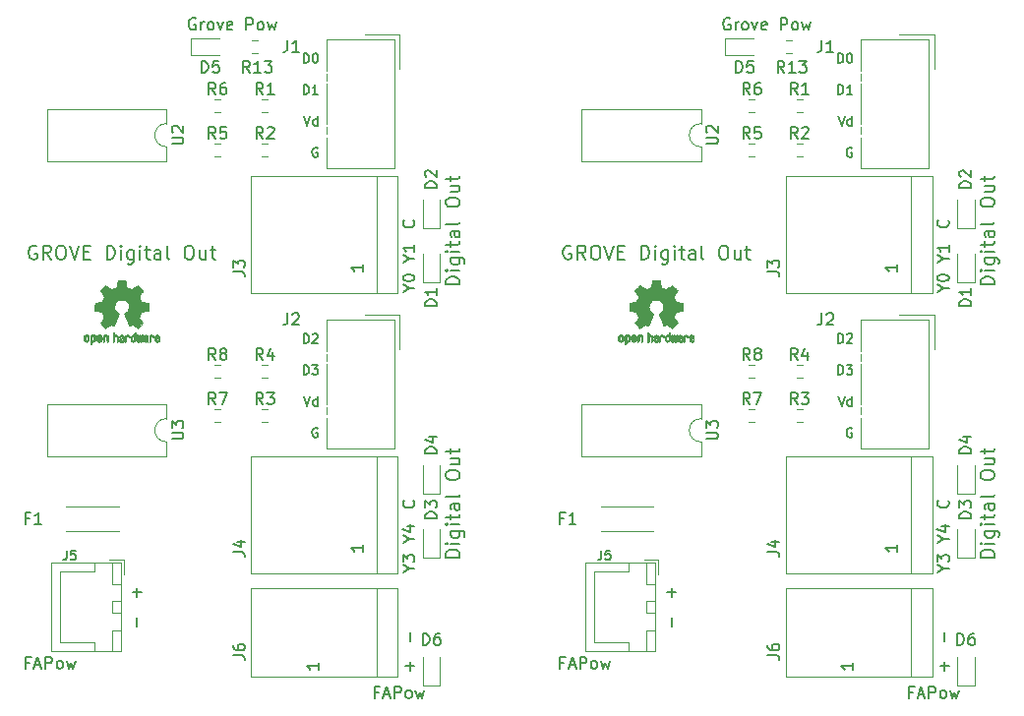
<source format=gto>
G04 #@! TF.GenerationSoftware,KiCad,Pcbnew,(5.1.8)-1*
G04 #@! TF.CreationDate,2020-11-28T16:02:54+09:00*
G04 #@! TF.ProjectId,DigitalOutput4chS,44696769-7461-46c4-9f75-747075743463,2*
G04 #@! TF.SameCoordinates,Original*
G04 #@! TF.FileFunction,Legend,Top*
G04 #@! TF.FilePolarity,Positive*
%FSLAX46Y46*%
G04 Gerber Fmt 4.6, Leading zero omitted, Abs format (unit mm)*
G04 Created by KiCad (PCBNEW (5.1.8)-1) date 2020-11-28 16:02:54*
%MOMM*%
%LPD*%
G01*
G04 APERTURE LIST*
%ADD10C,0.150000*%
%ADD11C,0.200000*%
%ADD12C,0.120000*%
%ADD13C,0.010000*%
G04 APERTURE END LIST*
D10*
X145822142Y-139910476D02*
X145869761Y-139958095D01*
X145917380Y-140100952D01*
X145917380Y-140196190D01*
X145869761Y-140339047D01*
X145774523Y-140434285D01*
X145679285Y-140481904D01*
X145488809Y-140529523D01*
X145345952Y-140529523D01*
X145155476Y-140481904D01*
X145060238Y-140434285D01*
X144965000Y-140339047D01*
X144917380Y-140196190D01*
X144917380Y-140100952D01*
X144965000Y-139958095D01*
X145012619Y-139910476D01*
X145441190Y-143236190D02*
X145917380Y-143236190D01*
X144917380Y-143569523D02*
X145441190Y-143236190D01*
X144917380Y-142902857D01*
X145250714Y-142140952D02*
X145917380Y-142140952D01*
X144869761Y-142379047D02*
X145584047Y-142617142D01*
X145584047Y-141998095D01*
D11*
X149817857Y-144820000D02*
X148617857Y-144820000D01*
X148617857Y-144534285D01*
X148675000Y-144362857D01*
X148789285Y-144248571D01*
X148903571Y-144191428D01*
X149132142Y-144134285D01*
X149303571Y-144134285D01*
X149532142Y-144191428D01*
X149646428Y-144248571D01*
X149760714Y-144362857D01*
X149817857Y-144534285D01*
X149817857Y-144820000D01*
X149817857Y-143620000D02*
X149017857Y-143620000D01*
X148617857Y-143620000D02*
X148675000Y-143677142D01*
X148732142Y-143620000D01*
X148675000Y-143562857D01*
X148617857Y-143620000D01*
X148732142Y-143620000D01*
X149017857Y-142534285D02*
X149989285Y-142534285D01*
X150103571Y-142591428D01*
X150160714Y-142648571D01*
X150217857Y-142762857D01*
X150217857Y-142934285D01*
X150160714Y-143048571D01*
X149760714Y-142534285D02*
X149817857Y-142648571D01*
X149817857Y-142877142D01*
X149760714Y-142991428D01*
X149703571Y-143048571D01*
X149589285Y-143105714D01*
X149246428Y-143105714D01*
X149132142Y-143048571D01*
X149075000Y-142991428D01*
X149017857Y-142877142D01*
X149017857Y-142648571D01*
X149075000Y-142534285D01*
X149817857Y-141962857D02*
X149017857Y-141962857D01*
X148617857Y-141962857D02*
X148675000Y-142020000D01*
X148732142Y-141962857D01*
X148675000Y-141905714D01*
X148617857Y-141962857D01*
X148732142Y-141962857D01*
X149017857Y-141562857D02*
X149017857Y-141105714D01*
X148617857Y-141391428D02*
X149646428Y-141391428D01*
X149760714Y-141334285D01*
X149817857Y-141220000D01*
X149817857Y-141105714D01*
X149817857Y-140191428D02*
X149189285Y-140191428D01*
X149075000Y-140248571D01*
X149017857Y-140362857D01*
X149017857Y-140591428D01*
X149075000Y-140705714D01*
X149760714Y-140191428D02*
X149817857Y-140305714D01*
X149817857Y-140591428D01*
X149760714Y-140705714D01*
X149646428Y-140762857D01*
X149532142Y-140762857D01*
X149417857Y-140705714D01*
X149360714Y-140591428D01*
X149360714Y-140305714D01*
X149303571Y-140191428D01*
X149817857Y-139448571D02*
X149760714Y-139562857D01*
X149646428Y-139620000D01*
X148617857Y-139620000D01*
X148617857Y-137848571D02*
X148617857Y-137620000D01*
X148675000Y-137505714D01*
X148789285Y-137391428D01*
X149017857Y-137334285D01*
X149417857Y-137334285D01*
X149646428Y-137391428D01*
X149760714Y-137505714D01*
X149817857Y-137620000D01*
X149817857Y-137848571D01*
X149760714Y-137962857D01*
X149646428Y-138077142D01*
X149417857Y-138134285D01*
X149017857Y-138134285D01*
X148789285Y-138077142D01*
X148675000Y-137962857D01*
X148617857Y-137848571D01*
X149017857Y-136305714D02*
X149817857Y-136305714D01*
X149017857Y-136820000D02*
X149646428Y-136820000D01*
X149760714Y-136762857D01*
X149817857Y-136648571D01*
X149817857Y-136477142D01*
X149760714Y-136362857D01*
X149703571Y-136305714D01*
X149017857Y-135905714D02*
X149017857Y-135448571D01*
X148617857Y-135734285D02*
X149646428Y-135734285D01*
X149760714Y-135677142D01*
X149817857Y-135562857D01*
X149817857Y-135448571D01*
D10*
X145536428Y-154570952D02*
X145536428Y-153809047D01*
X145917380Y-154190000D02*
X145155476Y-154190000D01*
D11*
X149817857Y-121325000D02*
X148617857Y-121325000D01*
X148617857Y-121039285D01*
X148675000Y-120867857D01*
X148789285Y-120753571D01*
X148903571Y-120696428D01*
X149132142Y-120639285D01*
X149303571Y-120639285D01*
X149532142Y-120696428D01*
X149646428Y-120753571D01*
X149760714Y-120867857D01*
X149817857Y-121039285D01*
X149817857Y-121325000D01*
X149817857Y-120125000D02*
X149017857Y-120125000D01*
X148617857Y-120125000D02*
X148675000Y-120182142D01*
X148732142Y-120125000D01*
X148675000Y-120067857D01*
X148617857Y-120125000D01*
X148732142Y-120125000D01*
X149017857Y-119039285D02*
X149989285Y-119039285D01*
X150103571Y-119096428D01*
X150160714Y-119153571D01*
X150217857Y-119267857D01*
X150217857Y-119439285D01*
X150160714Y-119553571D01*
X149760714Y-119039285D02*
X149817857Y-119153571D01*
X149817857Y-119382142D01*
X149760714Y-119496428D01*
X149703571Y-119553571D01*
X149589285Y-119610714D01*
X149246428Y-119610714D01*
X149132142Y-119553571D01*
X149075000Y-119496428D01*
X149017857Y-119382142D01*
X149017857Y-119153571D01*
X149075000Y-119039285D01*
X149817857Y-118467857D02*
X149017857Y-118467857D01*
X148617857Y-118467857D02*
X148675000Y-118525000D01*
X148732142Y-118467857D01*
X148675000Y-118410714D01*
X148617857Y-118467857D01*
X148732142Y-118467857D01*
X149017857Y-118067857D02*
X149017857Y-117610714D01*
X148617857Y-117896428D02*
X149646428Y-117896428D01*
X149760714Y-117839285D01*
X149817857Y-117725000D01*
X149817857Y-117610714D01*
X149817857Y-116696428D02*
X149189285Y-116696428D01*
X149075000Y-116753571D01*
X149017857Y-116867857D01*
X149017857Y-117096428D01*
X149075000Y-117210714D01*
X149760714Y-116696428D02*
X149817857Y-116810714D01*
X149817857Y-117096428D01*
X149760714Y-117210714D01*
X149646428Y-117267857D01*
X149532142Y-117267857D01*
X149417857Y-117210714D01*
X149360714Y-117096428D01*
X149360714Y-116810714D01*
X149303571Y-116696428D01*
X149817857Y-115953571D02*
X149760714Y-116067857D01*
X149646428Y-116125000D01*
X148617857Y-116125000D01*
X148617857Y-114353571D02*
X148617857Y-114125000D01*
X148675000Y-114010714D01*
X148789285Y-113896428D01*
X149017857Y-113839285D01*
X149417857Y-113839285D01*
X149646428Y-113896428D01*
X149760714Y-114010714D01*
X149817857Y-114125000D01*
X149817857Y-114353571D01*
X149760714Y-114467857D01*
X149646428Y-114582142D01*
X149417857Y-114639285D01*
X149017857Y-114639285D01*
X148789285Y-114582142D01*
X148675000Y-114467857D01*
X148617857Y-114353571D01*
X149017857Y-112810714D02*
X149817857Y-112810714D01*
X149017857Y-113325000D02*
X149646428Y-113325000D01*
X149760714Y-113267857D01*
X149817857Y-113153571D01*
X149817857Y-112982142D01*
X149760714Y-112867857D01*
X149703571Y-112810714D01*
X149017857Y-112410714D02*
X149017857Y-111953571D01*
X148617857Y-112239285D02*
X149646428Y-112239285D01*
X149760714Y-112182142D01*
X149817857Y-112067857D01*
X149817857Y-111953571D01*
D10*
X145441190Y-119106190D02*
X145917380Y-119106190D01*
X144917380Y-119439523D02*
X145441190Y-119106190D01*
X144917380Y-118772857D01*
X145917380Y-117915714D02*
X145917380Y-118487142D01*
X145917380Y-118201428D02*
X144917380Y-118201428D01*
X145060238Y-118296666D01*
X145155476Y-118391904D01*
X145203095Y-118487142D01*
D11*
X113385714Y-118030000D02*
X113271428Y-117972857D01*
X113100000Y-117972857D01*
X112928571Y-118030000D01*
X112814285Y-118144285D01*
X112757142Y-118258571D01*
X112700000Y-118487142D01*
X112700000Y-118658571D01*
X112757142Y-118887142D01*
X112814285Y-119001428D01*
X112928571Y-119115714D01*
X113100000Y-119172857D01*
X113214285Y-119172857D01*
X113385714Y-119115714D01*
X113442857Y-119058571D01*
X113442857Y-118658571D01*
X113214285Y-118658571D01*
X114642857Y-119172857D02*
X114242857Y-118601428D01*
X113957142Y-119172857D02*
X113957142Y-117972857D01*
X114414285Y-117972857D01*
X114528571Y-118030000D01*
X114585714Y-118087142D01*
X114642857Y-118201428D01*
X114642857Y-118372857D01*
X114585714Y-118487142D01*
X114528571Y-118544285D01*
X114414285Y-118601428D01*
X113957142Y-118601428D01*
X115385714Y-117972857D02*
X115614285Y-117972857D01*
X115728571Y-118030000D01*
X115842857Y-118144285D01*
X115900000Y-118372857D01*
X115900000Y-118772857D01*
X115842857Y-119001428D01*
X115728571Y-119115714D01*
X115614285Y-119172857D01*
X115385714Y-119172857D01*
X115271428Y-119115714D01*
X115157142Y-119001428D01*
X115100000Y-118772857D01*
X115100000Y-118372857D01*
X115157142Y-118144285D01*
X115271428Y-118030000D01*
X115385714Y-117972857D01*
X116242857Y-117972857D02*
X116642857Y-119172857D01*
X117042857Y-117972857D01*
X117442857Y-118544285D02*
X117842857Y-118544285D01*
X118014285Y-119172857D02*
X117442857Y-119172857D01*
X117442857Y-117972857D01*
X118014285Y-117972857D01*
X119442857Y-119172857D02*
X119442857Y-117972857D01*
X119728571Y-117972857D01*
X119900000Y-118030000D01*
X120014285Y-118144285D01*
X120071428Y-118258571D01*
X120128571Y-118487142D01*
X120128571Y-118658571D01*
X120071428Y-118887142D01*
X120014285Y-119001428D01*
X119900000Y-119115714D01*
X119728571Y-119172857D01*
X119442857Y-119172857D01*
X120642857Y-119172857D02*
X120642857Y-118372857D01*
X120642857Y-117972857D02*
X120585714Y-118030000D01*
X120642857Y-118087142D01*
X120700000Y-118030000D01*
X120642857Y-117972857D01*
X120642857Y-118087142D01*
X121728571Y-118372857D02*
X121728571Y-119344285D01*
X121671428Y-119458571D01*
X121614285Y-119515714D01*
X121500000Y-119572857D01*
X121328571Y-119572857D01*
X121214285Y-119515714D01*
X121728571Y-119115714D02*
X121614285Y-119172857D01*
X121385714Y-119172857D01*
X121271428Y-119115714D01*
X121214285Y-119058571D01*
X121157142Y-118944285D01*
X121157142Y-118601428D01*
X121214285Y-118487142D01*
X121271428Y-118430000D01*
X121385714Y-118372857D01*
X121614285Y-118372857D01*
X121728571Y-118430000D01*
X122300000Y-119172857D02*
X122300000Y-118372857D01*
X122300000Y-117972857D02*
X122242857Y-118030000D01*
X122300000Y-118087142D01*
X122357142Y-118030000D01*
X122300000Y-117972857D01*
X122300000Y-118087142D01*
X122700000Y-118372857D02*
X123157142Y-118372857D01*
X122871428Y-117972857D02*
X122871428Y-119001428D01*
X122928571Y-119115714D01*
X123042857Y-119172857D01*
X123157142Y-119172857D01*
X124071428Y-119172857D02*
X124071428Y-118544285D01*
X124014285Y-118430000D01*
X123900000Y-118372857D01*
X123671428Y-118372857D01*
X123557142Y-118430000D01*
X124071428Y-119115714D02*
X123957142Y-119172857D01*
X123671428Y-119172857D01*
X123557142Y-119115714D01*
X123500000Y-119001428D01*
X123500000Y-118887142D01*
X123557142Y-118772857D01*
X123671428Y-118715714D01*
X123957142Y-118715714D01*
X124071428Y-118658571D01*
X124814285Y-119172857D02*
X124700000Y-119115714D01*
X124642857Y-119001428D01*
X124642857Y-117972857D01*
X126414285Y-117972857D02*
X126642857Y-117972857D01*
X126757142Y-118030000D01*
X126871428Y-118144285D01*
X126928571Y-118372857D01*
X126928571Y-118772857D01*
X126871428Y-119001428D01*
X126757142Y-119115714D01*
X126642857Y-119172857D01*
X126414285Y-119172857D01*
X126300000Y-119115714D01*
X126185714Y-119001428D01*
X126128571Y-118772857D01*
X126128571Y-118372857D01*
X126185714Y-118144285D01*
X126300000Y-118030000D01*
X126414285Y-117972857D01*
X127957142Y-118372857D02*
X127957142Y-119172857D01*
X127442857Y-118372857D02*
X127442857Y-119001428D01*
X127500000Y-119115714D01*
X127614285Y-119172857D01*
X127785714Y-119172857D01*
X127900000Y-119115714D01*
X127957142Y-119058571D01*
X128357142Y-118372857D02*
X128814285Y-118372857D01*
X128528571Y-117972857D02*
X128528571Y-119001428D01*
X128585714Y-119115714D01*
X128700000Y-119172857D01*
X128814285Y-119172857D01*
D10*
X136376071Y-102241904D02*
X136376071Y-101441904D01*
X136566547Y-101441904D01*
X136680833Y-101480000D01*
X136757023Y-101556190D01*
X136795119Y-101632380D01*
X136833214Y-101784761D01*
X136833214Y-101899047D01*
X136795119Y-102051428D01*
X136757023Y-102127619D01*
X136680833Y-102203809D01*
X136566547Y-102241904D01*
X136376071Y-102241904D01*
X137328452Y-101441904D02*
X137404642Y-101441904D01*
X137480833Y-101480000D01*
X137518928Y-101518095D01*
X137557023Y-101594285D01*
X137595119Y-101746666D01*
X137595119Y-101937142D01*
X137557023Y-102089523D01*
X137518928Y-102165714D01*
X137480833Y-102203809D01*
X137404642Y-102241904D01*
X137328452Y-102241904D01*
X137252261Y-102203809D01*
X137214166Y-102165714D01*
X137176071Y-102089523D01*
X137137976Y-101937142D01*
X137137976Y-101746666D01*
X137176071Y-101594285D01*
X137214166Y-101518095D01*
X137252261Y-101480000D01*
X137328452Y-101441904D01*
X136376071Y-104941904D02*
X136376071Y-104141904D01*
X136566547Y-104141904D01*
X136680833Y-104180000D01*
X136757023Y-104256190D01*
X136795119Y-104332380D01*
X136833214Y-104484761D01*
X136833214Y-104599047D01*
X136795119Y-104751428D01*
X136757023Y-104827619D01*
X136680833Y-104903809D01*
X136566547Y-104941904D01*
X136376071Y-104941904D01*
X137595119Y-104941904D02*
X137137976Y-104941904D01*
X137366547Y-104941904D02*
X137366547Y-104141904D01*
X137290357Y-104256190D01*
X137214166Y-104332380D01*
X137137976Y-104370476D01*
X136414166Y-106841904D02*
X136680833Y-107641904D01*
X136947500Y-106841904D01*
X137557023Y-107641904D02*
X137557023Y-106841904D01*
X137557023Y-107603809D02*
X137480833Y-107641904D01*
X137328452Y-107641904D01*
X137252261Y-107603809D01*
X137214166Y-107565714D01*
X137176071Y-107489523D01*
X137176071Y-107260952D01*
X137214166Y-107184761D01*
X137252261Y-107146666D01*
X137328452Y-107108571D01*
X137480833Y-107108571D01*
X137557023Y-107146666D01*
X137557023Y-109580000D02*
X137480833Y-109541904D01*
X137366547Y-109541904D01*
X137252261Y-109580000D01*
X137176071Y-109656190D01*
X137137976Y-109732380D01*
X137099880Y-109884761D01*
X137099880Y-109999047D01*
X137137976Y-110151428D01*
X137176071Y-110227619D01*
X137252261Y-110303809D01*
X137366547Y-110341904D01*
X137442738Y-110341904D01*
X137557023Y-110303809D01*
X137595119Y-110265714D01*
X137595119Y-109999047D01*
X137442738Y-109999047D01*
X142814095Y-156404571D02*
X142480761Y-156404571D01*
X142480761Y-156928380D02*
X142480761Y-155928380D01*
X142956952Y-155928380D01*
X143290285Y-156642666D02*
X143766476Y-156642666D01*
X143195047Y-156928380D02*
X143528380Y-155928380D01*
X143861714Y-156928380D01*
X144195047Y-156928380D02*
X144195047Y-155928380D01*
X144576000Y-155928380D01*
X144671238Y-155976000D01*
X144718857Y-156023619D01*
X144766476Y-156118857D01*
X144766476Y-156261714D01*
X144718857Y-156356952D01*
X144671238Y-156404571D01*
X144576000Y-156452190D01*
X144195047Y-156452190D01*
X145337904Y-156928380D02*
X145242666Y-156880761D01*
X145195047Y-156833142D01*
X145147428Y-156737904D01*
X145147428Y-156452190D01*
X145195047Y-156356952D01*
X145242666Y-156309333D01*
X145337904Y-156261714D01*
X145480761Y-156261714D01*
X145576000Y-156309333D01*
X145623619Y-156356952D01*
X145671238Y-156452190D01*
X145671238Y-156737904D01*
X145623619Y-156833142D01*
X145576000Y-156880761D01*
X145480761Y-156928380D01*
X145337904Y-156928380D01*
X146004571Y-156261714D02*
X146195047Y-156928380D01*
X146385523Y-156452190D01*
X146576000Y-156928380D01*
X146766476Y-156261714D01*
X145536428Y-152030952D02*
X145536428Y-151269047D01*
X122041428Y-148220952D02*
X122041428Y-147459047D01*
X122422380Y-147840000D02*
X121660476Y-147840000D01*
X112774095Y-153864571D02*
X112440761Y-153864571D01*
X112440761Y-154388380D02*
X112440761Y-153388380D01*
X112916952Y-153388380D01*
X113250285Y-154102666D02*
X113726476Y-154102666D01*
X113155047Y-154388380D02*
X113488380Y-153388380D01*
X113821714Y-154388380D01*
X114155047Y-154388380D02*
X114155047Y-153388380D01*
X114536000Y-153388380D01*
X114631238Y-153436000D01*
X114678857Y-153483619D01*
X114726476Y-153578857D01*
X114726476Y-153721714D01*
X114678857Y-153816952D01*
X114631238Y-153864571D01*
X114536000Y-153912190D01*
X114155047Y-153912190D01*
X115297904Y-154388380D02*
X115202666Y-154340761D01*
X115155047Y-154293142D01*
X115107428Y-154197904D01*
X115107428Y-153912190D01*
X115155047Y-153816952D01*
X115202666Y-153769333D01*
X115297904Y-153721714D01*
X115440761Y-153721714D01*
X115536000Y-153769333D01*
X115583619Y-153816952D01*
X115631238Y-153912190D01*
X115631238Y-154197904D01*
X115583619Y-154293142D01*
X115536000Y-154340761D01*
X115440761Y-154388380D01*
X115297904Y-154388380D01*
X115964571Y-153721714D02*
X116155047Y-154388380D01*
X116345523Y-153912190D01*
X116536000Y-154388380D01*
X116726476Y-153721714D01*
X145822142Y-115780476D02*
X145869761Y-115828095D01*
X145917380Y-115970952D01*
X145917380Y-116066190D01*
X145869761Y-116209047D01*
X145774523Y-116304285D01*
X145679285Y-116351904D01*
X145488809Y-116399523D01*
X145345952Y-116399523D01*
X145155476Y-116351904D01*
X145060238Y-116304285D01*
X144965000Y-116209047D01*
X144917380Y-116066190D01*
X144917380Y-115970952D01*
X144965000Y-115828095D01*
X145012619Y-115780476D01*
X145441190Y-121646190D02*
X145917380Y-121646190D01*
X144917380Y-121979523D02*
X145441190Y-121646190D01*
X144917380Y-121312857D01*
X144917380Y-120789047D02*
X144917380Y-120693809D01*
X144965000Y-120598571D01*
X145012619Y-120550952D01*
X145107857Y-120503333D01*
X145298333Y-120455714D01*
X145536428Y-120455714D01*
X145726904Y-120503333D01*
X145822142Y-120550952D01*
X145869761Y-120598571D01*
X145917380Y-120693809D01*
X145917380Y-120789047D01*
X145869761Y-120884285D01*
X145822142Y-120931904D01*
X145726904Y-120979523D01*
X145536428Y-121027142D01*
X145298333Y-121027142D01*
X145107857Y-120979523D01*
X145012619Y-120931904D01*
X144965000Y-120884285D01*
X144917380Y-120789047D01*
X127058333Y-98445000D02*
X126963095Y-98397380D01*
X126820238Y-98397380D01*
X126677380Y-98445000D01*
X126582142Y-98540238D01*
X126534523Y-98635476D01*
X126486904Y-98825952D01*
X126486904Y-98968809D01*
X126534523Y-99159285D01*
X126582142Y-99254523D01*
X126677380Y-99349761D01*
X126820238Y-99397380D01*
X126915476Y-99397380D01*
X127058333Y-99349761D01*
X127105952Y-99302142D01*
X127105952Y-98968809D01*
X126915476Y-98968809D01*
X127534523Y-99397380D02*
X127534523Y-98730714D01*
X127534523Y-98921190D02*
X127582142Y-98825952D01*
X127629761Y-98778333D01*
X127725000Y-98730714D01*
X127820238Y-98730714D01*
X128296428Y-99397380D02*
X128201190Y-99349761D01*
X128153571Y-99302142D01*
X128105952Y-99206904D01*
X128105952Y-98921190D01*
X128153571Y-98825952D01*
X128201190Y-98778333D01*
X128296428Y-98730714D01*
X128439285Y-98730714D01*
X128534523Y-98778333D01*
X128582142Y-98825952D01*
X128629761Y-98921190D01*
X128629761Y-99206904D01*
X128582142Y-99302142D01*
X128534523Y-99349761D01*
X128439285Y-99397380D01*
X128296428Y-99397380D01*
X128963095Y-98730714D02*
X129201190Y-99397380D01*
X129439285Y-98730714D01*
X130201190Y-99349761D02*
X130105952Y-99397380D01*
X129915476Y-99397380D01*
X129820238Y-99349761D01*
X129772619Y-99254523D01*
X129772619Y-98873571D01*
X129820238Y-98778333D01*
X129915476Y-98730714D01*
X130105952Y-98730714D01*
X130201190Y-98778333D01*
X130248809Y-98873571D01*
X130248809Y-98968809D01*
X129772619Y-99064047D01*
X131439285Y-99397380D02*
X131439285Y-98397380D01*
X131820238Y-98397380D01*
X131915476Y-98445000D01*
X131963095Y-98492619D01*
X132010714Y-98587857D01*
X132010714Y-98730714D01*
X131963095Y-98825952D01*
X131915476Y-98873571D01*
X131820238Y-98921190D01*
X131439285Y-98921190D01*
X132582142Y-99397380D02*
X132486904Y-99349761D01*
X132439285Y-99302142D01*
X132391666Y-99206904D01*
X132391666Y-98921190D01*
X132439285Y-98825952D01*
X132486904Y-98778333D01*
X132582142Y-98730714D01*
X132725000Y-98730714D01*
X132820238Y-98778333D01*
X132867857Y-98825952D01*
X132915476Y-98921190D01*
X132915476Y-99206904D01*
X132867857Y-99302142D01*
X132820238Y-99349761D01*
X132725000Y-99397380D01*
X132582142Y-99397380D01*
X133248809Y-98730714D02*
X133439285Y-99397380D01*
X133629761Y-98921190D01*
X133820238Y-99397380D01*
X134010714Y-98730714D01*
X145441190Y-145776190D02*
X145917380Y-145776190D01*
X144917380Y-146109523D02*
X145441190Y-145776190D01*
X144917380Y-145442857D01*
X144917380Y-145204761D02*
X144917380Y-144585714D01*
X145298333Y-144919047D01*
X145298333Y-144776190D01*
X145345952Y-144680952D01*
X145393571Y-144633333D01*
X145488809Y-144585714D01*
X145726904Y-144585714D01*
X145822142Y-144633333D01*
X145869761Y-144680952D01*
X145917380Y-144776190D01*
X145917380Y-145061904D01*
X145869761Y-145157142D01*
X145822142Y-145204761D01*
X136376071Y-126371904D02*
X136376071Y-125571904D01*
X136566547Y-125571904D01*
X136680833Y-125610000D01*
X136757023Y-125686190D01*
X136795119Y-125762380D01*
X136833214Y-125914761D01*
X136833214Y-126029047D01*
X136795119Y-126181428D01*
X136757023Y-126257619D01*
X136680833Y-126333809D01*
X136566547Y-126371904D01*
X136376071Y-126371904D01*
X137137976Y-125648095D02*
X137176071Y-125610000D01*
X137252261Y-125571904D01*
X137442738Y-125571904D01*
X137518928Y-125610000D01*
X137557023Y-125648095D01*
X137595119Y-125724285D01*
X137595119Y-125800476D01*
X137557023Y-125914761D01*
X137099880Y-126371904D01*
X137595119Y-126371904D01*
X136376071Y-129071904D02*
X136376071Y-128271904D01*
X136566547Y-128271904D01*
X136680833Y-128310000D01*
X136757023Y-128386190D01*
X136795119Y-128462380D01*
X136833214Y-128614761D01*
X136833214Y-128729047D01*
X136795119Y-128881428D01*
X136757023Y-128957619D01*
X136680833Y-129033809D01*
X136566547Y-129071904D01*
X136376071Y-129071904D01*
X137099880Y-128271904D02*
X137595119Y-128271904D01*
X137328452Y-128576666D01*
X137442738Y-128576666D01*
X137518928Y-128614761D01*
X137557023Y-128652857D01*
X137595119Y-128729047D01*
X137595119Y-128919523D01*
X137557023Y-128995714D01*
X137518928Y-129033809D01*
X137442738Y-129071904D01*
X137214166Y-129071904D01*
X137137976Y-129033809D01*
X137099880Y-128995714D01*
X136414166Y-130971904D02*
X136680833Y-131771904D01*
X136947500Y-130971904D01*
X137557023Y-131771904D02*
X137557023Y-130971904D01*
X137557023Y-131733809D02*
X137480833Y-131771904D01*
X137328452Y-131771904D01*
X137252261Y-131733809D01*
X137214166Y-131695714D01*
X137176071Y-131619523D01*
X137176071Y-131390952D01*
X137214166Y-131314761D01*
X137252261Y-131276666D01*
X137328452Y-131238571D01*
X137480833Y-131238571D01*
X137557023Y-131276666D01*
X137557023Y-133710000D02*
X137480833Y-133671904D01*
X137366547Y-133671904D01*
X137252261Y-133710000D01*
X137176071Y-133786190D01*
X137137976Y-133862380D01*
X137099880Y-134014761D01*
X137099880Y-134129047D01*
X137137976Y-134281428D01*
X137176071Y-134357619D01*
X137252261Y-134433809D01*
X137366547Y-134471904D01*
X137442738Y-134471904D01*
X137557023Y-134433809D01*
X137595119Y-134395714D01*
X137595119Y-134129047D01*
X137442738Y-134129047D01*
X122041428Y-150760952D02*
X122041428Y-149999047D01*
X76041428Y-148220952D02*
X76041428Y-147459047D01*
X76422380Y-147840000D02*
X75660476Y-147840000D01*
X66774095Y-153864571D02*
X66440761Y-153864571D01*
X66440761Y-154388380D02*
X66440761Y-153388380D01*
X66916952Y-153388380D01*
X67250285Y-154102666D02*
X67726476Y-154102666D01*
X67155047Y-154388380D02*
X67488380Y-153388380D01*
X67821714Y-154388380D01*
X68155047Y-154388380D02*
X68155047Y-153388380D01*
X68536000Y-153388380D01*
X68631238Y-153436000D01*
X68678857Y-153483619D01*
X68726476Y-153578857D01*
X68726476Y-153721714D01*
X68678857Y-153816952D01*
X68631238Y-153864571D01*
X68536000Y-153912190D01*
X68155047Y-153912190D01*
X69297904Y-154388380D02*
X69202666Y-154340761D01*
X69155047Y-154293142D01*
X69107428Y-154197904D01*
X69107428Y-153912190D01*
X69155047Y-153816952D01*
X69202666Y-153769333D01*
X69297904Y-153721714D01*
X69440761Y-153721714D01*
X69536000Y-153769333D01*
X69583619Y-153816952D01*
X69631238Y-153912190D01*
X69631238Y-154197904D01*
X69583619Y-154293142D01*
X69536000Y-154340761D01*
X69440761Y-154388380D01*
X69297904Y-154388380D01*
X69964571Y-153721714D02*
X70155047Y-154388380D01*
X70345523Y-153912190D01*
X70536000Y-154388380D01*
X70726476Y-153721714D01*
X99822142Y-115780476D02*
X99869761Y-115828095D01*
X99917380Y-115970952D01*
X99917380Y-116066190D01*
X99869761Y-116209047D01*
X99774523Y-116304285D01*
X99679285Y-116351904D01*
X99488809Y-116399523D01*
X99345952Y-116399523D01*
X99155476Y-116351904D01*
X99060238Y-116304285D01*
X98965000Y-116209047D01*
X98917380Y-116066190D01*
X98917380Y-115970952D01*
X98965000Y-115828095D01*
X99012619Y-115780476D01*
X99441190Y-121646190D02*
X99917380Y-121646190D01*
X98917380Y-121979523D02*
X99441190Y-121646190D01*
X98917380Y-121312857D01*
X98917380Y-120789047D02*
X98917380Y-120693809D01*
X98965000Y-120598571D01*
X99012619Y-120550952D01*
X99107857Y-120503333D01*
X99298333Y-120455714D01*
X99536428Y-120455714D01*
X99726904Y-120503333D01*
X99822142Y-120550952D01*
X99869761Y-120598571D01*
X99917380Y-120693809D01*
X99917380Y-120789047D01*
X99869761Y-120884285D01*
X99822142Y-120931904D01*
X99726904Y-120979523D01*
X99536428Y-121027142D01*
X99298333Y-121027142D01*
X99107857Y-120979523D01*
X99012619Y-120931904D01*
X98965000Y-120884285D01*
X98917380Y-120789047D01*
X99536428Y-154570952D02*
X99536428Y-153809047D01*
X99917380Y-154190000D02*
X99155476Y-154190000D01*
D11*
X103817857Y-144820000D02*
X102617857Y-144820000D01*
X102617857Y-144534285D01*
X102675000Y-144362857D01*
X102789285Y-144248571D01*
X102903571Y-144191428D01*
X103132142Y-144134285D01*
X103303571Y-144134285D01*
X103532142Y-144191428D01*
X103646428Y-144248571D01*
X103760714Y-144362857D01*
X103817857Y-144534285D01*
X103817857Y-144820000D01*
X103817857Y-143620000D02*
X103017857Y-143620000D01*
X102617857Y-143620000D02*
X102675000Y-143677142D01*
X102732142Y-143620000D01*
X102675000Y-143562857D01*
X102617857Y-143620000D01*
X102732142Y-143620000D01*
X103017857Y-142534285D02*
X103989285Y-142534285D01*
X104103571Y-142591428D01*
X104160714Y-142648571D01*
X104217857Y-142762857D01*
X104217857Y-142934285D01*
X104160714Y-143048571D01*
X103760714Y-142534285D02*
X103817857Y-142648571D01*
X103817857Y-142877142D01*
X103760714Y-142991428D01*
X103703571Y-143048571D01*
X103589285Y-143105714D01*
X103246428Y-143105714D01*
X103132142Y-143048571D01*
X103075000Y-142991428D01*
X103017857Y-142877142D01*
X103017857Y-142648571D01*
X103075000Y-142534285D01*
X103817857Y-141962857D02*
X103017857Y-141962857D01*
X102617857Y-141962857D02*
X102675000Y-142020000D01*
X102732142Y-141962857D01*
X102675000Y-141905714D01*
X102617857Y-141962857D01*
X102732142Y-141962857D01*
X103017857Y-141562857D02*
X103017857Y-141105714D01*
X102617857Y-141391428D02*
X103646428Y-141391428D01*
X103760714Y-141334285D01*
X103817857Y-141220000D01*
X103817857Y-141105714D01*
X103817857Y-140191428D02*
X103189285Y-140191428D01*
X103075000Y-140248571D01*
X103017857Y-140362857D01*
X103017857Y-140591428D01*
X103075000Y-140705714D01*
X103760714Y-140191428D02*
X103817857Y-140305714D01*
X103817857Y-140591428D01*
X103760714Y-140705714D01*
X103646428Y-140762857D01*
X103532142Y-140762857D01*
X103417857Y-140705714D01*
X103360714Y-140591428D01*
X103360714Y-140305714D01*
X103303571Y-140191428D01*
X103817857Y-139448571D02*
X103760714Y-139562857D01*
X103646428Y-139620000D01*
X102617857Y-139620000D01*
X102617857Y-137848571D02*
X102617857Y-137620000D01*
X102675000Y-137505714D01*
X102789285Y-137391428D01*
X103017857Y-137334285D01*
X103417857Y-137334285D01*
X103646428Y-137391428D01*
X103760714Y-137505714D01*
X103817857Y-137620000D01*
X103817857Y-137848571D01*
X103760714Y-137962857D01*
X103646428Y-138077142D01*
X103417857Y-138134285D01*
X103017857Y-138134285D01*
X102789285Y-138077142D01*
X102675000Y-137962857D01*
X102617857Y-137848571D01*
X103017857Y-136305714D02*
X103817857Y-136305714D01*
X103017857Y-136820000D02*
X103646428Y-136820000D01*
X103760714Y-136762857D01*
X103817857Y-136648571D01*
X103817857Y-136477142D01*
X103760714Y-136362857D01*
X103703571Y-136305714D01*
X103017857Y-135905714D02*
X103017857Y-135448571D01*
X102617857Y-135734285D02*
X103646428Y-135734285D01*
X103760714Y-135677142D01*
X103817857Y-135562857D01*
X103817857Y-135448571D01*
D10*
X81058333Y-98445000D02*
X80963095Y-98397380D01*
X80820238Y-98397380D01*
X80677380Y-98445000D01*
X80582142Y-98540238D01*
X80534523Y-98635476D01*
X80486904Y-98825952D01*
X80486904Y-98968809D01*
X80534523Y-99159285D01*
X80582142Y-99254523D01*
X80677380Y-99349761D01*
X80820238Y-99397380D01*
X80915476Y-99397380D01*
X81058333Y-99349761D01*
X81105952Y-99302142D01*
X81105952Y-98968809D01*
X80915476Y-98968809D01*
X81534523Y-99397380D02*
X81534523Y-98730714D01*
X81534523Y-98921190D02*
X81582142Y-98825952D01*
X81629761Y-98778333D01*
X81725000Y-98730714D01*
X81820238Y-98730714D01*
X82296428Y-99397380D02*
X82201190Y-99349761D01*
X82153571Y-99302142D01*
X82105952Y-99206904D01*
X82105952Y-98921190D01*
X82153571Y-98825952D01*
X82201190Y-98778333D01*
X82296428Y-98730714D01*
X82439285Y-98730714D01*
X82534523Y-98778333D01*
X82582142Y-98825952D01*
X82629761Y-98921190D01*
X82629761Y-99206904D01*
X82582142Y-99302142D01*
X82534523Y-99349761D01*
X82439285Y-99397380D01*
X82296428Y-99397380D01*
X82963095Y-98730714D02*
X83201190Y-99397380D01*
X83439285Y-98730714D01*
X84201190Y-99349761D02*
X84105952Y-99397380D01*
X83915476Y-99397380D01*
X83820238Y-99349761D01*
X83772619Y-99254523D01*
X83772619Y-98873571D01*
X83820238Y-98778333D01*
X83915476Y-98730714D01*
X84105952Y-98730714D01*
X84201190Y-98778333D01*
X84248809Y-98873571D01*
X84248809Y-98968809D01*
X83772619Y-99064047D01*
X85439285Y-99397380D02*
X85439285Y-98397380D01*
X85820238Y-98397380D01*
X85915476Y-98445000D01*
X85963095Y-98492619D01*
X86010714Y-98587857D01*
X86010714Y-98730714D01*
X85963095Y-98825952D01*
X85915476Y-98873571D01*
X85820238Y-98921190D01*
X85439285Y-98921190D01*
X86582142Y-99397380D02*
X86486904Y-99349761D01*
X86439285Y-99302142D01*
X86391666Y-99206904D01*
X86391666Y-98921190D01*
X86439285Y-98825952D01*
X86486904Y-98778333D01*
X86582142Y-98730714D01*
X86725000Y-98730714D01*
X86820238Y-98778333D01*
X86867857Y-98825952D01*
X86915476Y-98921190D01*
X86915476Y-99206904D01*
X86867857Y-99302142D01*
X86820238Y-99349761D01*
X86725000Y-99397380D01*
X86582142Y-99397380D01*
X87248809Y-98730714D02*
X87439285Y-99397380D01*
X87629761Y-98921190D01*
X87820238Y-99397380D01*
X88010714Y-98730714D01*
D11*
X103817857Y-121325000D02*
X102617857Y-121325000D01*
X102617857Y-121039285D01*
X102675000Y-120867857D01*
X102789285Y-120753571D01*
X102903571Y-120696428D01*
X103132142Y-120639285D01*
X103303571Y-120639285D01*
X103532142Y-120696428D01*
X103646428Y-120753571D01*
X103760714Y-120867857D01*
X103817857Y-121039285D01*
X103817857Y-121325000D01*
X103817857Y-120125000D02*
X103017857Y-120125000D01*
X102617857Y-120125000D02*
X102675000Y-120182142D01*
X102732142Y-120125000D01*
X102675000Y-120067857D01*
X102617857Y-120125000D01*
X102732142Y-120125000D01*
X103017857Y-119039285D02*
X103989285Y-119039285D01*
X104103571Y-119096428D01*
X104160714Y-119153571D01*
X104217857Y-119267857D01*
X104217857Y-119439285D01*
X104160714Y-119553571D01*
X103760714Y-119039285D02*
X103817857Y-119153571D01*
X103817857Y-119382142D01*
X103760714Y-119496428D01*
X103703571Y-119553571D01*
X103589285Y-119610714D01*
X103246428Y-119610714D01*
X103132142Y-119553571D01*
X103075000Y-119496428D01*
X103017857Y-119382142D01*
X103017857Y-119153571D01*
X103075000Y-119039285D01*
X103817857Y-118467857D02*
X103017857Y-118467857D01*
X102617857Y-118467857D02*
X102675000Y-118525000D01*
X102732142Y-118467857D01*
X102675000Y-118410714D01*
X102617857Y-118467857D01*
X102732142Y-118467857D01*
X103017857Y-118067857D02*
X103017857Y-117610714D01*
X102617857Y-117896428D02*
X103646428Y-117896428D01*
X103760714Y-117839285D01*
X103817857Y-117725000D01*
X103817857Y-117610714D01*
X103817857Y-116696428D02*
X103189285Y-116696428D01*
X103075000Y-116753571D01*
X103017857Y-116867857D01*
X103017857Y-117096428D01*
X103075000Y-117210714D01*
X103760714Y-116696428D02*
X103817857Y-116810714D01*
X103817857Y-117096428D01*
X103760714Y-117210714D01*
X103646428Y-117267857D01*
X103532142Y-117267857D01*
X103417857Y-117210714D01*
X103360714Y-117096428D01*
X103360714Y-116810714D01*
X103303571Y-116696428D01*
X103817857Y-115953571D02*
X103760714Y-116067857D01*
X103646428Y-116125000D01*
X102617857Y-116125000D01*
X102617857Y-114353571D02*
X102617857Y-114125000D01*
X102675000Y-114010714D01*
X102789285Y-113896428D01*
X103017857Y-113839285D01*
X103417857Y-113839285D01*
X103646428Y-113896428D01*
X103760714Y-114010714D01*
X103817857Y-114125000D01*
X103817857Y-114353571D01*
X103760714Y-114467857D01*
X103646428Y-114582142D01*
X103417857Y-114639285D01*
X103017857Y-114639285D01*
X102789285Y-114582142D01*
X102675000Y-114467857D01*
X102617857Y-114353571D01*
X103017857Y-112810714D02*
X103817857Y-112810714D01*
X103017857Y-113325000D02*
X103646428Y-113325000D01*
X103760714Y-113267857D01*
X103817857Y-113153571D01*
X103817857Y-112982142D01*
X103760714Y-112867857D01*
X103703571Y-112810714D01*
X103017857Y-112410714D02*
X103017857Y-111953571D01*
X102617857Y-112239285D02*
X103646428Y-112239285D01*
X103760714Y-112182142D01*
X103817857Y-112067857D01*
X103817857Y-111953571D01*
D10*
X90376071Y-102241904D02*
X90376071Y-101441904D01*
X90566547Y-101441904D01*
X90680833Y-101480000D01*
X90757023Y-101556190D01*
X90795119Y-101632380D01*
X90833214Y-101784761D01*
X90833214Y-101899047D01*
X90795119Y-102051428D01*
X90757023Y-102127619D01*
X90680833Y-102203809D01*
X90566547Y-102241904D01*
X90376071Y-102241904D01*
X91328452Y-101441904D02*
X91404642Y-101441904D01*
X91480833Y-101480000D01*
X91518928Y-101518095D01*
X91557023Y-101594285D01*
X91595119Y-101746666D01*
X91595119Y-101937142D01*
X91557023Y-102089523D01*
X91518928Y-102165714D01*
X91480833Y-102203809D01*
X91404642Y-102241904D01*
X91328452Y-102241904D01*
X91252261Y-102203809D01*
X91214166Y-102165714D01*
X91176071Y-102089523D01*
X91137976Y-101937142D01*
X91137976Y-101746666D01*
X91176071Y-101594285D01*
X91214166Y-101518095D01*
X91252261Y-101480000D01*
X91328452Y-101441904D01*
X90376071Y-104941904D02*
X90376071Y-104141904D01*
X90566547Y-104141904D01*
X90680833Y-104180000D01*
X90757023Y-104256190D01*
X90795119Y-104332380D01*
X90833214Y-104484761D01*
X90833214Y-104599047D01*
X90795119Y-104751428D01*
X90757023Y-104827619D01*
X90680833Y-104903809D01*
X90566547Y-104941904D01*
X90376071Y-104941904D01*
X91595119Y-104941904D02*
X91137976Y-104941904D01*
X91366547Y-104941904D02*
X91366547Y-104141904D01*
X91290357Y-104256190D01*
X91214166Y-104332380D01*
X91137976Y-104370476D01*
X90414166Y-106841904D02*
X90680833Y-107641904D01*
X90947500Y-106841904D01*
X91557023Y-107641904D02*
X91557023Y-106841904D01*
X91557023Y-107603809D02*
X91480833Y-107641904D01*
X91328452Y-107641904D01*
X91252261Y-107603809D01*
X91214166Y-107565714D01*
X91176071Y-107489523D01*
X91176071Y-107260952D01*
X91214166Y-107184761D01*
X91252261Y-107146666D01*
X91328452Y-107108571D01*
X91480833Y-107108571D01*
X91557023Y-107146666D01*
X91557023Y-109580000D02*
X91480833Y-109541904D01*
X91366547Y-109541904D01*
X91252261Y-109580000D01*
X91176071Y-109656190D01*
X91137976Y-109732380D01*
X91099880Y-109884761D01*
X91099880Y-109999047D01*
X91137976Y-110151428D01*
X91176071Y-110227619D01*
X91252261Y-110303809D01*
X91366547Y-110341904D01*
X91442738Y-110341904D01*
X91557023Y-110303809D01*
X91595119Y-110265714D01*
X91595119Y-109999047D01*
X91442738Y-109999047D01*
D11*
X67385714Y-118030000D02*
X67271428Y-117972857D01*
X67100000Y-117972857D01*
X66928571Y-118030000D01*
X66814285Y-118144285D01*
X66757142Y-118258571D01*
X66700000Y-118487142D01*
X66700000Y-118658571D01*
X66757142Y-118887142D01*
X66814285Y-119001428D01*
X66928571Y-119115714D01*
X67100000Y-119172857D01*
X67214285Y-119172857D01*
X67385714Y-119115714D01*
X67442857Y-119058571D01*
X67442857Y-118658571D01*
X67214285Y-118658571D01*
X68642857Y-119172857D02*
X68242857Y-118601428D01*
X67957142Y-119172857D02*
X67957142Y-117972857D01*
X68414285Y-117972857D01*
X68528571Y-118030000D01*
X68585714Y-118087142D01*
X68642857Y-118201428D01*
X68642857Y-118372857D01*
X68585714Y-118487142D01*
X68528571Y-118544285D01*
X68414285Y-118601428D01*
X67957142Y-118601428D01*
X69385714Y-117972857D02*
X69614285Y-117972857D01*
X69728571Y-118030000D01*
X69842857Y-118144285D01*
X69900000Y-118372857D01*
X69900000Y-118772857D01*
X69842857Y-119001428D01*
X69728571Y-119115714D01*
X69614285Y-119172857D01*
X69385714Y-119172857D01*
X69271428Y-119115714D01*
X69157142Y-119001428D01*
X69100000Y-118772857D01*
X69100000Y-118372857D01*
X69157142Y-118144285D01*
X69271428Y-118030000D01*
X69385714Y-117972857D01*
X70242857Y-117972857D02*
X70642857Y-119172857D01*
X71042857Y-117972857D01*
X71442857Y-118544285D02*
X71842857Y-118544285D01*
X72014285Y-119172857D02*
X71442857Y-119172857D01*
X71442857Y-117972857D01*
X72014285Y-117972857D01*
X73442857Y-119172857D02*
X73442857Y-117972857D01*
X73728571Y-117972857D01*
X73900000Y-118030000D01*
X74014285Y-118144285D01*
X74071428Y-118258571D01*
X74128571Y-118487142D01*
X74128571Y-118658571D01*
X74071428Y-118887142D01*
X74014285Y-119001428D01*
X73900000Y-119115714D01*
X73728571Y-119172857D01*
X73442857Y-119172857D01*
X74642857Y-119172857D02*
X74642857Y-118372857D01*
X74642857Y-117972857D02*
X74585714Y-118030000D01*
X74642857Y-118087142D01*
X74700000Y-118030000D01*
X74642857Y-117972857D01*
X74642857Y-118087142D01*
X75728571Y-118372857D02*
X75728571Y-119344285D01*
X75671428Y-119458571D01*
X75614285Y-119515714D01*
X75500000Y-119572857D01*
X75328571Y-119572857D01*
X75214285Y-119515714D01*
X75728571Y-119115714D02*
X75614285Y-119172857D01*
X75385714Y-119172857D01*
X75271428Y-119115714D01*
X75214285Y-119058571D01*
X75157142Y-118944285D01*
X75157142Y-118601428D01*
X75214285Y-118487142D01*
X75271428Y-118430000D01*
X75385714Y-118372857D01*
X75614285Y-118372857D01*
X75728571Y-118430000D01*
X76300000Y-119172857D02*
X76300000Y-118372857D01*
X76300000Y-117972857D02*
X76242857Y-118030000D01*
X76300000Y-118087142D01*
X76357142Y-118030000D01*
X76300000Y-117972857D01*
X76300000Y-118087142D01*
X76700000Y-118372857D02*
X77157142Y-118372857D01*
X76871428Y-117972857D02*
X76871428Y-119001428D01*
X76928571Y-119115714D01*
X77042857Y-119172857D01*
X77157142Y-119172857D01*
X78071428Y-119172857D02*
X78071428Y-118544285D01*
X78014285Y-118430000D01*
X77900000Y-118372857D01*
X77671428Y-118372857D01*
X77557142Y-118430000D01*
X78071428Y-119115714D02*
X77957142Y-119172857D01*
X77671428Y-119172857D01*
X77557142Y-119115714D01*
X77500000Y-119001428D01*
X77500000Y-118887142D01*
X77557142Y-118772857D01*
X77671428Y-118715714D01*
X77957142Y-118715714D01*
X78071428Y-118658571D01*
X78814285Y-119172857D02*
X78700000Y-119115714D01*
X78642857Y-119001428D01*
X78642857Y-117972857D01*
X80414285Y-117972857D02*
X80642857Y-117972857D01*
X80757142Y-118030000D01*
X80871428Y-118144285D01*
X80928571Y-118372857D01*
X80928571Y-118772857D01*
X80871428Y-119001428D01*
X80757142Y-119115714D01*
X80642857Y-119172857D01*
X80414285Y-119172857D01*
X80300000Y-119115714D01*
X80185714Y-119001428D01*
X80128571Y-118772857D01*
X80128571Y-118372857D01*
X80185714Y-118144285D01*
X80300000Y-118030000D01*
X80414285Y-117972857D01*
X81957142Y-118372857D02*
X81957142Y-119172857D01*
X81442857Y-118372857D02*
X81442857Y-119001428D01*
X81500000Y-119115714D01*
X81614285Y-119172857D01*
X81785714Y-119172857D01*
X81900000Y-119115714D01*
X81957142Y-119058571D01*
X82357142Y-118372857D02*
X82814285Y-118372857D01*
X82528571Y-117972857D02*
X82528571Y-119001428D01*
X82585714Y-119115714D01*
X82700000Y-119172857D01*
X82814285Y-119172857D01*
D10*
X96814095Y-156404571D02*
X96480761Y-156404571D01*
X96480761Y-156928380D02*
X96480761Y-155928380D01*
X96956952Y-155928380D01*
X97290285Y-156642666D02*
X97766476Y-156642666D01*
X97195047Y-156928380D02*
X97528380Y-155928380D01*
X97861714Y-156928380D01*
X98195047Y-156928380D02*
X98195047Y-155928380D01*
X98576000Y-155928380D01*
X98671238Y-155976000D01*
X98718857Y-156023619D01*
X98766476Y-156118857D01*
X98766476Y-156261714D01*
X98718857Y-156356952D01*
X98671238Y-156404571D01*
X98576000Y-156452190D01*
X98195047Y-156452190D01*
X99337904Y-156928380D02*
X99242666Y-156880761D01*
X99195047Y-156833142D01*
X99147428Y-156737904D01*
X99147428Y-156452190D01*
X99195047Y-156356952D01*
X99242666Y-156309333D01*
X99337904Y-156261714D01*
X99480761Y-156261714D01*
X99576000Y-156309333D01*
X99623619Y-156356952D01*
X99671238Y-156452190D01*
X99671238Y-156737904D01*
X99623619Y-156833142D01*
X99576000Y-156880761D01*
X99480761Y-156928380D01*
X99337904Y-156928380D01*
X100004571Y-156261714D02*
X100195047Y-156928380D01*
X100385523Y-156452190D01*
X100576000Y-156928380D01*
X100766476Y-156261714D01*
X99441190Y-119106190D02*
X99917380Y-119106190D01*
X98917380Y-119439523D02*
X99441190Y-119106190D01*
X98917380Y-118772857D01*
X99917380Y-117915714D02*
X99917380Y-118487142D01*
X99917380Y-118201428D02*
X98917380Y-118201428D01*
X99060238Y-118296666D01*
X99155476Y-118391904D01*
X99203095Y-118487142D01*
X99441190Y-145776190D02*
X99917380Y-145776190D01*
X98917380Y-146109523D02*
X99441190Y-145776190D01*
X98917380Y-145442857D01*
X98917380Y-145204761D02*
X98917380Y-144585714D01*
X99298333Y-144919047D01*
X99298333Y-144776190D01*
X99345952Y-144680952D01*
X99393571Y-144633333D01*
X99488809Y-144585714D01*
X99726904Y-144585714D01*
X99822142Y-144633333D01*
X99869761Y-144680952D01*
X99917380Y-144776190D01*
X99917380Y-145061904D01*
X99869761Y-145157142D01*
X99822142Y-145204761D01*
X99536428Y-152030952D02*
X99536428Y-151269047D01*
X76041428Y-150760952D02*
X76041428Y-149999047D01*
X90376071Y-126371904D02*
X90376071Y-125571904D01*
X90566547Y-125571904D01*
X90680833Y-125610000D01*
X90757023Y-125686190D01*
X90795119Y-125762380D01*
X90833214Y-125914761D01*
X90833214Y-126029047D01*
X90795119Y-126181428D01*
X90757023Y-126257619D01*
X90680833Y-126333809D01*
X90566547Y-126371904D01*
X90376071Y-126371904D01*
X91137976Y-125648095D02*
X91176071Y-125610000D01*
X91252261Y-125571904D01*
X91442738Y-125571904D01*
X91518928Y-125610000D01*
X91557023Y-125648095D01*
X91595119Y-125724285D01*
X91595119Y-125800476D01*
X91557023Y-125914761D01*
X91099880Y-126371904D01*
X91595119Y-126371904D01*
X90376071Y-129071904D02*
X90376071Y-128271904D01*
X90566547Y-128271904D01*
X90680833Y-128310000D01*
X90757023Y-128386190D01*
X90795119Y-128462380D01*
X90833214Y-128614761D01*
X90833214Y-128729047D01*
X90795119Y-128881428D01*
X90757023Y-128957619D01*
X90680833Y-129033809D01*
X90566547Y-129071904D01*
X90376071Y-129071904D01*
X91099880Y-128271904D02*
X91595119Y-128271904D01*
X91328452Y-128576666D01*
X91442738Y-128576666D01*
X91518928Y-128614761D01*
X91557023Y-128652857D01*
X91595119Y-128729047D01*
X91595119Y-128919523D01*
X91557023Y-128995714D01*
X91518928Y-129033809D01*
X91442738Y-129071904D01*
X91214166Y-129071904D01*
X91137976Y-129033809D01*
X91099880Y-128995714D01*
X90414166Y-130971904D02*
X90680833Y-131771904D01*
X90947500Y-130971904D01*
X91557023Y-131771904D02*
X91557023Y-130971904D01*
X91557023Y-131733809D02*
X91480833Y-131771904D01*
X91328452Y-131771904D01*
X91252261Y-131733809D01*
X91214166Y-131695714D01*
X91176071Y-131619523D01*
X91176071Y-131390952D01*
X91214166Y-131314761D01*
X91252261Y-131276666D01*
X91328452Y-131238571D01*
X91480833Y-131238571D01*
X91557023Y-131276666D01*
X91557023Y-133710000D02*
X91480833Y-133671904D01*
X91366547Y-133671904D01*
X91252261Y-133710000D01*
X91176071Y-133786190D01*
X91137976Y-133862380D01*
X91099880Y-134014761D01*
X91099880Y-134129047D01*
X91137976Y-134281428D01*
X91176071Y-134357619D01*
X91252261Y-134433809D01*
X91366547Y-134471904D01*
X91442738Y-134471904D01*
X91557023Y-134433809D01*
X91595119Y-134395714D01*
X91595119Y-134129047D01*
X91442738Y-134129047D01*
X99822142Y-139910476D02*
X99869761Y-139958095D01*
X99917380Y-140100952D01*
X99917380Y-140196190D01*
X99869761Y-140339047D01*
X99774523Y-140434285D01*
X99679285Y-140481904D01*
X99488809Y-140529523D01*
X99345952Y-140529523D01*
X99155476Y-140481904D01*
X99060238Y-140434285D01*
X98965000Y-140339047D01*
X98917380Y-140196190D01*
X98917380Y-140100952D01*
X98965000Y-139958095D01*
X99012619Y-139910476D01*
X99441190Y-143236190D02*
X99917380Y-143236190D01*
X98917380Y-143569523D02*
X99441190Y-143236190D01*
X98917380Y-142902857D01*
X99250714Y-142140952D02*
X99917380Y-142140952D01*
X98869761Y-142379047D02*
X99584047Y-142617142D01*
X99584047Y-141998095D01*
D12*
X132787776Y-106452500D02*
X133297224Y-106452500D01*
X132787776Y-105407500D02*
X133297224Y-105407500D01*
X132787776Y-110262500D02*
X133297224Y-110262500D01*
X132787776Y-109217500D02*
X133297224Y-109217500D01*
X115930000Y-140435000D02*
X115930000Y-140420000D01*
X115930000Y-142560000D02*
X115930000Y-142545000D01*
X120470000Y-140435000D02*
X120470000Y-140420000D01*
X120470000Y-142560000D02*
X120470000Y-142545000D01*
X120470000Y-140420000D02*
X115930000Y-140420000D01*
X120470000Y-142560000D02*
X115930000Y-142560000D01*
X148105000Y-139340000D02*
X148105000Y-136880000D01*
X146635000Y-139340000D02*
X148105000Y-139340000D01*
X146635000Y-136880000D02*
X146635000Y-139340000D01*
X126660000Y-101585000D02*
X129120000Y-101585000D01*
X126660000Y-100115000D02*
X126660000Y-101585000D01*
X129120000Y-100115000D02*
X126660000Y-100115000D01*
X124570000Y-136120000D02*
X124570000Y-134870000D01*
X114290000Y-136120000D02*
X124570000Y-136120000D01*
X114290000Y-131620000D02*
X114290000Y-136120000D01*
X124570000Y-131620000D02*
X114290000Y-131620000D01*
X124570000Y-132870000D02*
X124570000Y-131620000D01*
X124570000Y-134870000D02*
G75*
G02*
X124570000Y-132870000I0J1000000D01*
G01*
X148105000Y-155850000D02*
X148105000Y-153390000D01*
X146635000Y-155850000D02*
X148105000Y-155850000D01*
X146635000Y-153390000D02*
X146635000Y-155850000D01*
D13*
G36*
X120803910Y-120952348D02*
G01*
X120882454Y-120952778D01*
X120939298Y-120953942D01*
X120978105Y-120956207D01*
X121002538Y-120959940D01*
X121016262Y-120965506D01*
X121022940Y-120973273D01*
X121026236Y-120983605D01*
X121026556Y-120984943D01*
X121031562Y-121009079D01*
X121040829Y-121056701D01*
X121053392Y-121122741D01*
X121068287Y-121202128D01*
X121084551Y-121289796D01*
X121085119Y-121292875D01*
X121101410Y-121378789D01*
X121116652Y-121454696D01*
X121129861Y-121516045D01*
X121140054Y-121558282D01*
X121146248Y-121576855D01*
X121146543Y-121577184D01*
X121164788Y-121586253D01*
X121202405Y-121601367D01*
X121251271Y-121619262D01*
X121251543Y-121619358D01*
X121313093Y-121642493D01*
X121385657Y-121671965D01*
X121454057Y-121701597D01*
X121457294Y-121703062D01*
X121568702Y-121753626D01*
X121815399Y-121585160D01*
X121891077Y-121533803D01*
X121959631Y-121487889D01*
X122017088Y-121450030D01*
X122059476Y-121422837D01*
X122082825Y-121408921D01*
X122085042Y-121407889D01*
X122102010Y-121412484D01*
X122133701Y-121434655D01*
X122181352Y-121475447D01*
X122246198Y-121535905D01*
X122312397Y-121600227D01*
X122376214Y-121663612D01*
X122433329Y-121721451D01*
X122480305Y-121770175D01*
X122513703Y-121806210D01*
X122530085Y-121825984D01*
X122530694Y-121827002D01*
X122532505Y-121840572D01*
X122525683Y-121862733D01*
X122508540Y-121896478D01*
X122479393Y-121944800D01*
X122436555Y-122010692D01*
X122379448Y-122095517D01*
X122328766Y-122170177D01*
X122283461Y-122237140D01*
X122246150Y-122292516D01*
X122219452Y-122332420D01*
X122205985Y-122352962D01*
X122205137Y-122354356D01*
X122206781Y-122374038D01*
X122219245Y-122412293D01*
X122240048Y-122461889D01*
X122247462Y-122477728D01*
X122279814Y-122548290D01*
X122314328Y-122628353D01*
X122342365Y-122697629D01*
X122362568Y-122749045D01*
X122378615Y-122788119D01*
X122387888Y-122808541D01*
X122389041Y-122810114D01*
X122406096Y-122812721D01*
X122446298Y-122819863D01*
X122504302Y-122830523D01*
X122574763Y-122843685D01*
X122652335Y-122858333D01*
X122731672Y-122873449D01*
X122807431Y-122888018D01*
X122874264Y-122901022D01*
X122926828Y-122911445D01*
X122959776Y-122918270D01*
X122967857Y-122920199D01*
X122976205Y-122924962D01*
X122982506Y-122935718D01*
X122987045Y-122956098D01*
X122990104Y-122989734D01*
X122991967Y-123040255D01*
X122992918Y-123111292D01*
X122993240Y-123206476D01*
X122993257Y-123245492D01*
X122993257Y-123562799D01*
X122917057Y-123577839D01*
X122874663Y-123585995D01*
X122811400Y-123597899D01*
X122734962Y-123612116D01*
X122653043Y-123627210D01*
X122630400Y-123631355D01*
X122554806Y-123646053D01*
X122488953Y-123660505D01*
X122438366Y-123673375D01*
X122408574Y-123683322D01*
X122403612Y-123686287D01*
X122391426Y-123707283D01*
X122373953Y-123747967D01*
X122354577Y-123800322D01*
X122350734Y-123811600D01*
X122325339Y-123881523D01*
X122293817Y-123960418D01*
X122262969Y-124031266D01*
X122262817Y-124031595D01*
X122211447Y-124142733D01*
X122380399Y-124391253D01*
X122549352Y-124639772D01*
X122332429Y-124857058D01*
X122266819Y-124921726D01*
X122206979Y-124978733D01*
X122156267Y-125025033D01*
X122118046Y-125057584D01*
X122095675Y-125073343D01*
X122092466Y-125074343D01*
X122073626Y-125066469D01*
X122035180Y-125044578D01*
X121981330Y-125011267D01*
X121916276Y-124969131D01*
X121845940Y-124921943D01*
X121774555Y-124873810D01*
X121710908Y-124831928D01*
X121659041Y-124798871D01*
X121622995Y-124777218D01*
X121606867Y-124769543D01*
X121587189Y-124776037D01*
X121549875Y-124793150D01*
X121502621Y-124817326D01*
X121497612Y-124820013D01*
X121433977Y-124851927D01*
X121390341Y-124867579D01*
X121363202Y-124867745D01*
X121349057Y-124853204D01*
X121348975Y-124853000D01*
X121341905Y-124835779D01*
X121325042Y-124794899D01*
X121299695Y-124733525D01*
X121267171Y-124654819D01*
X121228778Y-124561947D01*
X121185822Y-124458072D01*
X121144222Y-124357502D01*
X121098504Y-124246516D01*
X121056526Y-124143703D01*
X121019548Y-124052215D01*
X120988827Y-123975201D01*
X120965622Y-123915815D01*
X120951190Y-123877209D01*
X120946743Y-123862800D01*
X120957896Y-123846272D01*
X120987069Y-123819930D01*
X121025971Y-123790887D01*
X121136757Y-123699039D01*
X121223351Y-123593759D01*
X121284716Y-123477266D01*
X121319815Y-123351776D01*
X121327608Y-123219507D01*
X121321943Y-123158457D01*
X121291078Y-123031795D01*
X121237920Y-122919941D01*
X121165767Y-122824001D01*
X121077917Y-122745076D01*
X120977665Y-122684270D01*
X120868310Y-122642687D01*
X120753147Y-122621428D01*
X120635475Y-122621599D01*
X120518590Y-122644301D01*
X120405789Y-122690638D01*
X120300369Y-122761713D01*
X120256368Y-122801911D01*
X120171979Y-122905129D01*
X120113222Y-123017925D01*
X120079704Y-123137010D01*
X120071035Y-123259095D01*
X120086823Y-123380893D01*
X120126678Y-123499116D01*
X120190207Y-123610475D01*
X120277021Y-123711684D01*
X120374029Y-123790887D01*
X120414437Y-123821162D01*
X120442982Y-123847219D01*
X120453257Y-123862825D01*
X120447877Y-123879843D01*
X120432575Y-123920500D01*
X120408612Y-123981642D01*
X120377244Y-124060119D01*
X120339732Y-124152780D01*
X120297333Y-124256472D01*
X120255663Y-124357526D01*
X120209690Y-124468607D01*
X120167107Y-124571541D01*
X120129221Y-124663165D01*
X120097340Y-124740316D01*
X120072771Y-124799831D01*
X120056820Y-124838544D01*
X120050910Y-124853000D01*
X120036948Y-124867685D01*
X120009940Y-124867642D01*
X119966413Y-124852099D01*
X119902890Y-124820284D01*
X119902388Y-124820013D01*
X119854560Y-124795323D01*
X119815897Y-124777338D01*
X119794095Y-124769614D01*
X119793133Y-124769543D01*
X119776721Y-124777378D01*
X119740487Y-124799165D01*
X119688474Y-124832328D01*
X119624725Y-124874291D01*
X119554060Y-124921943D01*
X119482116Y-124970191D01*
X119417274Y-125012151D01*
X119363735Y-125045227D01*
X119325697Y-125066821D01*
X119307533Y-125074343D01*
X119290808Y-125064457D01*
X119257180Y-125036826D01*
X119210010Y-124994495D01*
X119152658Y-124940505D01*
X119088484Y-124877899D01*
X119067497Y-124856983D01*
X118850499Y-124639623D01*
X119015668Y-124397220D01*
X119065864Y-124322781D01*
X119109919Y-124255972D01*
X119145362Y-124200665D01*
X119169719Y-124160729D01*
X119180522Y-124140036D01*
X119180838Y-124138563D01*
X119175143Y-124119058D01*
X119159826Y-124079822D01*
X119137537Y-124027430D01*
X119121893Y-123992355D01*
X119092641Y-123925201D01*
X119065094Y-123857358D01*
X119043737Y-123800034D01*
X119037935Y-123782572D01*
X119021452Y-123735938D01*
X119005340Y-123699905D01*
X118996490Y-123686287D01*
X118976960Y-123677952D01*
X118934334Y-123666137D01*
X118874145Y-123652181D01*
X118801922Y-123637422D01*
X118769600Y-123631355D01*
X118687522Y-123616273D01*
X118608795Y-123601669D01*
X118541109Y-123588980D01*
X118492160Y-123579642D01*
X118482943Y-123577839D01*
X118406743Y-123562799D01*
X118406743Y-123245492D01*
X118406914Y-123141154D01*
X118407616Y-123062213D01*
X118409134Y-123005038D01*
X118411749Y-122965999D01*
X118415746Y-122941465D01*
X118421409Y-122927805D01*
X118429020Y-122921389D01*
X118432143Y-122920199D01*
X118450978Y-122915980D01*
X118492588Y-122907562D01*
X118551630Y-122895961D01*
X118622757Y-122882195D01*
X118700625Y-122867280D01*
X118779887Y-122852232D01*
X118855198Y-122838069D01*
X118921213Y-122825806D01*
X118972587Y-122816461D01*
X119003975Y-122811050D01*
X119010959Y-122810114D01*
X119017285Y-122797596D01*
X119031290Y-122764246D01*
X119050355Y-122716377D01*
X119057634Y-122697629D01*
X119086996Y-122625195D01*
X119121571Y-122545170D01*
X119152537Y-122477728D01*
X119175323Y-122426159D01*
X119190482Y-122383785D01*
X119195542Y-122357834D01*
X119194736Y-122354356D01*
X119184041Y-122337936D01*
X119159620Y-122301417D01*
X119124095Y-122248687D01*
X119080087Y-122183635D01*
X119030217Y-122110151D01*
X119020356Y-122095645D01*
X118962492Y-122009704D01*
X118919956Y-121944261D01*
X118891054Y-121896304D01*
X118874090Y-121862820D01*
X118867367Y-121840795D01*
X118869190Y-121827217D01*
X118869236Y-121827131D01*
X118883586Y-121809297D01*
X118915323Y-121774817D01*
X118961010Y-121727268D01*
X119017204Y-121670222D01*
X119080468Y-121607255D01*
X119087602Y-121600227D01*
X119167330Y-121523020D01*
X119228857Y-121466330D01*
X119273421Y-121429110D01*
X119302257Y-121410315D01*
X119314958Y-121407889D01*
X119333494Y-121418471D01*
X119371961Y-121442916D01*
X119426386Y-121478612D01*
X119492798Y-121522947D01*
X119567225Y-121573311D01*
X119584601Y-121585160D01*
X119831297Y-121753626D01*
X119942706Y-121703062D01*
X120010457Y-121673595D01*
X120083183Y-121643959D01*
X120145703Y-121620330D01*
X120148457Y-121619358D01*
X120197360Y-121601457D01*
X120235057Y-121586320D01*
X120253425Y-121577210D01*
X120253456Y-121577184D01*
X120259285Y-121560717D01*
X120269192Y-121520219D01*
X120282195Y-121460242D01*
X120297309Y-121385340D01*
X120313552Y-121300064D01*
X120314881Y-121292875D01*
X120331175Y-121205014D01*
X120346133Y-121125260D01*
X120358791Y-121058681D01*
X120368186Y-121010347D01*
X120373354Y-120985325D01*
X120373444Y-120984943D01*
X120376589Y-120974299D01*
X120382704Y-120966262D01*
X120395453Y-120960467D01*
X120418500Y-120956547D01*
X120455509Y-120954135D01*
X120510144Y-120952865D01*
X120586067Y-120952371D01*
X120686944Y-120952286D01*
X120700000Y-120952286D01*
X120803910Y-120952348D01*
G37*
X120803910Y-120952348D02*
X120882454Y-120952778D01*
X120939298Y-120953942D01*
X120978105Y-120956207D01*
X121002538Y-120959940D01*
X121016262Y-120965506D01*
X121022940Y-120973273D01*
X121026236Y-120983605D01*
X121026556Y-120984943D01*
X121031562Y-121009079D01*
X121040829Y-121056701D01*
X121053392Y-121122741D01*
X121068287Y-121202128D01*
X121084551Y-121289796D01*
X121085119Y-121292875D01*
X121101410Y-121378789D01*
X121116652Y-121454696D01*
X121129861Y-121516045D01*
X121140054Y-121558282D01*
X121146248Y-121576855D01*
X121146543Y-121577184D01*
X121164788Y-121586253D01*
X121202405Y-121601367D01*
X121251271Y-121619262D01*
X121251543Y-121619358D01*
X121313093Y-121642493D01*
X121385657Y-121671965D01*
X121454057Y-121701597D01*
X121457294Y-121703062D01*
X121568702Y-121753626D01*
X121815399Y-121585160D01*
X121891077Y-121533803D01*
X121959631Y-121487889D01*
X122017088Y-121450030D01*
X122059476Y-121422837D01*
X122082825Y-121408921D01*
X122085042Y-121407889D01*
X122102010Y-121412484D01*
X122133701Y-121434655D01*
X122181352Y-121475447D01*
X122246198Y-121535905D01*
X122312397Y-121600227D01*
X122376214Y-121663612D01*
X122433329Y-121721451D01*
X122480305Y-121770175D01*
X122513703Y-121806210D01*
X122530085Y-121825984D01*
X122530694Y-121827002D01*
X122532505Y-121840572D01*
X122525683Y-121862733D01*
X122508540Y-121896478D01*
X122479393Y-121944800D01*
X122436555Y-122010692D01*
X122379448Y-122095517D01*
X122328766Y-122170177D01*
X122283461Y-122237140D01*
X122246150Y-122292516D01*
X122219452Y-122332420D01*
X122205985Y-122352962D01*
X122205137Y-122354356D01*
X122206781Y-122374038D01*
X122219245Y-122412293D01*
X122240048Y-122461889D01*
X122247462Y-122477728D01*
X122279814Y-122548290D01*
X122314328Y-122628353D01*
X122342365Y-122697629D01*
X122362568Y-122749045D01*
X122378615Y-122788119D01*
X122387888Y-122808541D01*
X122389041Y-122810114D01*
X122406096Y-122812721D01*
X122446298Y-122819863D01*
X122504302Y-122830523D01*
X122574763Y-122843685D01*
X122652335Y-122858333D01*
X122731672Y-122873449D01*
X122807431Y-122888018D01*
X122874264Y-122901022D01*
X122926828Y-122911445D01*
X122959776Y-122918270D01*
X122967857Y-122920199D01*
X122976205Y-122924962D01*
X122982506Y-122935718D01*
X122987045Y-122956098D01*
X122990104Y-122989734D01*
X122991967Y-123040255D01*
X122992918Y-123111292D01*
X122993240Y-123206476D01*
X122993257Y-123245492D01*
X122993257Y-123562799D01*
X122917057Y-123577839D01*
X122874663Y-123585995D01*
X122811400Y-123597899D01*
X122734962Y-123612116D01*
X122653043Y-123627210D01*
X122630400Y-123631355D01*
X122554806Y-123646053D01*
X122488953Y-123660505D01*
X122438366Y-123673375D01*
X122408574Y-123683322D01*
X122403612Y-123686287D01*
X122391426Y-123707283D01*
X122373953Y-123747967D01*
X122354577Y-123800322D01*
X122350734Y-123811600D01*
X122325339Y-123881523D01*
X122293817Y-123960418D01*
X122262969Y-124031266D01*
X122262817Y-124031595D01*
X122211447Y-124142733D01*
X122380399Y-124391253D01*
X122549352Y-124639772D01*
X122332429Y-124857058D01*
X122266819Y-124921726D01*
X122206979Y-124978733D01*
X122156267Y-125025033D01*
X122118046Y-125057584D01*
X122095675Y-125073343D01*
X122092466Y-125074343D01*
X122073626Y-125066469D01*
X122035180Y-125044578D01*
X121981330Y-125011267D01*
X121916276Y-124969131D01*
X121845940Y-124921943D01*
X121774555Y-124873810D01*
X121710908Y-124831928D01*
X121659041Y-124798871D01*
X121622995Y-124777218D01*
X121606867Y-124769543D01*
X121587189Y-124776037D01*
X121549875Y-124793150D01*
X121502621Y-124817326D01*
X121497612Y-124820013D01*
X121433977Y-124851927D01*
X121390341Y-124867579D01*
X121363202Y-124867745D01*
X121349057Y-124853204D01*
X121348975Y-124853000D01*
X121341905Y-124835779D01*
X121325042Y-124794899D01*
X121299695Y-124733525D01*
X121267171Y-124654819D01*
X121228778Y-124561947D01*
X121185822Y-124458072D01*
X121144222Y-124357502D01*
X121098504Y-124246516D01*
X121056526Y-124143703D01*
X121019548Y-124052215D01*
X120988827Y-123975201D01*
X120965622Y-123915815D01*
X120951190Y-123877209D01*
X120946743Y-123862800D01*
X120957896Y-123846272D01*
X120987069Y-123819930D01*
X121025971Y-123790887D01*
X121136757Y-123699039D01*
X121223351Y-123593759D01*
X121284716Y-123477266D01*
X121319815Y-123351776D01*
X121327608Y-123219507D01*
X121321943Y-123158457D01*
X121291078Y-123031795D01*
X121237920Y-122919941D01*
X121165767Y-122824001D01*
X121077917Y-122745076D01*
X120977665Y-122684270D01*
X120868310Y-122642687D01*
X120753147Y-122621428D01*
X120635475Y-122621599D01*
X120518590Y-122644301D01*
X120405789Y-122690638D01*
X120300369Y-122761713D01*
X120256368Y-122801911D01*
X120171979Y-122905129D01*
X120113222Y-123017925D01*
X120079704Y-123137010D01*
X120071035Y-123259095D01*
X120086823Y-123380893D01*
X120126678Y-123499116D01*
X120190207Y-123610475D01*
X120277021Y-123711684D01*
X120374029Y-123790887D01*
X120414437Y-123821162D01*
X120442982Y-123847219D01*
X120453257Y-123862825D01*
X120447877Y-123879843D01*
X120432575Y-123920500D01*
X120408612Y-123981642D01*
X120377244Y-124060119D01*
X120339732Y-124152780D01*
X120297333Y-124256472D01*
X120255663Y-124357526D01*
X120209690Y-124468607D01*
X120167107Y-124571541D01*
X120129221Y-124663165D01*
X120097340Y-124740316D01*
X120072771Y-124799831D01*
X120056820Y-124838544D01*
X120050910Y-124853000D01*
X120036948Y-124867685D01*
X120009940Y-124867642D01*
X119966413Y-124852099D01*
X119902890Y-124820284D01*
X119902388Y-124820013D01*
X119854560Y-124795323D01*
X119815897Y-124777338D01*
X119794095Y-124769614D01*
X119793133Y-124769543D01*
X119776721Y-124777378D01*
X119740487Y-124799165D01*
X119688474Y-124832328D01*
X119624725Y-124874291D01*
X119554060Y-124921943D01*
X119482116Y-124970191D01*
X119417274Y-125012151D01*
X119363735Y-125045227D01*
X119325697Y-125066821D01*
X119307533Y-125074343D01*
X119290808Y-125064457D01*
X119257180Y-125036826D01*
X119210010Y-124994495D01*
X119152658Y-124940505D01*
X119088484Y-124877899D01*
X119067497Y-124856983D01*
X118850499Y-124639623D01*
X119015668Y-124397220D01*
X119065864Y-124322781D01*
X119109919Y-124255972D01*
X119145362Y-124200665D01*
X119169719Y-124160729D01*
X119180522Y-124140036D01*
X119180838Y-124138563D01*
X119175143Y-124119058D01*
X119159826Y-124079822D01*
X119137537Y-124027430D01*
X119121893Y-123992355D01*
X119092641Y-123925201D01*
X119065094Y-123857358D01*
X119043737Y-123800034D01*
X119037935Y-123782572D01*
X119021452Y-123735938D01*
X119005340Y-123699905D01*
X118996490Y-123686287D01*
X118976960Y-123677952D01*
X118934334Y-123666137D01*
X118874145Y-123652181D01*
X118801922Y-123637422D01*
X118769600Y-123631355D01*
X118687522Y-123616273D01*
X118608795Y-123601669D01*
X118541109Y-123588980D01*
X118492160Y-123579642D01*
X118482943Y-123577839D01*
X118406743Y-123562799D01*
X118406743Y-123245492D01*
X118406914Y-123141154D01*
X118407616Y-123062213D01*
X118409134Y-123005038D01*
X118411749Y-122965999D01*
X118415746Y-122941465D01*
X118421409Y-122927805D01*
X118429020Y-122921389D01*
X118432143Y-122920199D01*
X118450978Y-122915980D01*
X118492588Y-122907562D01*
X118551630Y-122895961D01*
X118622757Y-122882195D01*
X118700625Y-122867280D01*
X118779887Y-122852232D01*
X118855198Y-122838069D01*
X118921213Y-122825806D01*
X118972587Y-122816461D01*
X119003975Y-122811050D01*
X119010959Y-122810114D01*
X119017285Y-122797596D01*
X119031290Y-122764246D01*
X119050355Y-122716377D01*
X119057634Y-122697629D01*
X119086996Y-122625195D01*
X119121571Y-122545170D01*
X119152537Y-122477728D01*
X119175323Y-122426159D01*
X119190482Y-122383785D01*
X119195542Y-122357834D01*
X119194736Y-122354356D01*
X119184041Y-122337936D01*
X119159620Y-122301417D01*
X119124095Y-122248687D01*
X119080087Y-122183635D01*
X119030217Y-122110151D01*
X119020356Y-122095645D01*
X118962492Y-122009704D01*
X118919956Y-121944261D01*
X118891054Y-121896304D01*
X118874090Y-121862820D01*
X118867367Y-121840795D01*
X118869190Y-121827217D01*
X118869236Y-121827131D01*
X118883586Y-121809297D01*
X118915323Y-121774817D01*
X118961010Y-121727268D01*
X119017204Y-121670222D01*
X119080468Y-121607255D01*
X119087602Y-121600227D01*
X119167330Y-121523020D01*
X119228857Y-121466330D01*
X119273421Y-121429110D01*
X119302257Y-121410315D01*
X119314958Y-121407889D01*
X119333494Y-121418471D01*
X119371961Y-121442916D01*
X119426386Y-121478612D01*
X119492798Y-121522947D01*
X119567225Y-121573311D01*
X119584601Y-121585160D01*
X119831297Y-121753626D01*
X119942706Y-121703062D01*
X120010457Y-121673595D01*
X120083183Y-121643959D01*
X120145703Y-121620330D01*
X120148457Y-121619358D01*
X120197360Y-121601457D01*
X120235057Y-121586320D01*
X120253425Y-121577210D01*
X120253456Y-121577184D01*
X120259285Y-121560717D01*
X120269192Y-121520219D01*
X120282195Y-121460242D01*
X120297309Y-121385340D01*
X120313552Y-121300064D01*
X120314881Y-121292875D01*
X120331175Y-121205014D01*
X120346133Y-121125260D01*
X120358791Y-121058681D01*
X120368186Y-121010347D01*
X120373354Y-120985325D01*
X120373444Y-120984943D01*
X120376589Y-120974299D01*
X120382704Y-120966262D01*
X120395453Y-120960467D01*
X120418500Y-120956547D01*
X120455509Y-120954135D01*
X120510144Y-120952865D01*
X120586067Y-120952371D01*
X120686944Y-120952286D01*
X120700000Y-120952286D01*
X120803910Y-120952348D01*
G36*
X123853595Y-125676966D02*
G01*
X123911021Y-125714497D01*
X123938719Y-125748096D01*
X123960662Y-125809064D01*
X123962405Y-125857308D01*
X123958457Y-125921816D01*
X123809686Y-125986934D01*
X123737349Y-126020202D01*
X123690084Y-126046964D01*
X123665507Y-126070144D01*
X123661237Y-126092667D01*
X123674889Y-126117455D01*
X123689943Y-126133886D01*
X123733746Y-126160235D01*
X123781389Y-126162081D01*
X123825145Y-126141546D01*
X123857289Y-126100752D01*
X123863038Y-126086347D01*
X123890576Y-126041356D01*
X123922258Y-126022182D01*
X123965714Y-126005779D01*
X123965714Y-126067966D01*
X123961872Y-126110283D01*
X123946823Y-126145969D01*
X123915280Y-126186943D01*
X123910592Y-126192267D01*
X123875506Y-126228720D01*
X123845347Y-126248283D01*
X123807615Y-126257283D01*
X123776335Y-126260230D01*
X123720385Y-126260965D01*
X123680555Y-126251660D01*
X123655708Y-126237846D01*
X123616656Y-126207467D01*
X123589625Y-126174613D01*
X123572517Y-126133294D01*
X123563238Y-126077521D01*
X123559693Y-126001305D01*
X123559410Y-125962622D01*
X123560372Y-125916247D01*
X123648007Y-125916247D01*
X123649023Y-125941126D01*
X123651556Y-125945200D01*
X123668274Y-125939665D01*
X123704249Y-125925017D01*
X123752331Y-125904190D01*
X123762386Y-125899714D01*
X123823152Y-125868814D01*
X123856632Y-125841657D01*
X123863990Y-125816220D01*
X123846391Y-125790481D01*
X123831856Y-125779109D01*
X123779410Y-125756364D01*
X123730322Y-125760122D01*
X123689227Y-125787884D01*
X123660758Y-125837152D01*
X123651631Y-125876257D01*
X123648007Y-125916247D01*
X123560372Y-125916247D01*
X123561285Y-125872249D01*
X123568196Y-125805384D01*
X123581884Y-125756695D01*
X123604096Y-125720849D01*
X123636574Y-125692513D01*
X123650733Y-125683355D01*
X123715053Y-125659507D01*
X123785473Y-125658006D01*
X123853595Y-125676966D01*
G37*
X123853595Y-125676966D02*
X123911021Y-125714497D01*
X123938719Y-125748096D01*
X123960662Y-125809064D01*
X123962405Y-125857308D01*
X123958457Y-125921816D01*
X123809686Y-125986934D01*
X123737349Y-126020202D01*
X123690084Y-126046964D01*
X123665507Y-126070144D01*
X123661237Y-126092667D01*
X123674889Y-126117455D01*
X123689943Y-126133886D01*
X123733746Y-126160235D01*
X123781389Y-126162081D01*
X123825145Y-126141546D01*
X123857289Y-126100752D01*
X123863038Y-126086347D01*
X123890576Y-126041356D01*
X123922258Y-126022182D01*
X123965714Y-126005779D01*
X123965714Y-126067966D01*
X123961872Y-126110283D01*
X123946823Y-126145969D01*
X123915280Y-126186943D01*
X123910592Y-126192267D01*
X123875506Y-126228720D01*
X123845347Y-126248283D01*
X123807615Y-126257283D01*
X123776335Y-126260230D01*
X123720385Y-126260965D01*
X123680555Y-126251660D01*
X123655708Y-126237846D01*
X123616656Y-126207467D01*
X123589625Y-126174613D01*
X123572517Y-126133294D01*
X123563238Y-126077521D01*
X123559693Y-126001305D01*
X123559410Y-125962622D01*
X123560372Y-125916247D01*
X123648007Y-125916247D01*
X123649023Y-125941126D01*
X123651556Y-125945200D01*
X123668274Y-125939665D01*
X123704249Y-125925017D01*
X123752331Y-125904190D01*
X123762386Y-125899714D01*
X123823152Y-125868814D01*
X123856632Y-125841657D01*
X123863990Y-125816220D01*
X123846391Y-125790481D01*
X123831856Y-125779109D01*
X123779410Y-125756364D01*
X123730322Y-125760122D01*
X123689227Y-125787884D01*
X123660758Y-125837152D01*
X123651631Y-125876257D01*
X123648007Y-125916247D01*
X123560372Y-125916247D01*
X123561285Y-125872249D01*
X123568196Y-125805384D01*
X123581884Y-125756695D01*
X123604096Y-125720849D01*
X123636574Y-125692513D01*
X123650733Y-125683355D01*
X123715053Y-125659507D01*
X123785473Y-125658006D01*
X123853595Y-125676966D01*
G36*
X123352600Y-125668752D02*
G01*
X123369948Y-125676334D01*
X123411356Y-125709128D01*
X123446765Y-125756547D01*
X123468664Y-125807151D01*
X123472229Y-125832098D01*
X123460279Y-125866927D01*
X123434067Y-125885357D01*
X123405964Y-125896516D01*
X123393095Y-125898572D01*
X123386829Y-125883649D01*
X123374456Y-125851175D01*
X123369028Y-125836502D01*
X123338590Y-125785744D01*
X123294520Y-125760427D01*
X123238010Y-125761206D01*
X123233825Y-125762203D01*
X123203655Y-125776507D01*
X123181476Y-125804393D01*
X123166327Y-125849287D01*
X123157250Y-125914615D01*
X123153286Y-126003804D01*
X123152914Y-126051261D01*
X123152730Y-126126071D01*
X123151522Y-126177069D01*
X123148309Y-126209471D01*
X123142109Y-126228495D01*
X123131940Y-126239356D01*
X123116819Y-126247272D01*
X123115946Y-126247670D01*
X123086828Y-126259981D01*
X123072403Y-126264514D01*
X123070186Y-126250809D01*
X123068289Y-126212925D01*
X123066847Y-126155715D01*
X123065998Y-126084027D01*
X123065829Y-126031565D01*
X123066692Y-125930047D01*
X123070070Y-125853032D01*
X123077142Y-125796023D01*
X123089088Y-125754526D01*
X123107090Y-125724043D01*
X123132327Y-125700080D01*
X123157247Y-125683355D01*
X123217171Y-125661097D01*
X123286911Y-125656076D01*
X123352600Y-125668752D01*
G37*
X123352600Y-125668752D02*
X123369948Y-125676334D01*
X123411356Y-125709128D01*
X123446765Y-125756547D01*
X123468664Y-125807151D01*
X123472229Y-125832098D01*
X123460279Y-125866927D01*
X123434067Y-125885357D01*
X123405964Y-125896516D01*
X123393095Y-125898572D01*
X123386829Y-125883649D01*
X123374456Y-125851175D01*
X123369028Y-125836502D01*
X123338590Y-125785744D01*
X123294520Y-125760427D01*
X123238010Y-125761206D01*
X123233825Y-125762203D01*
X123203655Y-125776507D01*
X123181476Y-125804393D01*
X123166327Y-125849287D01*
X123157250Y-125914615D01*
X123153286Y-126003804D01*
X123152914Y-126051261D01*
X123152730Y-126126071D01*
X123151522Y-126177069D01*
X123148309Y-126209471D01*
X123142109Y-126228495D01*
X123131940Y-126239356D01*
X123116819Y-126247272D01*
X123115946Y-126247670D01*
X123086828Y-126259981D01*
X123072403Y-126264514D01*
X123070186Y-126250809D01*
X123068289Y-126212925D01*
X123066847Y-126155715D01*
X123065998Y-126084027D01*
X123065829Y-126031565D01*
X123066692Y-125930047D01*
X123070070Y-125853032D01*
X123077142Y-125796023D01*
X123089088Y-125754526D01*
X123107090Y-125724043D01*
X123132327Y-125700080D01*
X123157247Y-125683355D01*
X123217171Y-125661097D01*
X123286911Y-125656076D01*
X123352600Y-125668752D01*
G36*
X122844876Y-125666335D02*
G01*
X122886667Y-125685344D01*
X122919469Y-125708378D01*
X122943503Y-125734133D01*
X122960097Y-125767358D01*
X122970577Y-125812800D01*
X122976271Y-125875207D01*
X122978507Y-125959327D01*
X122978743Y-126014721D01*
X122978743Y-126230826D01*
X122941774Y-126247670D01*
X122912656Y-126259981D01*
X122898231Y-126264514D01*
X122895472Y-126251025D01*
X122893282Y-126214653D01*
X122891942Y-126161542D01*
X122891657Y-126119372D01*
X122890434Y-126058447D01*
X122887136Y-126010115D01*
X122882321Y-125980518D01*
X122878496Y-125974229D01*
X122852783Y-125980652D01*
X122812418Y-125997125D01*
X122765679Y-126019458D01*
X122720845Y-126043457D01*
X122686193Y-126064930D01*
X122670002Y-126079685D01*
X122669938Y-126079845D01*
X122671330Y-126107152D01*
X122683818Y-126133219D01*
X122705743Y-126154392D01*
X122737743Y-126161474D01*
X122765092Y-126160649D01*
X122803826Y-126160042D01*
X122824158Y-126169116D01*
X122836369Y-126193092D01*
X122837909Y-126197613D01*
X122843203Y-126231806D01*
X122829047Y-126252568D01*
X122792148Y-126262462D01*
X122752289Y-126264292D01*
X122680562Y-126250727D01*
X122643432Y-126231355D01*
X122597576Y-126185845D01*
X122573256Y-126129983D01*
X122571073Y-126070957D01*
X122591629Y-126015953D01*
X122622549Y-125981486D01*
X122653420Y-125962189D01*
X122701942Y-125937759D01*
X122758485Y-125912985D01*
X122767910Y-125909199D01*
X122830019Y-125881791D01*
X122865822Y-125857634D01*
X122877337Y-125833619D01*
X122866580Y-125806635D01*
X122848114Y-125785543D01*
X122804469Y-125759572D01*
X122756446Y-125757624D01*
X122712406Y-125777637D01*
X122680709Y-125817551D01*
X122676549Y-125827848D01*
X122652327Y-125865724D01*
X122616965Y-125893842D01*
X122572343Y-125916917D01*
X122572343Y-125851485D01*
X122574969Y-125811506D01*
X122586230Y-125779997D01*
X122611199Y-125746378D01*
X122635169Y-125720484D01*
X122672441Y-125683817D01*
X122701401Y-125664121D01*
X122732505Y-125656220D01*
X122767713Y-125654914D01*
X122844876Y-125666335D01*
G37*
X122844876Y-125666335D02*
X122886667Y-125685344D01*
X122919469Y-125708378D01*
X122943503Y-125734133D01*
X122960097Y-125767358D01*
X122970577Y-125812800D01*
X122976271Y-125875207D01*
X122978507Y-125959327D01*
X122978743Y-126014721D01*
X122978743Y-126230826D01*
X122941774Y-126247670D01*
X122912656Y-126259981D01*
X122898231Y-126264514D01*
X122895472Y-126251025D01*
X122893282Y-126214653D01*
X122891942Y-126161542D01*
X122891657Y-126119372D01*
X122890434Y-126058447D01*
X122887136Y-126010115D01*
X122882321Y-125980518D01*
X122878496Y-125974229D01*
X122852783Y-125980652D01*
X122812418Y-125997125D01*
X122765679Y-126019458D01*
X122720845Y-126043457D01*
X122686193Y-126064930D01*
X122670002Y-126079685D01*
X122669938Y-126079845D01*
X122671330Y-126107152D01*
X122683818Y-126133219D01*
X122705743Y-126154392D01*
X122737743Y-126161474D01*
X122765092Y-126160649D01*
X122803826Y-126160042D01*
X122824158Y-126169116D01*
X122836369Y-126193092D01*
X122837909Y-126197613D01*
X122843203Y-126231806D01*
X122829047Y-126252568D01*
X122792148Y-126262462D01*
X122752289Y-126264292D01*
X122680562Y-126250727D01*
X122643432Y-126231355D01*
X122597576Y-126185845D01*
X122573256Y-126129983D01*
X122571073Y-126070957D01*
X122591629Y-126015953D01*
X122622549Y-125981486D01*
X122653420Y-125962189D01*
X122701942Y-125937759D01*
X122758485Y-125912985D01*
X122767910Y-125909199D01*
X122830019Y-125881791D01*
X122865822Y-125857634D01*
X122877337Y-125833619D01*
X122866580Y-125806635D01*
X122848114Y-125785543D01*
X122804469Y-125759572D01*
X122756446Y-125757624D01*
X122712406Y-125777637D01*
X122680709Y-125817551D01*
X122676549Y-125827848D01*
X122652327Y-125865724D01*
X122616965Y-125893842D01*
X122572343Y-125916917D01*
X122572343Y-125851485D01*
X122574969Y-125811506D01*
X122586230Y-125779997D01*
X122611199Y-125746378D01*
X122635169Y-125720484D01*
X122672441Y-125683817D01*
X122701401Y-125664121D01*
X122732505Y-125656220D01*
X122767713Y-125654914D01*
X122844876Y-125666335D01*
G36*
X122479833Y-125668663D02*
G01*
X122482048Y-125706850D01*
X122483784Y-125764886D01*
X122484899Y-125838180D01*
X122485257Y-125915055D01*
X122485257Y-126175196D01*
X122439326Y-126221127D01*
X122407675Y-126249429D01*
X122379890Y-126260893D01*
X122341915Y-126260168D01*
X122326840Y-126258321D01*
X122279726Y-126252948D01*
X122240756Y-126249869D01*
X122231257Y-126249585D01*
X122199233Y-126251445D01*
X122153432Y-126256114D01*
X122135674Y-126258321D01*
X122092057Y-126261735D01*
X122062745Y-126254320D01*
X122033680Y-126231427D01*
X122023188Y-126221127D01*
X121977257Y-126175196D01*
X121977257Y-125688602D01*
X122014226Y-125671758D01*
X122046059Y-125659282D01*
X122064683Y-125654914D01*
X122069458Y-125668718D01*
X122073921Y-125707286D01*
X122077775Y-125766356D01*
X122080722Y-125841663D01*
X122082143Y-125905286D01*
X122086114Y-126155657D01*
X122120759Y-126160556D01*
X122152268Y-126157131D01*
X122167708Y-126146041D01*
X122172023Y-126125308D01*
X122175708Y-126081145D01*
X122178469Y-126019146D01*
X122180012Y-125944909D01*
X122180235Y-125906706D01*
X122180457Y-125686783D01*
X122226166Y-125670849D01*
X122258518Y-125660015D01*
X122276115Y-125654962D01*
X122276623Y-125654914D01*
X122278388Y-125668648D01*
X122280329Y-125706730D01*
X122282282Y-125764482D01*
X122284084Y-125837227D01*
X122285343Y-125905286D01*
X122289314Y-126155657D01*
X122376400Y-126155657D01*
X122380396Y-125927240D01*
X122384392Y-125698822D01*
X122426847Y-125676868D01*
X122458192Y-125661793D01*
X122476744Y-125654951D01*
X122477279Y-125654914D01*
X122479833Y-125668663D01*
G37*
X122479833Y-125668663D02*
X122482048Y-125706850D01*
X122483784Y-125764886D01*
X122484899Y-125838180D01*
X122485257Y-125915055D01*
X122485257Y-126175196D01*
X122439326Y-126221127D01*
X122407675Y-126249429D01*
X122379890Y-126260893D01*
X122341915Y-126260168D01*
X122326840Y-126258321D01*
X122279726Y-126252948D01*
X122240756Y-126249869D01*
X122231257Y-126249585D01*
X122199233Y-126251445D01*
X122153432Y-126256114D01*
X122135674Y-126258321D01*
X122092057Y-126261735D01*
X122062745Y-126254320D01*
X122033680Y-126231427D01*
X122023188Y-126221127D01*
X121977257Y-126175196D01*
X121977257Y-125688602D01*
X122014226Y-125671758D01*
X122046059Y-125659282D01*
X122064683Y-125654914D01*
X122069458Y-125668718D01*
X122073921Y-125707286D01*
X122077775Y-125766356D01*
X122080722Y-125841663D01*
X122082143Y-125905286D01*
X122086114Y-126155657D01*
X122120759Y-126160556D01*
X122152268Y-126157131D01*
X122167708Y-126146041D01*
X122172023Y-126125308D01*
X122175708Y-126081145D01*
X122178469Y-126019146D01*
X122180012Y-125944909D01*
X122180235Y-125906706D01*
X122180457Y-125686783D01*
X122226166Y-125670849D01*
X122258518Y-125660015D01*
X122276115Y-125654962D01*
X122276623Y-125654914D01*
X122278388Y-125668648D01*
X122280329Y-125706730D01*
X122282282Y-125764482D01*
X122284084Y-125837227D01*
X122285343Y-125905286D01*
X122289314Y-126155657D01*
X122376400Y-126155657D01*
X122380396Y-125927240D01*
X122384392Y-125698822D01*
X122426847Y-125676868D01*
X122458192Y-125661793D01*
X122476744Y-125654951D01*
X122477279Y-125654914D01*
X122479833Y-125668663D01*
G36*
X121890117Y-125775358D02*
G01*
X121889933Y-125883837D01*
X121889219Y-125967287D01*
X121887675Y-126029704D01*
X121885001Y-126075085D01*
X121880894Y-126107429D01*
X121875055Y-126130733D01*
X121867182Y-126148995D01*
X121861221Y-126159418D01*
X121811855Y-126215945D01*
X121749264Y-126251377D01*
X121680013Y-126264090D01*
X121610668Y-126252463D01*
X121569375Y-126231568D01*
X121526025Y-126195422D01*
X121496481Y-126151276D01*
X121478655Y-126093462D01*
X121470463Y-126016313D01*
X121469302Y-125959714D01*
X121469458Y-125955647D01*
X121570857Y-125955647D01*
X121571476Y-126020550D01*
X121574314Y-126063514D01*
X121580840Y-126091622D01*
X121592523Y-126111953D01*
X121606483Y-126127288D01*
X121653365Y-126156890D01*
X121703701Y-126159419D01*
X121751276Y-126134705D01*
X121754979Y-126131356D01*
X121770783Y-126113935D01*
X121780693Y-126093209D01*
X121786058Y-126062362D01*
X121788228Y-126014577D01*
X121788571Y-125961748D01*
X121787827Y-125895381D01*
X121784748Y-125851106D01*
X121778061Y-125822009D01*
X121766496Y-125801173D01*
X121757013Y-125790107D01*
X121712960Y-125762198D01*
X121662224Y-125758843D01*
X121613796Y-125780159D01*
X121604450Y-125788073D01*
X121588540Y-125805647D01*
X121578610Y-125826587D01*
X121573278Y-125857782D01*
X121571163Y-125906122D01*
X121570857Y-125955647D01*
X121469458Y-125955647D01*
X121472810Y-125868568D01*
X121484726Y-125800086D01*
X121507135Y-125748600D01*
X121542124Y-125708443D01*
X121569375Y-125687861D01*
X121618907Y-125665625D01*
X121676316Y-125655304D01*
X121729682Y-125658067D01*
X121759543Y-125669212D01*
X121771261Y-125672383D01*
X121779037Y-125660557D01*
X121784465Y-125628866D01*
X121788571Y-125580593D01*
X121793067Y-125526829D01*
X121799313Y-125494482D01*
X121810676Y-125475985D01*
X121830528Y-125463770D01*
X121843000Y-125458362D01*
X121890171Y-125438601D01*
X121890117Y-125775358D01*
G37*
X121890117Y-125775358D02*
X121889933Y-125883837D01*
X121889219Y-125967287D01*
X121887675Y-126029704D01*
X121885001Y-126075085D01*
X121880894Y-126107429D01*
X121875055Y-126130733D01*
X121867182Y-126148995D01*
X121861221Y-126159418D01*
X121811855Y-126215945D01*
X121749264Y-126251377D01*
X121680013Y-126264090D01*
X121610668Y-126252463D01*
X121569375Y-126231568D01*
X121526025Y-126195422D01*
X121496481Y-126151276D01*
X121478655Y-126093462D01*
X121470463Y-126016313D01*
X121469302Y-125959714D01*
X121469458Y-125955647D01*
X121570857Y-125955647D01*
X121571476Y-126020550D01*
X121574314Y-126063514D01*
X121580840Y-126091622D01*
X121592523Y-126111953D01*
X121606483Y-126127288D01*
X121653365Y-126156890D01*
X121703701Y-126159419D01*
X121751276Y-126134705D01*
X121754979Y-126131356D01*
X121770783Y-126113935D01*
X121780693Y-126093209D01*
X121786058Y-126062362D01*
X121788228Y-126014577D01*
X121788571Y-125961748D01*
X121787827Y-125895381D01*
X121784748Y-125851106D01*
X121778061Y-125822009D01*
X121766496Y-125801173D01*
X121757013Y-125790107D01*
X121712960Y-125762198D01*
X121662224Y-125758843D01*
X121613796Y-125780159D01*
X121604450Y-125788073D01*
X121588540Y-125805647D01*
X121578610Y-125826587D01*
X121573278Y-125857782D01*
X121571163Y-125906122D01*
X121570857Y-125955647D01*
X121469458Y-125955647D01*
X121472810Y-125868568D01*
X121484726Y-125800086D01*
X121507135Y-125748600D01*
X121542124Y-125708443D01*
X121569375Y-125687861D01*
X121618907Y-125665625D01*
X121676316Y-125655304D01*
X121729682Y-125658067D01*
X121759543Y-125669212D01*
X121771261Y-125672383D01*
X121779037Y-125660557D01*
X121784465Y-125628866D01*
X121788571Y-125580593D01*
X121793067Y-125526829D01*
X121799313Y-125494482D01*
X121810676Y-125475985D01*
X121830528Y-125463770D01*
X121843000Y-125458362D01*
X121890171Y-125438601D01*
X121890117Y-125775358D01*
G36*
X121229926Y-125659755D02*
G01*
X121295858Y-125684084D01*
X121349273Y-125727117D01*
X121370164Y-125757409D01*
X121392939Y-125812994D01*
X121392466Y-125853186D01*
X121368562Y-125880217D01*
X121359717Y-125884813D01*
X121321530Y-125899144D01*
X121302028Y-125895472D01*
X121295422Y-125871407D01*
X121295086Y-125858114D01*
X121282992Y-125809210D01*
X121251471Y-125774999D01*
X121207659Y-125758476D01*
X121158695Y-125762634D01*
X121118894Y-125784227D01*
X121105450Y-125796544D01*
X121095921Y-125811487D01*
X121089485Y-125834075D01*
X121085317Y-125869328D01*
X121082597Y-125922266D01*
X121080502Y-125997907D01*
X121079960Y-126021857D01*
X121077981Y-126103790D01*
X121075731Y-126161455D01*
X121072357Y-126199608D01*
X121067006Y-126223004D01*
X121058824Y-126236398D01*
X121046959Y-126244545D01*
X121039362Y-126248144D01*
X121007102Y-126260452D01*
X120988111Y-126264514D01*
X120981836Y-126250948D01*
X120978006Y-126209934D01*
X120976600Y-126140999D01*
X120977598Y-126043669D01*
X120977908Y-126028657D01*
X120980101Y-125939859D01*
X120982693Y-125875019D01*
X120986382Y-125829067D01*
X120991864Y-125796935D01*
X120999835Y-125773553D01*
X121010993Y-125753852D01*
X121016830Y-125745410D01*
X121050296Y-125708057D01*
X121087727Y-125679003D01*
X121092309Y-125676467D01*
X121159426Y-125656443D01*
X121229926Y-125659755D01*
G37*
X121229926Y-125659755D02*
X121295858Y-125684084D01*
X121349273Y-125727117D01*
X121370164Y-125757409D01*
X121392939Y-125812994D01*
X121392466Y-125853186D01*
X121368562Y-125880217D01*
X121359717Y-125884813D01*
X121321530Y-125899144D01*
X121302028Y-125895472D01*
X121295422Y-125871407D01*
X121295086Y-125858114D01*
X121282992Y-125809210D01*
X121251471Y-125774999D01*
X121207659Y-125758476D01*
X121158695Y-125762634D01*
X121118894Y-125784227D01*
X121105450Y-125796544D01*
X121095921Y-125811487D01*
X121089485Y-125834075D01*
X121085317Y-125869328D01*
X121082597Y-125922266D01*
X121080502Y-125997907D01*
X121079960Y-126021857D01*
X121077981Y-126103790D01*
X121075731Y-126161455D01*
X121072357Y-126199608D01*
X121067006Y-126223004D01*
X121058824Y-126236398D01*
X121046959Y-126244545D01*
X121039362Y-126248144D01*
X121007102Y-126260452D01*
X120988111Y-126264514D01*
X120981836Y-126250948D01*
X120978006Y-126209934D01*
X120976600Y-126140999D01*
X120977598Y-126043669D01*
X120977908Y-126028657D01*
X120980101Y-125939859D01*
X120982693Y-125875019D01*
X120986382Y-125829067D01*
X120991864Y-125796935D01*
X120999835Y-125773553D01*
X121010993Y-125753852D01*
X121016830Y-125745410D01*
X121050296Y-125708057D01*
X121087727Y-125679003D01*
X121092309Y-125676467D01*
X121159426Y-125656443D01*
X121229926Y-125659755D01*
G36*
X120739744Y-125660968D02*
G01*
X120796616Y-125682087D01*
X120797267Y-125682493D01*
X120832440Y-125708380D01*
X120858407Y-125738633D01*
X120876670Y-125778058D01*
X120888732Y-125831462D01*
X120896096Y-125903651D01*
X120900264Y-125999432D01*
X120900629Y-126013078D01*
X120905876Y-126218842D01*
X120861716Y-126241678D01*
X120829763Y-126257110D01*
X120810470Y-126264423D01*
X120809578Y-126264514D01*
X120806239Y-126251022D01*
X120803587Y-126214626D01*
X120801956Y-126161452D01*
X120801600Y-126118393D01*
X120801592Y-126048641D01*
X120798403Y-126004837D01*
X120787288Y-125983944D01*
X120763501Y-125982925D01*
X120722296Y-125998741D01*
X120660086Y-126027815D01*
X120614341Y-126051963D01*
X120590813Y-126072913D01*
X120583896Y-126095747D01*
X120583886Y-126096877D01*
X120595299Y-126136212D01*
X120629092Y-126157462D01*
X120680809Y-126160539D01*
X120718061Y-126160006D01*
X120737703Y-126170735D01*
X120749952Y-126196505D01*
X120757002Y-126229337D01*
X120746842Y-126247966D01*
X120743017Y-126250632D01*
X120707001Y-126261340D01*
X120656566Y-126262856D01*
X120604626Y-126255759D01*
X120567822Y-126242788D01*
X120516938Y-126199585D01*
X120488014Y-126139446D01*
X120482286Y-126092462D01*
X120486657Y-126050082D01*
X120502475Y-126015488D01*
X120533797Y-125984763D01*
X120584678Y-125953990D01*
X120659176Y-125919252D01*
X120663714Y-125917288D01*
X120730821Y-125886287D01*
X120772232Y-125860862D01*
X120789981Y-125838014D01*
X120786107Y-125814745D01*
X120762643Y-125788056D01*
X120755627Y-125781914D01*
X120708630Y-125758100D01*
X120659933Y-125759103D01*
X120617522Y-125782451D01*
X120589384Y-125825675D01*
X120586769Y-125834160D01*
X120561308Y-125875308D01*
X120529001Y-125895128D01*
X120482286Y-125914770D01*
X120482286Y-125863950D01*
X120496496Y-125790082D01*
X120538675Y-125722327D01*
X120560624Y-125699661D01*
X120610517Y-125670569D01*
X120673967Y-125657400D01*
X120739744Y-125660968D01*
G37*
X120739744Y-125660968D02*
X120796616Y-125682087D01*
X120797267Y-125682493D01*
X120832440Y-125708380D01*
X120858407Y-125738633D01*
X120876670Y-125778058D01*
X120888732Y-125831462D01*
X120896096Y-125903651D01*
X120900264Y-125999432D01*
X120900629Y-126013078D01*
X120905876Y-126218842D01*
X120861716Y-126241678D01*
X120829763Y-126257110D01*
X120810470Y-126264423D01*
X120809578Y-126264514D01*
X120806239Y-126251022D01*
X120803587Y-126214626D01*
X120801956Y-126161452D01*
X120801600Y-126118393D01*
X120801592Y-126048641D01*
X120798403Y-126004837D01*
X120787288Y-125983944D01*
X120763501Y-125982925D01*
X120722296Y-125998741D01*
X120660086Y-126027815D01*
X120614341Y-126051963D01*
X120590813Y-126072913D01*
X120583896Y-126095747D01*
X120583886Y-126096877D01*
X120595299Y-126136212D01*
X120629092Y-126157462D01*
X120680809Y-126160539D01*
X120718061Y-126160006D01*
X120737703Y-126170735D01*
X120749952Y-126196505D01*
X120757002Y-126229337D01*
X120746842Y-126247966D01*
X120743017Y-126250632D01*
X120707001Y-126261340D01*
X120656566Y-126262856D01*
X120604626Y-126255759D01*
X120567822Y-126242788D01*
X120516938Y-126199585D01*
X120488014Y-126139446D01*
X120482286Y-126092462D01*
X120486657Y-126050082D01*
X120502475Y-126015488D01*
X120533797Y-125984763D01*
X120584678Y-125953990D01*
X120659176Y-125919252D01*
X120663714Y-125917288D01*
X120730821Y-125886287D01*
X120772232Y-125860862D01*
X120789981Y-125838014D01*
X120786107Y-125814745D01*
X120762643Y-125788056D01*
X120755627Y-125781914D01*
X120708630Y-125758100D01*
X120659933Y-125759103D01*
X120617522Y-125782451D01*
X120589384Y-125825675D01*
X120586769Y-125834160D01*
X120561308Y-125875308D01*
X120529001Y-125895128D01*
X120482286Y-125914770D01*
X120482286Y-125863950D01*
X120496496Y-125790082D01*
X120538675Y-125722327D01*
X120560624Y-125699661D01*
X120610517Y-125670569D01*
X120673967Y-125657400D01*
X120739744Y-125660968D01*
G36*
X120075886Y-125561289D02*
G01*
X120080139Y-125620613D01*
X120085025Y-125655572D01*
X120091795Y-125670820D01*
X120101702Y-125671015D01*
X120104914Y-125669195D01*
X120147644Y-125656015D01*
X120203227Y-125656785D01*
X120259737Y-125670333D01*
X120295082Y-125687861D01*
X120331321Y-125715861D01*
X120357813Y-125747549D01*
X120375999Y-125787813D01*
X120387322Y-125841543D01*
X120393222Y-125913626D01*
X120395143Y-126008951D01*
X120395177Y-126027237D01*
X120395200Y-126232646D01*
X120349491Y-126248580D01*
X120317027Y-126259420D01*
X120299215Y-126264468D01*
X120298691Y-126264514D01*
X120296937Y-126250828D01*
X120295444Y-126213076D01*
X120294326Y-126156224D01*
X120293697Y-126085234D01*
X120293600Y-126042073D01*
X120293398Y-125956973D01*
X120292358Y-125895981D01*
X120289831Y-125854177D01*
X120285164Y-125826642D01*
X120277707Y-125808456D01*
X120266811Y-125794698D01*
X120260007Y-125788073D01*
X120213272Y-125761375D01*
X120162272Y-125759375D01*
X120116001Y-125781955D01*
X120107444Y-125790107D01*
X120094893Y-125805436D01*
X120086188Y-125823618D01*
X120080631Y-125849909D01*
X120077526Y-125889562D01*
X120076176Y-125947832D01*
X120075886Y-126028173D01*
X120075886Y-126232646D01*
X120030177Y-126248580D01*
X119997713Y-126259420D01*
X119979901Y-126264468D01*
X119979377Y-126264514D01*
X119978037Y-126250623D01*
X119976828Y-126211439D01*
X119975801Y-126150700D01*
X119975002Y-126072141D01*
X119974481Y-125979498D01*
X119974286Y-125876509D01*
X119974286Y-125479342D01*
X120021457Y-125459444D01*
X120068629Y-125439547D01*
X120075886Y-125561289D01*
G37*
X120075886Y-125561289D02*
X120080139Y-125620613D01*
X120085025Y-125655572D01*
X120091795Y-125670820D01*
X120101702Y-125671015D01*
X120104914Y-125669195D01*
X120147644Y-125656015D01*
X120203227Y-125656785D01*
X120259737Y-125670333D01*
X120295082Y-125687861D01*
X120331321Y-125715861D01*
X120357813Y-125747549D01*
X120375999Y-125787813D01*
X120387322Y-125841543D01*
X120393222Y-125913626D01*
X120395143Y-126008951D01*
X120395177Y-126027237D01*
X120395200Y-126232646D01*
X120349491Y-126248580D01*
X120317027Y-126259420D01*
X120299215Y-126264468D01*
X120298691Y-126264514D01*
X120296937Y-126250828D01*
X120295444Y-126213076D01*
X120294326Y-126156224D01*
X120293697Y-126085234D01*
X120293600Y-126042073D01*
X120293398Y-125956973D01*
X120292358Y-125895981D01*
X120289831Y-125854177D01*
X120285164Y-125826642D01*
X120277707Y-125808456D01*
X120266811Y-125794698D01*
X120260007Y-125788073D01*
X120213272Y-125761375D01*
X120162272Y-125759375D01*
X120116001Y-125781955D01*
X120107444Y-125790107D01*
X120094893Y-125805436D01*
X120086188Y-125823618D01*
X120080631Y-125849909D01*
X120077526Y-125889562D01*
X120076176Y-125947832D01*
X120075886Y-126028173D01*
X120075886Y-126232646D01*
X120030177Y-126248580D01*
X119997713Y-126259420D01*
X119979901Y-126264468D01*
X119979377Y-126264514D01*
X119978037Y-126250623D01*
X119976828Y-126211439D01*
X119975801Y-126150700D01*
X119975002Y-126072141D01*
X119974481Y-125979498D01*
X119974286Y-125876509D01*
X119974286Y-125479342D01*
X120021457Y-125459444D01*
X120068629Y-125439547D01*
X120075886Y-125561289D01*
G36*
X118868303Y-125641239D02*
G01*
X118925527Y-125679735D01*
X118969749Y-125735335D01*
X118996167Y-125806086D01*
X119001510Y-125858162D01*
X119000903Y-125879893D01*
X118995822Y-125896531D01*
X118981855Y-125911437D01*
X118954589Y-125927973D01*
X118909612Y-125949498D01*
X118842511Y-125979374D01*
X118842171Y-125979524D01*
X118780407Y-126007813D01*
X118729759Y-126032933D01*
X118695404Y-126052179D01*
X118682518Y-126062848D01*
X118682514Y-126062934D01*
X118693872Y-126086166D01*
X118720431Y-126111774D01*
X118750923Y-126130221D01*
X118766370Y-126133886D01*
X118808515Y-126121212D01*
X118844808Y-126089471D01*
X118862517Y-126054572D01*
X118879552Y-126028845D01*
X118912922Y-125999546D01*
X118952149Y-125974235D01*
X118986756Y-125960471D01*
X118993993Y-125959714D01*
X119002139Y-125972160D01*
X119002630Y-126003972D01*
X118996643Y-126046866D01*
X118985357Y-126092558D01*
X118969950Y-126132761D01*
X118969171Y-126134322D01*
X118922804Y-126199062D01*
X118862711Y-126243097D01*
X118794465Y-126264711D01*
X118723638Y-126262185D01*
X118655804Y-126233804D01*
X118652788Y-126231808D01*
X118599427Y-126183448D01*
X118564340Y-126120352D01*
X118544922Y-126037387D01*
X118542316Y-126014078D01*
X118537701Y-125904055D01*
X118543233Y-125852748D01*
X118682514Y-125852748D01*
X118684324Y-125884753D01*
X118694222Y-125894093D01*
X118718898Y-125887105D01*
X118757795Y-125870587D01*
X118801275Y-125849881D01*
X118802356Y-125849333D01*
X118839209Y-125829949D01*
X118854000Y-125817013D01*
X118850353Y-125803451D01*
X118834995Y-125785632D01*
X118795923Y-125759845D01*
X118753846Y-125757950D01*
X118716103Y-125776717D01*
X118690034Y-125812915D01*
X118682514Y-125852748D01*
X118543233Y-125852748D01*
X118547194Y-125816027D01*
X118571550Y-125746212D01*
X118605456Y-125697302D01*
X118666653Y-125647878D01*
X118734063Y-125623359D01*
X118802880Y-125621797D01*
X118868303Y-125641239D01*
G37*
X118868303Y-125641239D02*
X118925527Y-125679735D01*
X118969749Y-125735335D01*
X118996167Y-125806086D01*
X119001510Y-125858162D01*
X119000903Y-125879893D01*
X118995822Y-125896531D01*
X118981855Y-125911437D01*
X118954589Y-125927973D01*
X118909612Y-125949498D01*
X118842511Y-125979374D01*
X118842171Y-125979524D01*
X118780407Y-126007813D01*
X118729759Y-126032933D01*
X118695404Y-126052179D01*
X118682518Y-126062848D01*
X118682514Y-126062934D01*
X118693872Y-126086166D01*
X118720431Y-126111774D01*
X118750923Y-126130221D01*
X118766370Y-126133886D01*
X118808515Y-126121212D01*
X118844808Y-126089471D01*
X118862517Y-126054572D01*
X118879552Y-126028845D01*
X118912922Y-125999546D01*
X118952149Y-125974235D01*
X118986756Y-125960471D01*
X118993993Y-125959714D01*
X119002139Y-125972160D01*
X119002630Y-126003972D01*
X118996643Y-126046866D01*
X118985357Y-126092558D01*
X118969950Y-126132761D01*
X118969171Y-126134322D01*
X118922804Y-126199062D01*
X118862711Y-126243097D01*
X118794465Y-126264711D01*
X118723638Y-126262185D01*
X118655804Y-126233804D01*
X118652788Y-126231808D01*
X118599427Y-126183448D01*
X118564340Y-126120352D01*
X118544922Y-126037387D01*
X118542316Y-126014078D01*
X118537701Y-125904055D01*
X118543233Y-125852748D01*
X118682514Y-125852748D01*
X118684324Y-125884753D01*
X118694222Y-125894093D01*
X118718898Y-125887105D01*
X118757795Y-125870587D01*
X118801275Y-125849881D01*
X118802356Y-125849333D01*
X118839209Y-125829949D01*
X118854000Y-125817013D01*
X118850353Y-125803451D01*
X118834995Y-125785632D01*
X118795923Y-125759845D01*
X118753846Y-125757950D01*
X118716103Y-125776717D01*
X118690034Y-125812915D01*
X118682514Y-125852748D01*
X118543233Y-125852748D01*
X118547194Y-125816027D01*
X118571550Y-125746212D01*
X118605456Y-125697302D01*
X118666653Y-125647878D01*
X118734063Y-125623359D01*
X118802880Y-125621797D01*
X118868303Y-125641239D01*
G36*
X117741115Y-125631962D02*
G01*
X117809145Y-125667733D01*
X117859351Y-125725301D01*
X117877185Y-125762312D01*
X117891063Y-125817882D01*
X117898167Y-125888096D01*
X117898840Y-125964727D01*
X117893427Y-126039552D01*
X117882270Y-126104342D01*
X117865714Y-126150873D01*
X117860626Y-126158887D01*
X117800355Y-126218707D01*
X117728769Y-126254535D01*
X117651092Y-126265020D01*
X117572548Y-126248810D01*
X117550689Y-126239092D01*
X117508122Y-126209143D01*
X117470763Y-126169433D01*
X117467232Y-126164397D01*
X117452881Y-126140124D01*
X117443394Y-126114178D01*
X117437790Y-126080022D01*
X117435086Y-126031119D01*
X117434299Y-125960935D01*
X117434286Y-125945200D01*
X117434322Y-125940192D01*
X117579429Y-125940192D01*
X117580273Y-126006430D01*
X117583596Y-126050386D01*
X117590583Y-126078779D01*
X117602416Y-126098325D01*
X117608457Y-126104857D01*
X117643186Y-126129680D01*
X117676903Y-126128548D01*
X117710995Y-126107016D01*
X117731329Y-126084029D01*
X117743371Y-126050478D01*
X117750134Y-125997569D01*
X117750598Y-125991399D01*
X117751752Y-125895513D01*
X117739688Y-125824299D01*
X117714570Y-125778194D01*
X117676560Y-125757635D01*
X117662992Y-125756514D01*
X117627364Y-125762152D01*
X117602994Y-125781686D01*
X117588093Y-125819042D01*
X117580875Y-125878150D01*
X117579429Y-125940192D01*
X117434322Y-125940192D01*
X117434826Y-125870413D01*
X117437096Y-125818159D01*
X117442068Y-125781949D01*
X117450713Y-125755299D01*
X117464005Y-125731722D01*
X117466943Y-125727338D01*
X117516313Y-125668249D01*
X117570109Y-125633947D01*
X117635602Y-125620331D01*
X117657842Y-125619665D01*
X117741115Y-125631962D01*
G37*
X117741115Y-125631962D02*
X117809145Y-125667733D01*
X117859351Y-125725301D01*
X117877185Y-125762312D01*
X117891063Y-125817882D01*
X117898167Y-125888096D01*
X117898840Y-125964727D01*
X117893427Y-126039552D01*
X117882270Y-126104342D01*
X117865714Y-126150873D01*
X117860626Y-126158887D01*
X117800355Y-126218707D01*
X117728769Y-126254535D01*
X117651092Y-126265020D01*
X117572548Y-126248810D01*
X117550689Y-126239092D01*
X117508122Y-126209143D01*
X117470763Y-126169433D01*
X117467232Y-126164397D01*
X117452881Y-126140124D01*
X117443394Y-126114178D01*
X117437790Y-126080022D01*
X117435086Y-126031119D01*
X117434299Y-125960935D01*
X117434286Y-125945200D01*
X117434322Y-125940192D01*
X117579429Y-125940192D01*
X117580273Y-126006430D01*
X117583596Y-126050386D01*
X117590583Y-126078779D01*
X117602416Y-126098325D01*
X117608457Y-126104857D01*
X117643186Y-126129680D01*
X117676903Y-126128548D01*
X117710995Y-126107016D01*
X117731329Y-126084029D01*
X117743371Y-126050478D01*
X117750134Y-125997569D01*
X117750598Y-125991399D01*
X117751752Y-125895513D01*
X117739688Y-125824299D01*
X117714570Y-125778194D01*
X117676560Y-125757635D01*
X117662992Y-125756514D01*
X117627364Y-125762152D01*
X117602994Y-125781686D01*
X117588093Y-125819042D01*
X117580875Y-125878150D01*
X117579429Y-125940192D01*
X117434322Y-125940192D01*
X117434826Y-125870413D01*
X117437096Y-125818159D01*
X117442068Y-125781949D01*
X117450713Y-125755299D01*
X117464005Y-125731722D01*
X117466943Y-125727338D01*
X117516313Y-125668249D01*
X117570109Y-125633947D01*
X117635602Y-125620331D01*
X117657842Y-125619665D01*
X117741115Y-125631962D01*
G36*
X119416093Y-125637780D02*
G01*
X119462672Y-125664723D01*
X119495057Y-125691466D01*
X119518742Y-125719484D01*
X119535059Y-125753748D01*
X119545339Y-125799227D01*
X119550914Y-125860892D01*
X119553116Y-125943711D01*
X119553371Y-126003246D01*
X119553371Y-126222391D01*
X119491686Y-126250044D01*
X119430000Y-126277697D01*
X119422743Y-126037670D01*
X119419744Y-125948028D01*
X119416598Y-125882962D01*
X119412701Y-125838026D01*
X119407447Y-125808770D01*
X119400231Y-125790748D01*
X119390450Y-125779511D01*
X119387312Y-125777079D01*
X119339761Y-125758083D01*
X119291697Y-125765600D01*
X119263086Y-125785543D01*
X119251447Y-125799675D01*
X119243391Y-125818220D01*
X119238271Y-125846334D01*
X119235441Y-125889173D01*
X119234256Y-125951895D01*
X119234057Y-126017261D01*
X119234018Y-126099268D01*
X119232614Y-126157316D01*
X119227914Y-126196465D01*
X119217987Y-126221780D01*
X119200903Y-126238323D01*
X119174732Y-126251156D01*
X119139775Y-126264491D01*
X119101596Y-126279007D01*
X119106141Y-126021389D01*
X119107971Y-125928519D01*
X119110112Y-125859889D01*
X119113181Y-125810711D01*
X119117794Y-125776198D01*
X119124568Y-125751562D01*
X119134119Y-125732016D01*
X119145634Y-125714770D01*
X119201190Y-125659680D01*
X119268980Y-125627822D01*
X119342713Y-125620191D01*
X119416093Y-125637780D01*
G37*
X119416093Y-125637780D02*
X119462672Y-125664723D01*
X119495057Y-125691466D01*
X119518742Y-125719484D01*
X119535059Y-125753748D01*
X119545339Y-125799227D01*
X119550914Y-125860892D01*
X119553116Y-125943711D01*
X119553371Y-126003246D01*
X119553371Y-126222391D01*
X119491686Y-126250044D01*
X119430000Y-126277697D01*
X119422743Y-126037670D01*
X119419744Y-125948028D01*
X119416598Y-125882962D01*
X119412701Y-125838026D01*
X119407447Y-125808770D01*
X119400231Y-125790748D01*
X119390450Y-125779511D01*
X119387312Y-125777079D01*
X119339761Y-125758083D01*
X119291697Y-125765600D01*
X119263086Y-125785543D01*
X119251447Y-125799675D01*
X119243391Y-125818220D01*
X119238271Y-125846334D01*
X119235441Y-125889173D01*
X119234256Y-125951895D01*
X119234057Y-126017261D01*
X119234018Y-126099268D01*
X119232614Y-126157316D01*
X119227914Y-126196465D01*
X119217987Y-126221780D01*
X119200903Y-126238323D01*
X119174732Y-126251156D01*
X119139775Y-126264491D01*
X119101596Y-126279007D01*
X119106141Y-126021389D01*
X119107971Y-125928519D01*
X119110112Y-125859889D01*
X119113181Y-125810711D01*
X119117794Y-125776198D01*
X119124568Y-125751562D01*
X119134119Y-125732016D01*
X119145634Y-125714770D01*
X119201190Y-125659680D01*
X119268980Y-125627822D01*
X119342713Y-125620191D01*
X119416093Y-125637780D01*
G36*
X118299744Y-125629918D02*
G01*
X118355201Y-125657568D01*
X118404148Y-125708480D01*
X118417629Y-125727338D01*
X118432314Y-125752015D01*
X118441842Y-125778816D01*
X118447293Y-125814587D01*
X118449747Y-125866169D01*
X118450286Y-125934267D01*
X118447852Y-126027588D01*
X118439394Y-126097657D01*
X118423174Y-126149931D01*
X118397454Y-126189869D01*
X118360497Y-126222929D01*
X118357782Y-126224886D01*
X118321360Y-126244908D01*
X118277502Y-126254815D01*
X118221724Y-126257257D01*
X118131048Y-126257257D01*
X118131010Y-126345283D01*
X118130166Y-126394308D01*
X118125024Y-126423065D01*
X118111587Y-126440311D01*
X118085858Y-126454808D01*
X118079679Y-126457769D01*
X118050764Y-126471648D01*
X118028376Y-126480414D01*
X118011729Y-126481171D01*
X118000036Y-126471023D01*
X117992510Y-126447073D01*
X117988366Y-126406426D01*
X117986815Y-126346186D01*
X117987071Y-126263455D01*
X117988349Y-126155339D01*
X117988748Y-126123000D01*
X117990185Y-126011524D01*
X117991472Y-125938603D01*
X118130971Y-125938603D01*
X118131755Y-126000499D01*
X118135240Y-126040997D01*
X118143124Y-126067708D01*
X118157105Y-126088244D01*
X118166597Y-126098260D01*
X118205404Y-126127567D01*
X118239763Y-126129952D01*
X118275216Y-126105750D01*
X118276114Y-126104857D01*
X118290539Y-126086153D01*
X118299313Y-126060732D01*
X118303739Y-126021584D01*
X118305118Y-125961697D01*
X118305143Y-125948430D01*
X118301812Y-125865901D01*
X118290969Y-125808691D01*
X118271340Y-125773766D01*
X118241650Y-125758094D01*
X118224491Y-125756514D01*
X118183766Y-125763926D01*
X118155832Y-125788330D01*
X118139017Y-125832980D01*
X118131650Y-125901130D01*
X118130971Y-125938603D01*
X117991472Y-125938603D01*
X117991708Y-125925245D01*
X117993677Y-125860333D01*
X117996450Y-125812958D01*
X118000388Y-125779290D01*
X118005849Y-125755498D01*
X118013192Y-125737753D01*
X118022777Y-125722224D01*
X118026887Y-125716381D01*
X118081405Y-125661185D01*
X118150336Y-125629890D01*
X118230072Y-125621165D01*
X118299744Y-125629918D01*
G37*
X118299744Y-125629918D02*
X118355201Y-125657568D01*
X118404148Y-125708480D01*
X118417629Y-125727338D01*
X118432314Y-125752015D01*
X118441842Y-125778816D01*
X118447293Y-125814587D01*
X118449747Y-125866169D01*
X118450286Y-125934267D01*
X118447852Y-126027588D01*
X118439394Y-126097657D01*
X118423174Y-126149931D01*
X118397454Y-126189869D01*
X118360497Y-126222929D01*
X118357782Y-126224886D01*
X118321360Y-126244908D01*
X118277502Y-126254815D01*
X118221724Y-126257257D01*
X118131048Y-126257257D01*
X118131010Y-126345283D01*
X118130166Y-126394308D01*
X118125024Y-126423065D01*
X118111587Y-126440311D01*
X118085858Y-126454808D01*
X118079679Y-126457769D01*
X118050764Y-126471648D01*
X118028376Y-126480414D01*
X118011729Y-126481171D01*
X118000036Y-126471023D01*
X117992510Y-126447073D01*
X117988366Y-126406426D01*
X117986815Y-126346186D01*
X117987071Y-126263455D01*
X117988349Y-126155339D01*
X117988748Y-126123000D01*
X117990185Y-126011524D01*
X117991472Y-125938603D01*
X118130971Y-125938603D01*
X118131755Y-126000499D01*
X118135240Y-126040997D01*
X118143124Y-126067708D01*
X118157105Y-126088244D01*
X118166597Y-126098260D01*
X118205404Y-126127567D01*
X118239763Y-126129952D01*
X118275216Y-126105750D01*
X118276114Y-126104857D01*
X118290539Y-126086153D01*
X118299313Y-126060732D01*
X118303739Y-126021584D01*
X118305118Y-125961697D01*
X118305143Y-125948430D01*
X118301812Y-125865901D01*
X118290969Y-125808691D01*
X118271340Y-125773766D01*
X118241650Y-125758094D01*
X118224491Y-125756514D01*
X118183766Y-125763926D01*
X118155832Y-125788330D01*
X118139017Y-125832980D01*
X118131650Y-125901130D01*
X118130971Y-125938603D01*
X117991472Y-125938603D01*
X117991708Y-125925245D01*
X117993677Y-125860333D01*
X117996450Y-125812958D01*
X118000388Y-125779290D01*
X118005849Y-125755498D01*
X118013192Y-125737753D01*
X118022777Y-125722224D01*
X118026887Y-125716381D01*
X118081405Y-125661185D01*
X118150336Y-125629890D01*
X118230072Y-125621165D01*
X118299744Y-125629918D01*
D12*
X132787776Y-133122500D02*
X133297224Y-133122500D01*
X132787776Y-132077500D02*
X133297224Y-132077500D01*
X128700276Y-129312500D02*
X129209724Y-129312500D01*
X128700276Y-128267500D02*
X129209724Y-128267500D01*
X120910000Y-144990000D02*
X119660000Y-144990000D01*
X120910000Y-146240000D02*
X120910000Y-144990000D01*
X115410000Y-152140000D02*
X115410000Y-149090000D01*
X118360000Y-152140000D02*
X115410000Y-152140000D01*
X118360000Y-152890000D02*
X118360000Y-152140000D01*
X115410000Y-146040000D02*
X115410000Y-149090000D01*
X118360000Y-146040000D02*
X115410000Y-146040000D01*
X118360000Y-145290000D02*
X118360000Y-146040000D01*
X120610000Y-152890000D02*
X120610000Y-151090000D01*
X119860000Y-152890000D02*
X120610000Y-152890000D01*
X119860000Y-151090000D02*
X119860000Y-152890000D01*
X120610000Y-151090000D02*
X119860000Y-151090000D01*
X120610000Y-147090000D02*
X120610000Y-145290000D01*
X119860000Y-147090000D02*
X120610000Y-147090000D01*
X119860000Y-145290000D02*
X119860000Y-147090000D01*
X120610000Y-145290000D02*
X119860000Y-145290000D01*
X120610000Y-149590000D02*
X120610000Y-148590000D01*
X119860000Y-149590000D02*
X120610000Y-149590000D01*
X119860000Y-148590000D02*
X119860000Y-149590000D01*
X120610000Y-148590000D02*
X119860000Y-148590000D01*
X120620000Y-152900000D02*
X120620000Y-145280000D01*
X114650000Y-152900000D02*
X120620000Y-152900000D01*
X114650000Y-145280000D02*
X114650000Y-152900000D01*
X120620000Y-145280000D02*
X114650000Y-145280000D01*
X138355000Y-132785000D02*
X138355000Y-135435000D01*
X138355000Y-124385000D02*
X138355000Y-127035000D01*
X138355000Y-135435000D02*
X144205000Y-135435000D01*
X138355000Y-128135000D02*
X138355000Y-131635000D01*
X138355000Y-124385000D02*
X144205000Y-124385000D01*
X144205000Y-124385000D02*
X144205000Y-135435000D01*
X138355000Y-127285000D02*
X138355000Y-127885000D01*
X138355000Y-131885000D02*
X138355000Y-132485000D01*
X141655000Y-123885000D02*
X144655000Y-123885000D01*
X144655000Y-123885000D02*
X144655000Y-126885000D01*
X148105000Y-144815000D02*
X148105000Y-142355000D01*
X146635000Y-144815000D02*
X148105000Y-144815000D01*
X146635000Y-142355000D02*
X146635000Y-144815000D01*
X148105000Y-121165000D02*
X148105000Y-118705000D01*
X146635000Y-121165000D02*
X148105000Y-121165000D01*
X146635000Y-118705000D02*
X146635000Y-121165000D01*
X128700276Y-106452500D02*
X129209724Y-106452500D01*
X128700276Y-105407500D02*
X129209724Y-105407500D01*
X132384724Y-100327500D02*
X131875276Y-100327500D01*
X132384724Y-101372500D02*
X131875276Y-101372500D01*
X128700276Y-110262500D02*
X129209724Y-110262500D01*
X128700276Y-109217500D02*
X129209724Y-109217500D01*
X132787776Y-129312500D02*
X133297224Y-129312500D01*
X132787776Y-128267500D02*
X133297224Y-128267500D01*
X124570000Y-110720000D02*
X124570000Y-109470000D01*
X114290000Y-110720000D02*
X124570000Y-110720000D01*
X114290000Y-106220000D02*
X114290000Y-110720000D01*
X124570000Y-106220000D02*
X114290000Y-106220000D01*
X124570000Y-107470000D02*
X124570000Y-106220000D01*
X124570000Y-109470000D02*
G75*
G02*
X124570000Y-107470000I0J1000000D01*
G01*
X144470000Y-122070000D02*
X144470000Y-111970000D01*
X131870000Y-111970000D02*
X144470000Y-111970000D01*
X131870000Y-122070000D02*
X131870000Y-111970000D01*
X131870000Y-122070000D02*
X144470000Y-122070000D01*
X142670000Y-122070000D02*
X142670000Y-111970000D01*
X144470000Y-146200000D02*
X144470000Y-136100000D01*
X131870000Y-136100000D02*
X144470000Y-136100000D01*
X131870000Y-146200000D02*
X131870000Y-136100000D01*
X131870000Y-146200000D02*
X144470000Y-146200000D01*
X142670000Y-146200000D02*
X142670000Y-136100000D01*
X148105000Y-116480000D02*
X148105000Y-114020000D01*
X146635000Y-116480000D02*
X148105000Y-116480000D01*
X146635000Y-114020000D02*
X146635000Y-116480000D01*
X142670000Y-155090000D02*
X142670000Y-147450000D01*
X131870000Y-155090000D02*
X144470000Y-155090000D01*
X131870000Y-155090000D02*
X131870000Y-147450000D01*
X131870000Y-147450000D02*
X144470000Y-147450000D01*
X144470000Y-155090000D02*
X144470000Y-147450000D01*
X128700276Y-133122500D02*
X129209724Y-133122500D01*
X128700276Y-132077500D02*
X129209724Y-132077500D01*
X138355000Y-108655000D02*
X138355000Y-111305000D01*
X138355000Y-100255000D02*
X138355000Y-102905000D01*
X138355000Y-111305000D02*
X144205000Y-111305000D01*
X138355000Y-104005000D02*
X138355000Y-107505000D01*
X138355000Y-100255000D02*
X144205000Y-100255000D01*
X144205000Y-100255000D02*
X144205000Y-111305000D01*
X138355000Y-103155000D02*
X138355000Y-103755000D01*
X138355000Y-107755000D02*
X138355000Y-108355000D01*
X141655000Y-99755000D02*
X144655000Y-99755000D01*
X144655000Y-99755000D02*
X144655000Y-102755000D01*
X86787776Y-105407500D02*
X87297224Y-105407500D01*
X86787776Y-106452500D02*
X87297224Y-106452500D01*
X86787776Y-109217500D02*
X87297224Y-109217500D01*
X86787776Y-110262500D02*
X87297224Y-110262500D01*
X96670000Y-122070000D02*
X96670000Y-111970000D01*
X85870000Y-122070000D02*
X98470000Y-122070000D01*
X85870000Y-122070000D02*
X85870000Y-111970000D01*
X85870000Y-111970000D02*
X98470000Y-111970000D01*
X98470000Y-122070000D02*
X98470000Y-111970000D01*
X96670000Y-146200000D02*
X96670000Y-136100000D01*
X85870000Y-146200000D02*
X98470000Y-146200000D01*
X85870000Y-146200000D02*
X85870000Y-136100000D01*
X85870000Y-136100000D02*
X98470000Y-136100000D01*
X98470000Y-146200000D02*
X98470000Y-136100000D01*
X78570000Y-107470000D02*
X78570000Y-106220000D01*
X78570000Y-106220000D02*
X68290000Y-106220000D01*
X68290000Y-106220000D02*
X68290000Y-110720000D01*
X68290000Y-110720000D02*
X78570000Y-110720000D01*
X78570000Y-110720000D02*
X78570000Y-109470000D01*
X78570000Y-109470000D02*
G75*
G02*
X78570000Y-107470000I0J1000000D01*
G01*
X86787776Y-128267500D02*
X87297224Y-128267500D01*
X86787776Y-129312500D02*
X87297224Y-129312500D01*
X78570000Y-132870000D02*
X78570000Y-131620000D01*
X78570000Y-131620000D02*
X68290000Y-131620000D01*
X68290000Y-131620000D02*
X68290000Y-136120000D01*
X68290000Y-136120000D02*
X78570000Y-136120000D01*
X78570000Y-136120000D02*
X78570000Y-134870000D01*
X78570000Y-134870000D02*
G75*
G02*
X78570000Y-132870000I0J1000000D01*
G01*
X86787776Y-132077500D02*
X87297224Y-132077500D01*
X86787776Y-133122500D02*
X87297224Y-133122500D01*
X98470000Y-155090000D02*
X98470000Y-147450000D01*
X85870000Y-147450000D02*
X98470000Y-147450000D01*
X85870000Y-155090000D02*
X85870000Y-147450000D01*
X85870000Y-155090000D02*
X98470000Y-155090000D01*
X96670000Y-155090000D02*
X96670000Y-147450000D01*
X82700276Y-109217500D02*
X83209724Y-109217500D01*
X82700276Y-110262500D02*
X83209724Y-110262500D01*
X100635000Y-153390000D02*
X100635000Y-155850000D01*
X100635000Y-155850000D02*
X102105000Y-155850000D01*
X102105000Y-155850000D02*
X102105000Y-153390000D01*
X100635000Y-118705000D02*
X100635000Y-121165000D01*
X100635000Y-121165000D02*
X102105000Y-121165000D01*
X102105000Y-121165000D02*
X102105000Y-118705000D01*
X100635000Y-114020000D02*
X100635000Y-116480000D01*
X100635000Y-116480000D02*
X102105000Y-116480000D01*
X102105000Y-116480000D02*
X102105000Y-114020000D01*
X100635000Y-142355000D02*
X100635000Y-144815000D01*
X100635000Y-144815000D02*
X102105000Y-144815000D01*
X102105000Y-144815000D02*
X102105000Y-142355000D01*
X98655000Y-123885000D02*
X98655000Y-126885000D01*
X95655000Y-123885000D02*
X98655000Y-123885000D01*
X92355000Y-131885000D02*
X92355000Y-132485000D01*
X92355000Y-127285000D02*
X92355000Y-127885000D01*
X98205000Y-124385000D02*
X98205000Y-135435000D01*
X92355000Y-124385000D02*
X98205000Y-124385000D01*
X92355000Y-128135000D02*
X92355000Y-131635000D01*
X92355000Y-135435000D02*
X98205000Y-135435000D01*
X92355000Y-124385000D02*
X92355000Y-127035000D01*
X92355000Y-132785000D02*
X92355000Y-135435000D01*
X82700276Y-105407500D02*
X83209724Y-105407500D01*
X82700276Y-106452500D02*
X83209724Y-106452500D01*
X82700276Y-132077500D02*
X83209724Y-132077500D01*
X82700276Y-133122500D02*
X83209724Y-133122500D01*
X82700276Y-128267500D02*
X83209724Y-128267500D01*
X82700276Y-129312500D02*
X83209724Y-129312500D01*
X100635000Y-136880000D02*
X100635000Y-139340000D01*
X100635000Y-139340000D02*
X102105000Y-139340000D01*
X102105000Y-139340000D02*
X102105000Y-136880000D01*
X74620000Y-145280000D02*
X68650000Y-145280000D01*
X68650000Y-145280000D02*
X68650000Y-152900000D01*
X68650000Y-152900000D02*
X74620000Y-152900000D01*
X74620000Y-152900000D02*
X74620000Y-145280000D01*
X74610000Y-148590000D02*
X73860000Y-148590000D01*
X73860000Y-148590000D02*
X73860000Y-149590000D01*
X73860000Y-149590000D02*
X74610000Y-149590000D01*
X74610000Y-149590000D02*
X74610000Y-148590000D01*
X74610000Y-145290000D02*
X73860000Y-145290000D01*
X73860000Y-145290000D02*
X73860000Y-147090000D01*
X73860000Y-147090000D02*
X74610000Y-147090000D01*
X74610000Y-147090000D02*
X74610000Y-145290000D01*
X74610000Y-151090000D02*
X73860000Y-151090000D01*
X73860000Y-151090000D02*
X73860000Y-152890000D01*
X73860000Y-152890000D02*
X74610000Y-152890000D01*
X74610000Y-152890000D02*
X74610000Y-151090000D01*
X72360000Y-145290000D02*
X72360000Y-146040000D01*
X72360000Y-146040000D02*
X69410000Y-146040000D01*
X69410000Y-146040000D02*
X69410000Y-149090000D01*
X72360000Y-152890000D02*
X72360000Y-152140000D01*
X72360000Y-152140000D02*
X69410000Y-152140000D01*
X69410000Y-152140000D02*
X69410000Y-149090000D01*
X74910000Y-146240000D02*
X74910000Y-144990000D01*
X74910000Y-144990000D02*
X73660000Y-144990000D01*
D13*
G36*
X72299744Y-125629918D02*
G01*
X72355201Y-125657568D01*
X72404148Y-125708480D01*
X72417629Y-125727338D01*
X72432314Y-125752015D01*
X72441842Y-125778816D01*
X72447293Y-125814587D01*
X72449747Y-125866169D01*
X72450286Y-125934267D01*
X72447852Y-126027588D01*
X72439394Y-126097657D01*
X72423174Y-126149931D01*
X72397454Y-126189869D01*
X72360497Y-126222929D01*
X72357782Y-126224886D01*
X72321360Y-126244908D01*
X72277502Y-126254815D01*
X72221724Y-126257257D01*
X72131048Y-126257257D01*
X72131010Y-126345283D01*
X72130166Y-126394308D01*
X72125024Y-126423065D01*
X72111587Y-126440311D01*
X72085858Y-126454808D01*
X72079679Y-126457769D01*
X72050764Y-126471648D01*
X72028376Y-126480414D01*
X72011729Y-126481171D01*
X72000036Y-126471023D01*
X71992510Y-126447073D01*
X71988366Y-126406426D01*
X71986815Y-126346186D01*
X71987071Y-126263455D01*
X71988349Y-126155339D01*
X71988748Y-126123000D01*
X71990185Y-126011524D01*
X71991472Y-125938603D01*
X72130971Y-125938603D01*
X72131755Y-126000499D01*
X72135240Y-126040997D01*
X72143124Y-126067708D01*
X72157105Y-126088244D01*
X72166597Y-126098260D01*
X72205404Y-126127567D01*
X72239763Y-126129952D01*
X72275216Y-126105750D01*
X72276114Y-126104857D01*
X72290539Y-126086153D01*
X72299313Y-126060732D01*
X72303739Y-126021584D01*
X72305118Y-125961697D01*
X72305143Y-125948430D01*
X72301812Y-125865901D01*
X72290969Y-125808691D01*
X72271340Y-125773766D01*
X72241650Y-125758094D01*
X72224491Y-125756514D01*
X72183766Y-125763926D01*
X72155832Y-125788330D01*
X72139017Y-125832980D01*
X72131650Y-125901130D01*
X72130971Y-125938603D01*
X71991472Y-125938603D01*
X71991708Y-125925245D01*
X71993677Y-125860333D01*
X71996450Y-125812958D01*
X72000388Y-125779290D01*
X72005849Y-125755498D01*
X72013192Y-125737753D01*
X72022777Y-125722224D01*
X72026887Y-125716381D01*
X72081405Y-125661185D01*
X72150336Y-125629890D01*
X72230072Y-125621165D01*
X72299744Y-125629918D01*
G37*
X72299744Y-125629918D02*
X72355201Y-125657568D01*
X72404148Y-125708480D01*
X72417629Y-125727338D01*
X72432314Y-125752015D01*
X72441842Y-125778816D01*
X72447293Y-125814587D01*
X72449747Y-125866169D01*
X72450286Y-125934267D01*
X72447852Y-126027588D01*
X72439394Y-126097657D01*
X72423174Y-126149931D01*
X72397454Y-126189869D01*
X72360497Y-126222929D01*
X72357782Y-126224886D01*
X72321360Y-126244908D01*
X72277502Y-126254815D01*
X72221724Y-126257257D01*
X72131048Y-126257257D01*
X72131010Y-126345283D01*
X72130166Y-126394308D01*
X72125024Y-126423065D01*
X72111587Y-126440311D01*
X72085858Y-126454808D01*
X72079679Y-126457769D01*
X72050764Y-126471648D01*
X72028376Y-126480414D01*
X72011729Y-126481171D01*
X72000036Y-126471023D01*
X71992510Y-126447073D01*
X71988366Y-126406426D01*
X71986815Y-126346186D01*
X71987071Y-126263455D01*
X71988349Y-126155339D01*
X71988748Y-126123000D01*
X71990185Y-126011524D01*
X71991472Y-125938603D01*
X72130971Y-125938603D01*
X72131755Y-126000499D01*
X72135240Y-126040997D01*
X72143124Y-126067708D01*
X72157105Y-126088244D01*
X72166597Y-126098260D01*
X72205404Y-126127567D01*
X72239763Y-126129952D01*
X72275216Y-126105750D01*
X72276114Y-126104857D01*
X72290539Y-126086153D01*
X72299313Y-126060732D01*
X72303739Y-126021584D01*
X72305118Y-125961697D01*
X72305143Y-125948430D01*
X72301812Y-125865901D01*
X72290969Y-125808691D01*
X72271340Y-125773766D01*
X72241650Y-125758094D01*
X72224491Y-125756514D01*
X72183766Y-125763926D01*
X72155832Y-125788330D01*
X72139017Y-125832980D01*
X72131650Y-125901130D01*
X72130971Y-125938603D01*
X71991472Y-125938603D01*
X71991708Y-125925245D01*
X71993677Y-125860333D01*
X71996450Y-125812958D01*
X72000388Y-125779290D01*
X72005849Y-125755498D01*
X72013192Y-125737753D01*
X72022777Y-125722224D01*
X72026887Y-125716381D01*
X72081405Y-125661185D01*
X72150336Y-125629890D01*
X72230072Y-125621165D01*
X72299744Y-125629918D01*
G36*
X73416093Y-125637780D02*
G01*
X73462672Y-125664723D01*
X73495057Y-125691466D01*
X73518742Y-125719484D01*
X73535059Y-125753748D01*
X73545339Y-125799227D01*
X73550914Y-125860892D01*
X73553116Y-125943711D01*
X73553371Y-126003246D01*
X73553371Y-126222391D01*
X73491686Y-126250044D01*
X73430000Y-126277697D01*
X73422743Y-126037670D01*
X73419744Y-125948028D01*
X73416598Y-125882962D01*
X73412701Y-125838026D01*
X73407447Y-125808770D01*
X73400231Y-125790748D01*
X73390450Y-125779511D01*
X73387312Y-125777079D01*
X73339761Y-125758083D01*
X73291697Y-125765600D01*
X73263086Y-125785543D01*
X73251447Y-125799675D01*
X73243391Y-125818220D01*
X73238271Y-125846334D01*
X73235441Y-125889173D01*
X73234256Y-125951895D01*
X73234057Y-126017261D01*
X73234018Y-126099268D01*
X73232614Y-126157316D01*
X73227914Y-126196465D01*
X73217987Y-126221780D01*
X73200903Y-126238323D01*
X73174732Y-126251156D01*
X73139775Y-126264491D01*
X73101596Y-126279007D01*
X73106141Y-126021389D01*
X73107971Y-125928519D01*
X73110112Y-125859889D01*
X73113181Y-125810711D01*
X73117794Y-125776198D01*
X73124568Y-125751562D01*
X73134119Y-125732016D01*
X73145634Y-125714770D01*
X73201190Y-125659680D01*
X73268980Y-125627822D01*
X73342713Y-125620191D01*
X73416093Y-125637780D01*
G37*
X73416093Y-125637780D02*
X73462672Y-125664723D01*
X73495057Y-125691466D01*
X73518742Y-125719484D01*
X73535059Y-125753748D01*
X73545339Y-125799227D01*
X73550914Y-125860892D01*
X73553116Y-125943711D01*
X73553371Y-126003246D01*
X73553371Y-126222391D01*
X73491686Y-126250044D01*
X73430000Y-126277697D01*
X73422743Y-126037670D01*
X73419744Y-125948028D01*
X73416598Y-125882962D01*
X73412701Y-125838026D01*
X73407447Y-125808770D01*
X73400231Y-125790748D01*
X73390450Y-125779511D01*
X73387312Y-125777079D01*
X73339761Y-125758083D01*
X73291697Y-125765600D01*
X73263086Y-125785543D01*
X73251447Y-125799675D01*
X73243391Y-125818220D01*
X73238271Y-125846334D01*
X73235441Y-125889173D01*
X73234256Y-125951895D01*
X73234057Y-126017261D01*
X73234018Y-126099268D01*
X73232614Y-126157316D01*
X73227914Y-126196465D01*
X73217987Y-126221780D01*
X73200903Y-126238323D01*
X73174732Y-126251156D01*
X73139775Y-126264491D01*
X73101596Y-126279007D01*
X73106141Y-126021389D01*
X73107971Y-125928519D01*
X73110112Y-125859889D01*
X73113181Y-125810711D01*
X73117794Y-125776198D01*
X73124568Y-125751562D01*
X73134119Y-125732016D01*
X73145634Y-125714770D01*
X73201190Y-125659680D01*
X73268980Y-125627822D01*
X73342713Y-125620191D01*
X73416093Y-125637780D01*
G36*
X71741115Y-125631962D02*
G01*
X71809145Y-125667733D01*
X71859351Y-125725301D01*
X71877185Y-125762312D01*
X71891063Y-125817882D01*
X71898167Y-125888096D01*
X71898840Y-125964727D01*
X71893427Y-126039552D01*
X71882270Y-126104342D01*
X71865714Y-126150873D01*
X71860626Y-126158887D01*
X71800355Y-126218707D01*
X71728769Y-126254535D01*
X71651092Y-126265020D01*
X71572548Y-126248810D01*
X71550689Y-126239092D01*
X71508122Y-126209143D01*
X71470763Y-126169433D01*
X71467232Y-126164397D01*
X71452881Y-126140124D01*
X71443394Y-126114178D01*
X71437790Y-126080022D01*
X71435086Y-126031119D01*
X71434299Y-125960935D01*
X71434286Y-125945200D01*
X71434322Y-125940192D01*
X71579429Y-125940192D01*
X71580273Y-126006430D01*
X71583596Y-126050386D01*
X71590583Y-126078779D01*
X71602416Y-126098325D01*
X71608457Y-126104857D01*
X71643186Y-126129680D01*
X71676903Y-126128548D01*
X71710995Y-126107016D01*
X71731329Y-126084029D01*
X71743371Y-126050478D01*
X71750134Y-125997569D01*
X71750598Y-125991399D01*
X71751752Y-125895513D01*
X71739688Y-125824299D01*
X71714570Y-125778194D01*
X71676560Y-125757635D01*
X71662992Y-125756514D01*
X71627364Y-125762152D01*
X71602994Y-125781686D01*
X71588093Y-125819042D01*
X71580875Y-125878150D01*
X71579429Y-125940192D01*
X71434322Y-125940192D01*
X71434826Y-125870413D01*
X71437096Y-125818159D01*
X71442068Y-125781949D01*
X71450713Y-125755299D01*
X71464005Y-125731722D01*
X71466943Y-125727338D01*
X71516313Y-125668249D01*
X71570109Y-125633947D01*
X71635602Y-125620331D01*
X71657842Y-125619665D01*
X71741115Y-125631962D01*
G37*
X71741115Y-125631962D02*
X71809145Y-125667733D01*
X71859351Y-125725301D01*
X71877185Y-125762312D01*
X71891063Y-125817882D01*
X71898167Y-125888096D01*
X71898840Y-125964727D01*
X71893427Y-126039552D01*
X71882270Y-126104342D01*
X71865714Y-126150873D01*
X71860626Y-126158887D01*
X71800355Y-126218707D01*
X71728769Y-126254535D01*
X71651092Y-126265020D01*
X71572548Y-126248810D01*
X71550689Y-126239092D01*
X71508122Y-126209143D01*
X71470763Y-126169433D01*
X71467232Y-126164397D01*
X71452881Y-126140124D01*
X71443394Y-126114178D01*
X71437790Y-126080022D01*
X71435086Y-126031119D01*
X71434299Y-125960935D01*
X71434286Y-125945200D01*
X71434322Y-125940192D01*
X71579429Y-125940192D01*
X71580273Y-126006430D01*
X71583596Y-126050386D01*
X71590583Y-126078779D01*
X71602416Y-126098325D01*
X71608457Y-126104857D01*
X71643186Y-126129680D01*
X71676903Y-126128548D01*
X71710995Y-126107016D01*
X71731329Y-126084029D01*
X71743371Y-126050478D01*
X71750134Y-125997569D01*
X71750598Y-125991399D01*
X71751752Y-125895513D01*
X71739688Y-125824299D01*
X71714570Y-125778194D01*
X71676560Y-125757635D01*
X71662992Y-125756514D01*
X71627364Y-125762152D01*
X71602994Y-125781686D01*
X71588093Y-125819042D01*
X71580875Y-125878150D01*
X71579429Y-125940192D01*
X71434322Y-125940192D01*
X71434826Y-125870413D01*
X71437096Y-125818159D01*
X71442068Y-125781949D01*
X71450713Y-125755299D01*
X71464005Y-125731722D01*
X71466943Y-125727338D01*
X71516313Y-125668249D01*
X71570109Y-125633947D01*
X71635602Y-125620331D01*
X71657842Y-125619665D01*
X71741115Y-125631962D01*
G36*
X72868303Y-125641239D02*
G01*
X72925527Y-125679735D01*
X72969749Y-125735335D01*
X72996167Y-125806086D01*
X73001510Y-125858162D01*
X73000903Y-125879893D01*
X72995822Y-125896531D01*
X72981855Y-125911437D01*
X72954589Y-125927973D01*
X72909612Y-125949498D01*
X72842511Y-125979374D01*
X72842171Y-125979524D01*
X72780407Y-126007813D01*
X72729759Y-126032933D01*
X72695404Y-126052179D01*
X72682518Y-126062848D01*
X72682514Y-126062934D01*
X72693872Y-126086166D01*
X72720431Y-126111774D01*
X72750923Y-126130221D01*
X72766370Y-126133886D01*
X72808515Y-126121212D01*
X72844808Y-126089471D01*
X72862517Y-126054572D01*
X72879552Y-126028845D01*
X72912922Y-125999546D01*
X72952149Y-125974235D01*
X72986756Y-125960471D01*
X72993993Y-125959714D01*
X73002139Y-125972160D01*
X73002630Y-126003972D01*
X72996643Y-126046866D01*
X72985357Y-126092558D01*
X72969950Y-126132761D01*
X72969171Y-126134322D01*
X72922804Y-126199062D01*
X72862711Y-126243097D01*
X72794465Y-126264711D01*
X72723638Y-126262185D01*
X72655804Y-126233804D01*
X72652788Y-126231808D01*
X72599427Y-126183448D01*
X72564340Y-126120352D01*
X72544922Y-126037387D01*
X72542316Y-126014078D01*
X72537701Y-125904055D01*
X72543233Y-125852748D01*
X72682514Y-125852748D01*
X72684324Y-125884753D01*
X72694222Y-125894093D01*
X72718898Y-125887105D01*
X72757795Y-125870587D01*
X72801275Y-125849881D01*
X72802356Y-125849333D01*
X72839209Y-125829949D01*
X72854000Y-125817013D01*
X72850353Y-125803451D01*
X72834995Y-125785632D01*
X72795923Y-125759845D01*
X72753846Y-125757950D01*
X72716103Y-125776717D01*
X72690034Y-125812915D01*
X72682514Y-125852748D01*
X72543233Y-125852748D01*
X72547194Y-125816027D01*
X72571550Y-125746212D01*
X72605456Y-125697302D01*
X72666653Y-125647878D01*
X72734063Y-125623359D01*
X72802880Y-125621797D01*
X72868303Y-125641239D01*
G37*
X72868303Y-125641239D02*
X72925527Y-125679735D01*
X72969749Y-125735335D01*
X72996167Y-125806086D01*
X73001510Y-125858162D01*
X73000903Y-125879893D01*
X72995822Y-125896531D01*
X72981855Y-125911437D01*
X72954589Y-125927973D01*
X72909612Y-125949498D01*
X72842511Y-125979374D01*
X72842171Y-125979524D01*
X72780407Y-126007813D01*
X72729759Y-126032933D01*
X72695404Y-126052179D01*
X72682518Y-126062848D01*
X72682514Y-126062934D01*
X72693872Y-126086166D01*
X72720431Y-126111774D01*
X72750923Y-126130221D01*
X72766370Y-126133886D01*
X72808515Y-126121212D01*
X72844808Y-126089471D01*
X72862517Y-126054572D01*
X72879552Y-126028845D01*
X72912922Y-125999546D01*
X72952149Y-125974235D01*
X72986756Y-125960471D01*
X72993993Y-125959714D01*
X73002139Y-125972160D01*
X73002630Y-126003972D01*
X72996643Y-126046866D01*
X72985357Y-126092558D01*
X72969950Y-126132761D01*
X72969171Y-126134322D01*
X72922804Y-126199062D01*
X72862711Y-126243097D01*
X72794465Y-126264711D01*
X72723638Y-126262185D01*
X72655804Y-126233804D01*
X72652788Y-126231808D01*
X72599427Y-126183448D01*
X72564340Y-126120352D01*
X72544922Y-126037387D01*
X72542316Y-126014078D01*
X72537701Y-125904055D01*
X72543233Y-125852748D01*
X72682514Y-125852748D01*
X72684324Y-125884753D01*
X72694222Y-125894093D01*
X72718898Y-125887105D01*
X72757795Y-125870587D01*
X72801275Y-125849881D01*
X72802356Y-125849333D01*
X72839209Y-125829949D01*
X72854000Y-125817013D01*
X72850353Y-125803451D01*
X72834995Y-125785632D01*
X72795923Y-125759845D01*
X72753846Y-125757950D01*
X72716103Y-125776717D01*
X72690034Y-125812915D01*
X72682514Y-125852748D01*
X72543233Y-125852748D01*
X72547194Y-125816027D01*
X72571550Y-125746212D01*
X72605456Y-125697302D01*
X72666653Y-125647878D01*
X72734063Y-125623359D01*
X72802880Y-125621797D01*
X72868303Y-125641239D01*
G36*
X74075886Y-125561289D02*
G01*
X74080139Y-125620613D01*
X74085025Y-125655572D01*
X74091795Y-125670820D01*
X74101702Y-125671015D01*
X74104914Y-125669195D01*
X74147644Y-125656015D01*
X74203227Y-125656785D01*
X74259737Y-125670333D01*
X74295082Y-125687861D01*
X74331321Y-125715861D01*
X74357813Y-125747549D01*
X74375999Y-125787813D01*
X74387322Y-125841543D01*
X74393222Y-125913626D01*
X74395143Y-126008951D01*
X74395177Y-126027237D01*
X74395200Y-126232646D01*
X74349491Y-126248580D01*
X74317027Y-126259420D01*
X74299215Y-126264468D01*
X74298691Y-126264514D01*
X74296937Y-126250828D01*
X74295444Y-126213076D01*
X74294326Y-126156224D01*
X74293697Y-126085234D01*
X74293600Y-126042073D01*
X74293398Y-125956973D01*
X74292358Y-125895981D01*
X74289831Y-125854177D01*
X74285164Y-125826642D01*
X74277707Y-125808456D01*
X74266811Y-125794698D01*
X74260007Y-125788073D01*
X74213272Y-125761375D01*
X74162272Y-125759375D01*
X74116001Y-125781955D01*
X74107444Y-125790107D01*
X74094893Y-125805436D01*
X74086188Y-125823618D01*
X74080631Y-125849909D01*
X74077526Y-125889562D01*
X74076176Y-125947832D01*
X74075886Y-126028173D01*
X74075886Y-126232646D01*
X74030177Y-126248580D01*
X73997713Y-126259420D01*
X73979901Y-126264468D01*
X73979377Y-126264514D01*
X73978037Y-126250623D01*
X73976828Y-126211439D01*
X73975801Y-126150700D01*
X73975002Y-126072141D01*
X73974481Y-125979498D01*
X73974286Y-125876509D01*
X73974286Y-125479342D01*
X74021457Y-125459444D01*
X74068629Y-125439547D01*
X74075886Y-125561289D01*
G37*
X74075886Y-125561289D02*
X74080139Y-125620613D01*
X74085025Y-125655572D01*
X74091795Y-125670820D01*
X74101702Y-125671015D01*
X74104914Y-125669195D01*
X74147644Y-125656015D01*
X74203227Y-125656785D01*
X74259737Y-125670333D01*
X74295082Y-125687861D01*
X74331321Y-125715861D01*
X74357813Y-125747549D01*
X74375999Y-125787813D01*
X74387322Y-125841543D01*
X74393222Y-125913626D01*
X74395143Y-126008951D01*
X74395177Y-126027237D01*
X74395200Y-126232646D01*
X74349491Y-126248580D01*
X74317027Y-126259420D01*
X74299215Y-126264468D01*
X74298691Y-126264514D01*
X74296937Y-126250828D01*
X74295444Y-126213076D01*
X74294326Y-126156224D01*
X74293697Y-126085234D01*
X74293600Y-126042073D01*
X74293398Y-125956973D01*
X74292358Y-125895981D01*
X74289831Y-125854177D01*
X74285164Y-125826642D01*
X74277707Y-125808456D01*
X74266811Y-125794698D01*
X74260007Y-125788073D01*
X74213272Y-125761375D01*
X74162272Y-125759375D01*
X74116001Y-125781955D01*
X74107444Y-125790107D01*
X74094893Y-125805436D01*
X74086188Y-125823618D01*
X74080631Y-125849909D01*
X74077526Y-125889562D01*
X74076176Y-125947832D01*
X74075886Y-126028173D01*
X74075886Y-126232646D01*
X74030177Y-126248580D01*
X73997713Y-126259420D01*
X73979901Y-126264468D01*
X73979377Y-126264514D01*
X73978037Y-126250623D01*
X73976828Y-126211439D01*
X73975801Y-126150700D01*
X73975002Y-126072141D01*
X73974481Y-125979498D01*
X73974286Y-125876509D01*
X73974286Y-125479342D01*
X74021457Y-125459444D01*
X74068629Y-125439547D01*
X74075886Y-125561289D01*
G36*
X74739744Y-125660968D02*
G01*
X74796616Y-125682087D01*
X74797267Y-125682493D01*
X74832440Y-125708380D01*
X74858407Y-125738633D01*
X74876670Y-125778058D01*
X74888732Y-125831462D01*
X74896096Y-125903651D01*
X74900264Y-125999432D01*
X74900629Y-126013078D01*
X74905876Y-126218842D01*
X74861716Y-126241678D01*
X74829763Y-126257110D01*
X74810470Y-126264423D01*
X74809578Y-126264514D01*
X74806239Y-126251022D01*
X74803587Y-126214626D01*
X74801956Y-126161452D01*
X74801600Y-126118393D01*
X74801592Y-126048641D01*
X74798403Y-126004837D01*
X74787288Y-125983944D01*
X74763501Y-125982925D01*
X74722296Y-125998741D01*
X74660086Y-126027815D01*
X74614341Y-126051963D01*
X74590813Y-126072913D01*
X74583896Y-126095747D01*
X74583886Y-126096877D01*
X74595299Y-126136212D01*
X74629092Y-126157462D01*
X74680809Y-126160539D01*
X74718061Y-126160006D01*
X74737703Y-126170735D01*
X74749952Y-126196505D01*
X74757002Y-126229337D01*
X74746842Y-126247966D01*
X74743017Y-126250632D01*
X74707001Y-126261340D01*
X74656566Y-126262856D01*
X74604626Y-126255759D01*
X74567822Y-126242788D01*
X74516938Y-126199585D01*
X74488014Y-126139446D01*
X74482286Y-126092462D01*
X74486657Y-126050082D01*
X74502475Y-126015488D01*
X74533797Y-125984763D01*
X74584678Y-125953990D01*
X74659176Y-125919252D01*
X74663714Y-125917288D01*
X74730821Y-125886287D01*
X74772232Y-125860862D01*
X74789981Y-125838014D01*
X74786107Y-125814745D01*
X74762643Y-125788056D01*
X74755627Y-125781914D01*
X74708630Y-125758100D01*
X74659933Y-125759103D01*
X74617522Y-125782451D01*
X74589384Y-125825675D01*
X74586769Y-125834160D01*
X74561308Y-125875308D01*
X74529001Y-125895128D01*
X74482286Y-125914770D01*
X74482286Y-125863950D01*
X74496496Y-125790082D01*
X74538675Y-125722327D01*
X74560624Y-125699661D01*
X74610517Y-125670569D01*
X74673967Y-125657400D01*
X74739744Y-125660968D01*
G37*
X74739744Y-125660968D02*
X74796616Y-125682087D01*
X74797267Y-125682493D01*
X74832440Y-125708380D01*
X74858407Y-125738633D01*
X74876670Y-125778058D01*
X74888732Y-125831462D01*
X74896096Y-125903651D01*
X74900264Y-125999432D01*
X74900629Y-126013078D01*
X74905876Y-126218842D01*
X74861716Y-126241678D01*
X74829763Y-126257110D01*
X74810470Y-126264423D01*
X74809578Y-126264514D01*
X74806239Y-126251022D01*
X74803587Y-126214626D01*
X74801956Y-126161452D01*
X74801600Y-126118393D01*
X74801592Y-126048641D01*
X74798403Y-126004837D01*
X74787288Y-125983944D01*
X74763501Y-125982925D01*
X74722296Y-125998741D01*
X74660086Y-126027815D01*
X74614341Y-126051963D01*
X74590813Y-126072913D01*
X74583896Y-126095747D01*
X74583886Y-126096877D01*
X74595299Y-126136212D01*
X74629092Y-126157462D01*
X74680809Y-126160539D01*
X74718061Y-126160006D01*
X74737703Y-126170735D01*
X74749952Y-126196505D01*
X74757002Y-126229337D01*
X74746842Y-126247966D01*
X74743017Y-126250632D01*
X74707001Y-126261340D01*
X74656566Y-126262856D01*
X74604626Y-126255759D01*
X74567822Y-126242788D01*
X74516938Y-126199585D01*
X74488014Y-126139446D01*
X74482286Y-126092462D01*
X74486657Y-126050082D01*
X74502475Y-126015488D01*
X74533797Y-125984763D01*
X74584678Y-125953990D01*
X74659176Y-125919252D01*
X74663714Y-125917288D01*
X74730821Y-125886287D01*
X74772232Y-125860862D01*
X74789981Y-125838014D01*
X74786107Y-125814745D01*
X74762643Y-125788056D01*
X74755627Y-125781914D01*
X74708630Y-125758100D01*
X74659933Y-125759103D01*
X74617522Y-125782451D01*
X74589384Y-125825675D01*
X74586769Y-125834160D01*
X74561308Y-125875308D01*
X74529001Y-125895128D01*
X74482286Y-125914770D01*
X74482286Y-125863950D01*
X74496496Y-125790082D01*
X74538675Y-125722327D01*
X74560624Y-125699661D01*
X74610517Y-125670569D01*
X74673967Y-125657400D01*
X74739744Y-125660968D01*
G36*
X75229926Y-125659755D02*
G01*
X75295858Y-125684084D01*
X75349273Y-125727117D01*
X75370164Y-125757409D01*
X75392939Y-125812994D01*
X75392466Y-125853186D01*
X75368562Y-125880217D01*
X75359717Y-125884813D01*
X75321530Y-125899144D01*
X75302028Y-125895472D01*
X75295422Y-125871407D01*
X75295086Y-125858114D01*
X75282992Y-125809210D01*
X75251471Y-125774999D01*
X75207659Y-125758476D01*
X75158695Y-125762634D01*
X75118894Y-125784227D01*
X75105450Y-125796544D01*
X75095921Y-125811487D01*
X75089485Y-125834075D01*
X75085317Y-125869328D01*
X75082597Y-125922266D01*
X75080502Y-125997907D01*
X75079960Y-126021857D01*
X75077981Y-126103790D01*
X75075731Y-126161455D01*
X75072357Y-126199608D01*
X75067006Y-126223004D01*
X75058824Y-126236398D01*
X75046959Y-126244545D01*
X75039362Y-126248144D01*
X75007102Y-126260452D01*
X74988111Y-126264514D01*
X74981836Y-126250948D01*
X74978006Y-126209934D01*
X74976600Y-126140999D01*
X74977598Y-126043669D01*
X74977908Y-126028657D01*
X74980101Y-125939859D01*
X74982693Y-125875019D01*
X74986382Y-125829067D01*
X74991864Y-125796935D01*
X74999835Y-125773553D01*
X75010993Y-125753852D01*
X75016830Y-125745410D01*
X75050296Y-125708057D01*
X75087727Y-125679003D01*
X75092309Y-125676467D01*
X75159426Y-125656443D01*
X75229926Y-125659755D01*
G37*
X75229926Y-125659755D02*
X75295858Y-125684084D01*
X75349273Y-125727117D01*
X75370164Y-125757409D01*
X75392939Y-125812994D01*
X75392466Y-125853186D01*
X75368562Y-125880217D01*
X75359717Y-125884813D01*
X75321530Y-125899144D01*
X75302028Y-125895472D01*
X75295422Y-125871407D01*
X75295086Y-125858114D01*
X75282992Y-125809210D01*
X75251471Y-125774999D01*
X75207659Y-125758476D01*
X75158695Y-125762634D01*
X75118894Y-125784227D01*
X75105450Y-125796544D01*
X75095921Y-125811487D01*
X75089485Y-125834075D01*
X75085317Y-125869328D01*
X75082597Y-125922266D01*
X75080502Y-125997907D01*
X75079960Y-126021857D01*
X75077981Y-126103790D01*
X75075731Y-126161455D01*
X75072357Y-126199608D01*
X75067006Y-126223004D01*
X75058824Y-126236398D01*
X75046959Y-126244545D01*
X75039362Y-126248144D01*
X75007102Y-126260452D01*
X74988111Y-126264514D01*
X74981836Y-126250948D01*
X74978006Y-126209934D01*
X74976600Y-126140999D01*
X74977598Y-126043669D01*
X74977908Y-126028657D01*
X74980101Y-125939859D01*
X74982693Y-125875019D01*
X74986382Y-125829067D01*
X74991864Y-125796935D01*
X74999835Y-125773553D01*
X75010993Y-125753852D01*
X75016830Y-125745410D01*
X75050296Y-125708057D01*
X75087727Y-125679003D01*
X75092309Y-125676467D01*
X75159426Y-125656443D01*
X75229926Y-125659755D01*
G36*
X75890117Y-125775358D02*
G01*
X75889933Y-125883837D01*
X75889219Y-125967287D01*
X75887675Y-126029704D01*
X75885001Y-126075085D01*
X75880894Y-126107429D01*
X75875055Y-126130733D01*
X75867182Y-126148995D01*
X75861221Y-126159418D01*
X75811855Y-126215945D01*
X75749264Y-126251377D01*
X75680013Y-126264090D01*
X75610668Y-126252463D01*
X75569375Y-126231568D01*
X75526025Y-126195422D01*
X75496481Y-126151276D01*
X75478655Y-126093462D01*
X75470463Y-126016313D01*
X75469302Y-125959714D01*
X75469458Y-125955647D01*
X75570857Y-125955647D01*
X75571476Y-126020550D01*
X75574314Y-126063514D01*
X75580840Y-126091622D01*
X75592523Y-126111953D01*
X75606483Y-126127288D01*
X75653365Y-126156890D01*
X75703701Y-126159419D01*
X75751276Y-126134705D01*
X75754979Y-126131356D01*
X75770783Y-126113935D01*
X75780693Y-126093209D01*
X75786058Y-126062362D01*
X75788228Y-126014577D01*
X75788571Y-125961748D01*
X75787827Y-125895381D01*
X75784748Y-125851106D01*
X75778061Y-125822009D01*
X75766496Y-125801173D01*
X75757013Y-125790107D01*
X75712960Y-125762198D01*
X75662224Y-125758843D01*
X75613796Y-125780159D01*
X75604450Y-125788073D01*
X75588540Y-125805647D01*
X75578610Y-125826587D01*
X75573278Y-125857782D01*
X75571163Y-125906122D01*
X75570857Y-125955647D01*
X75469458Y-125955647D01*
X75472810Y-125868568D01*
X75484726Y-125800086D01*
X75507135Y-125748600D01*
X75542124Y-125708443D01*
X75569375Y-125687861D01*
X75618907Y-125665625D01*
X75676316Y-125655304D01*
X75729682Y-125658067D01*
X75759543Y-125669212D01*
X75771261Y-125672383D01*
X75779037Y-125660557D01*
X75784465Y-125628866D01*
X75788571Y-125580593D01*
X75793067Y-125526829D01*
X75799313Y-125494482D01*
X75810676Y-125475985D01*
X75830528Y-125463770D01*
X75843000Y-125458362D01*
X75890171Y-125438601D01*
X75890117Y-125775358D01*
G37*
X75890117Y-125775358D02*
X75889933Y-125883837D01*
X75889219Y-125967287D01*
X75887675Y-126029704D01*
X75885001Y-126075085D01*
X75880894Y-126107429D01*
X75875055Y-126130733D01*
X75867182Y-126148995D01*
X75861221Y-126159418D01*
X75811855Y-126215945D01*
X75749264Y-126251377D01*
X75680013Y-126264090D01*
X75610668Y-126252463D01*
X75569375Y-126231568D01*
X75526025Y-126195422D01*
X75496481Y-126151276D01*
X75478655Y-126093462D01*
X75470463Y-126016313D01*
X75469302Y-125959714D01*
X75469458Y-125955647D01*
X75570857Y-125955647D01*
X75571476Y-126020550D01*
X75574314Y-126063514D01*
X75580840Y-126091622D01*
X75592523Y-126111953D01*
X75606483Y-126127288D01*
X75653365Y-126156890D01*
X75703701Y-126159419D01*
X75751276Y-126134705D01*
X75754979Y-126131356D01*
X75770783Y-126113935D01*
X75780693Y-126093209D01*
X75786058Y-126062362D01*
X75788228Y-126014577D01*
X75788571Y-125961748D01*
X75787827Y-125895381D01*
X75784748Y-125851106D01*
X75778061Y-125822009D01*
X75766496Y-125801173D01*
X75757013Y-125790107D01*
X75712960Y-125762198D01*
X75662224Y-125758843D01*
X75613796Y-125780159D01*
X75604450Y-125788073D01*
X75588540Y-125805647D01*
X75578610Y-125826587D01*
X75573278Y-125857782D01*
X75571163Y-125906122D01*
X75570857Y-125955647D01*
X75469458Y-125955647D01*
X75472810Y-125868568D01*
X75484726Y-125800086D01*
X75507135Y-125748600D01*
X75542124Y-125708443D01*
X75569375Y-125687861D01*
X75618907Y-125665625D01*
X75676316Y-125655304D01*
X75729682Y-125658067D01*
X75759543Y-125669212D01*
X75771261Y-125672383D01*
X75779037Y-125660557D01*
X75784465Y-125628866D01*
X75788571Y-125580593D01*
X75793067Y-125526829D01*
X75799313Y-125494482D01*
X75810676Y-125475985D01*
X75830528Y-125463770D01*
X75843000Y-125458362D01*
X75890171Y-125438601D01*
X75890117Y-125775358D01*
G36*
X76479833Y-125668663D02*
G01*
X76482048Y-125706850D01*
X76483784Y-125764886D01*
X76484899Y-125838180D01*
X76485257Y-125915055D01*
X76485257Y-126175196D01*
X76439326Y-126221127D01*
X76407675Y-126249429D01*
X76379890Y-126260893D01*
X76341915Y-126260168D01*
X76326840Y-126258321D01*
X76279726Y-126252948D01*
X76240756Y-126249869D01*
X76231257Y-126249585D01*
X76199233Y-126251445D01*
X76153432Y-126256114D01*
X76135674Y-126258321D01*
X76092057Y-126261735D01*
X76062745Y-126254320D01*
X76033680Y-126231427D01*
X76023188Y-126221127D01*
X75977257Y-126175196D01*
X75977257Y-125688602D01*
X76014226Y-125671758D01*
X76046059Y-125659282D01*
X76064683Y-125654914D01*
X76069458Y-125668718D01*
X76073921Y-125707286D01*
X76077775Y-125766356D01*
X76080722Y-125841663D01*
X76082143Y-125905286D01*
X76086114Y-126155657D01*
X76120759Y-126160556D01*
X76152268Y-126157131D01*
X76167708Y-126146041D01*
X76172023Y-126125308D01*
X76175708Y-126081145D01*
X76178469Y-126019146D01*
X76180012Y-125944909D01*
X76180235Y-125906706D01*
X76180457Y-125686783D01*
X76226166Y-125670849D01*
X76258518Y-125660015D01*
X76276115Y-125654962D01*
X76276623Y-125654914D01*
X76278388Y-125668648D01*
X76280329Y-125706730D01*
X76282282Y-125764482D01*
X76284084Y-125837227D01*
X76285343Y-125905286D01*
X76289314Y-126155657D01*
X76376400Y-126155657D01*
X76380396Y-125927240D01*
X76384392Y-125698822D01*
X76426847Y-125676868D01*
X76458192Y-125661793D01*
X76476744Y-125654951D01*
X76477279Y-125654914D01*
X76479833Y-125668663D01*
G37*
X76479833Y-125668663D02*
X76482048Y-125706850D01*
X76483784Y-125764886D01*
X76484899Y-125838180D01*
X76485257Y-125915055D01*
X76485257Y-126175196D01*
X76439326Y-126221127D01*
X76407675Y-126249429D01*
X76379890Y-126260893D01*
X76341915Y-126260168D01*
X76326840Y-126258321D01*
X76279726Y-126252948D01*
X76240756Y-126249869D01*
X76231257Y-126249585D01*
X76199233Y-126251445D01*
X76153432Y-126256114D01*
X76135674Y-126258321D01*
X76092057Y-126261735D01*
X76062745Y-126254320D01*
X76033680Y-126231427D01*
X76023188Y-126221127D01*
X75977257Y-126175196D01*
X75977257Y-125688602D01*
X76014226Y-125671758D01*
X76046059Y-125659282D01*
X76064683Y-125654914D01*
X76069458Y-125668718D01*
X76073921Y-125707286D01*
X76077775Y-125766356D01*
X76080722Y-125841663D01*
X76082143Y-125905286D01*
X76086114Y-126155657D01*
X76120759Y-126160556D01*
X76152268Y-126157131D01*
X76167708Y-126146041D01*
X76172023Y-126125308D01*
X76175708Y-126081145D01*
X76178469Y-126019146D01*
X76180012Y-125944909D01*
X76180235Y-125906706D01*
X76180457Y-125686783D01*
X76226166Y-125670849D01*
X76258518Y-125660015D01*
X76276115Y-125654962D01*
X76276623Y-125654914D01*
X76278388Y-125668648D01*
X76280329Y-125706730D01*
X76282282Y-125764482D01*
X76284084Y-125837227D01*
X76285343Y-125905286D01*
X76289314Y-126155657D01*
X76376400Y-126155657D01*
X76380396Y-125927240D01*
X76384392Y-125698822D01*
X76426847Y-125676868D01*
X76458192Y-125661793D01*
X76476744Y-125654951D01*
X76477279Y-125654914D01*
X76479833Y-125668663D01*
G36*
X76844876Y-125666335D02*
G01*
X76886667Y-125685344D01*
X76919469Y-125708378D01*
X76943503Y-125734133D01*
X76960097Y-125767358D01*
X76970577Y-125812800D01*
X76976271Y-125875207D01*
X76978507Y-125959327D01*
X76978743Y-126014721D01*
X76978743Y-126230826D01*
X76941774Y-126247670D01*
X76912656Y-126259981D01*
X76898231Y-126264514D01*
X76895472Y-126251025D01*
X76893282Y-126214653D01*
X76891942Y-126161542D01*
X76891657Y-126119372D01*
X76890434Y-126058447D01*
X76887136Y-126010115D01*
X76882321Y-125980518D01*
X76878496Y-125974229D01*
X76852783Y-125980652D01*
X76812418Y-125997125D01*
X76765679Y-126019458D01*
X76720845Y-126043457D01*
X76686193Y-126064930D01*
X76670002Y-126079685D01*
X76669938Y-126079845D01*
X76671330Y-126107152D01*
X76683818Y-126133219D01*
X76705743Y-126154392D01*
X76737743Y-126161474D01*
X76765092Y-126160649D01*
X76803826Y-126160042D01*
X76824158Y-126169116D01*
X76836369Y-126193092D01*
X76837909Y-126197613D01*
X76843203Y-126231806D01*
X76829047Y-126252568D01*
X76792148Y-126262462D01*
X76752289Y-126264292D01*
X76680562Y-126250727D01*
X76643432Y-126231355D01*
X76597576Y-126185845D01*
X76573256Y-126129983D01*
X76571073Y-126070957D01*
X76591629Y-126015953D01*
X76622549Y-125981486D01*
X76653420Y-125962189D01*
X76701942Y-125937759D01*
X76758485Y-125912985D01*
X76767910Y-125909199D01*
X76830019Y-125881791D01*
X76865822Y-125857634D01*
X76877337Y-125833619D01*
X76866580Y-125806635D01*
X76848114Y-125785543D01*
X76804469Y-125759572D01*
X76756446Y-125757624D01*
X76712406Y-125777637D01*
X76680709Y-125817551D01*
X76676549Y-125827848D01*
X76652327Y-125865724D01*
X76616965Y-125893842D01*
X76572343Y-125916917D01*
X76572343Y-125851485D01*
X76574969Y-125811506D01*
X76586230Y-125779997D01*
X76611199Y-125746378D01*
X76635169Y-125720484D01*
X76672441Y-125683817D01*
X76701401Y-125664121D01*
X76732505Y-125656220D01*
X76767713Y-125654914D01*
X76844876Y-125666335D01*
G37*
X76844876Y-125666335D02*
X76886667Y-125685344D01*
X76919469Y-125708378D01*
X76943503Y-125734133D01*
X76960097Y-125767358D01*
X76970577Y-125812800D01*
X76976271Y-125875207D01*
X76978507Y-125959327D01*
X76978743Y-126014721D01*
X76978743Y-126230826D01*
X76941774Y-126247670D01*
X76912656Y-126259981D01*
X76898231Y-126264514D01*
X76895472Y-126251025D01*
X76893282Y-126214653D01*
X76891942Y-126161542D01*
X76891657Y-126119372D01*
X76890434Y-126058447D01*
X76887136Y-126010115D01*
X76882321Y-125980518D01*
X76878496Y-125974229D01*
X76852783Y-125980652D01*
X76812418Y-125997125D01*
X76765679Y-126019458D01*
X76720845Y-126043457D01*
X76686193Y-126064930D01*
X76670002Y-126079685D01*
X76669938Y-126079845D01*
X76671330Y-126107152D01*
X76683818Y-126133219D01*
X76705743Y-126154392D01*
X76737743Y-126161474D01*
X76765092Y-126160649D01*
X76803826Y-126160042D01*
X76824158Y-126169116D01*
X76836369Y-126193092D01*
X76837909Y-126197613D01*
X76843203Y-126231806D01*
X76829047Y-126252568D01*
X76792148Y-126262462D01*
X76752289Y-126264292D01*
X76680562Y-126250727D01*
X76643432Y-126231355D01*
X76597576Y-126185845D01*
X76573256Y-126129983D01*
X76571073Y-126070957D01*
X76591629Y-126015953D01*
X76622549Y-125981486D01*
X76653420Y-125962189D01*
X76701942Y-125937759D01*
X76758485Y-125912985D01*
X76767910Y-125909199D01*
X76830019Y-125881791D01*
X76865822Y-125857634D01*
X76877337Y-125833619D01*
X76866580Y-125806635D01*
X76848114Y-125785543D01*
X76804469Y-125759572D01*
X76756446Y-125757624D01*
X76712406Y-125777637D01*
X76680709Y-125817551D01*
X76676549Y-125827848D01*
X76652327Y-125865724D01*
X76616965Y-125893842D01*
X76572343Y-125916917D01*
X76572343Y-125851485D01*
X76574969Y-125811506D01*
X76586230Y-125779997D01*
X76611199Y-125746378D01*
X76635169Y-125720484D01*
X76672441Y-125683817D01*
X76701401Y-125664121D01*
X76732505Y-125656220D01*
X76767713Y-125654914D01*
X76844876Y-125666335D01*
G36*
X77352600Y-125668752D02*
G01*
X77369948Y-125676334D01*
X77411356Y-125709128D01*
X77446765Y-125756547D01*
X77468664Y-125807151D01*
X77472229Y-125832098D01*
X77460279Y-125866927D01*
X77434067Y-125885357D01*
X77405964Y-125896516D01*
X77393095Y-125898572D01*
X77386829Y-125883649D01*
X77374456Y-125851175D01*
X77369028Y-125836502D01*
X77338590Y-125785744D01*
X77294520Y-125760427D01*
X77238010Y-125761206D01*
X77233825Y-125762203D01*
X77203655Y-125776507D01*
X77181476Y-125804393D01*
X77166327Y-125849287D01*
X77157250Y-125914615D01*
X77153286Y-126003804D01*
X77152914Y-126051261D01*
X77152730Y-126126071D01*
X77151522Y-126177069D01*
X77148309Y-126209471D01*
X77142109Y-126228495D01*
X77131940Y-126239356D01*
X77116819Y-126247272D01*
X77115946Y-126247670D01*
X77086828Y-126259981D01*
X77072403Y-126264514D01*
X77070186Y-126250809D01*
X77068289Y-126212925D01*
X77066847Y-126155715D01*
X77065998Y-126084027D01*
X77065829Y-126031565D01*
X77066692Y-125930047D01*
X77070070Y-125853032D01*
X77077142Y-125796023D01*
X77089088Y-125754526D01*
X77107090Y-125724043D01*
X77132327Y-125700080D01*
X77157247Y-125683355D01*
X77217171Y-125661097D01*
X77286911Y-125656076D01*
X77352600Y-125668752D01*
G37*
X77352600Y-125668752D02*
X77369948Y-125676334D01*
X77411356Y-125709128D01*
X77446765Y-125756547D01*
X77468664Y-125807151D01*
X77472229Y-125832098D01*
X77460279Y-125866927D01*
X77434067Y-125885357D01*
X77405964Y-125896516D01*
X77393095Y-125898572D01*
X77386829Y-125883649D01*
X77374456Y-125851175D01*
X77369028Y-125836502D01*
X77338590Y-125785744D01*
X77294520Y-125760427D01*
X77238010Y-125761206D01*
X77233825Y-125762203D01*
X77203655Y-125776507D01*
X77181476Y-125804393D01*
X77166327Y-125849287D01*
X77157250Y-125914615D01*
X77153286Y-126003804D01*
X77152914Y-126051261D01*
X77152730Y-126126071D01*
X77151522Y-126177069D01*
X77148309Y-126209471D01*
X77142109Y-126228495D01*
X77131940Y-126239356D01*
X77116819Y-126247272D01*
X77115946Y-126247670D01*
X77086828Y-126259981D01*
X77072403Y-126264514D01*
X77070186Y-126250809D01*
X77068289Y-126212925D01*
X77066847Y-126155715D01*
X77065998Y-126084027D01*
X77065829Y-126031565D01*
X77066692Y-125930047D01*
X77070070Y-125853032D01*
X77077142Y-125796023D01*
X77089088Y-125754526D01*
X77107090Y-125724043D01*
X77132327Y-125700080D01*
X77157247Y-125683355D01*
X77217171Y-125661097D01*
X77286911Y-125656076D01*
X77352600Y-125668752D01*
G36*
X77853595Y-125676966D02*
G01*
X77911021Y-125714497D01*
X77938719Y-125748096D01*
X77960662Y-125809064D01*
X77962405Y-125857308D01*
X77958457Y-125921816D01*
X77809686Y-125986934D01*
X77737349Y-126020202D01*
X77690084Y-126046964D01*
X77665507Y-126070144D01*
X77661237Y-126092667D01*
X77674889Y-126117455D01*
X77689943Y-126133886D01*
X77733746Y-126160235D01*
X77781389Y-126162081D01*
X77825145Y-126141546D01*
X77857289Y-126100752D01*
X77863038Y-126086347D01*
X77890576Y-126041356D01*
X77922258Y-126022182D01*
X77965714Y-126005779D01*
X77965714Y-126067966D01*
X77961872Y-126110283D01*
X77946823Y-126145969D01*
X77915280Y-126186943D01*
X77910592Y-126192267D01*
X77875506Y-126228720D01*
X77845347Y-126248283D01*
X77807615Y-126257283D01*
X77776335Y-126260230D01*
X77720385Y-126260965D01*
X77680555Y-126251660D01*
X77655708Y-126237846D01*
X77616656Y-126207467D01*
X77589625Y-126174613D01*
X77572517Y-126133294D01*
X77563238Y-126077521D01*
X77559693Y-126001305D01*
X77559410Y-125962622D01*
X77560372Y-125916247D01*
X77648007Y-125916247D01*
X77649023Y-125941126D01*
X77651556Y-125945200D01*
X77668274Y-125939665D01*
X77704249Y-125925017D01*
X77752331Y-125904190D01*
X77762386Y-125899714D01*
X77823152Y-125868814D01*
X77856632Y-125841657D01*
X77863990Y-125816220D01*
X77846391Y-125790481D01*
X77831856Y-125779109D01*
X77779410Y-125756364D01*
X77730322Y-125760122D01*
X77689227Y-125787884D01*
X77660758Y-125837152D01*
X77651631Y-125876257D01*
X77648007Y-125916247D01*
X77560372Y-125916247D01*
X77561285Y-125872249D01*
X77568196Y-125805384D01*
X77581884Y-125756695D01*
X77604096Y-125720849D01*
X77636574Y-125692513D01*
X77650733Y-125683355D01*
X77715053Y-125659507D01*
X77785473Y-125658006D01*
X77853595Y-125676966D01*
G37*
X77853595Y-125676966D02*
X77911021Y-125714497D01*
X77938719Y-125748096D01*
X77960662Y-125809064D01*
X77962405Y-125857308D01*
X77958457Y-125921816D01*
X77809686Y-125986934D01*
X77737349Y-126020202D01*
X77690084Y-126046964D01*
X77665507Y-126070144D01*
X77661237Y-126092667D01*
X77674889Y-126117455D01*
X77689943Y-126133886D01*
X77733746Y-126160235D01*
X77781389Y-126162081D01*
X77825145Y-126141546D01*
X77857289Y-126100752D01*
X77863038Y-126086347D01*
X77890576Y-126041356D01*
X77922258Y-126022182D01*
X77965714Y-126005779D01*
X77965714Y-126067966D01*
X77961872Y-126110283D01*
X77946823Y-126145969D01*
X77915280Y-126186943D01*
X77910592Y-126192267D01*
X77875506Y-126228720D01*
X77845347Y-126248283D01*
X77807615Y-126257283D01*
X77776335Y-126260230D01*
X77720385Y-126260965D01*
X77680555Y-126251660D01*
X77655708Y-126237846D01*
X77616656Y-126207467D01*
X77589625Y-126174613D01*
X77572517Y-126133294D01*
X77563238Y-126077521D01*
X77559693Y-126001305D01*
X77559410Y-125962622D01*
X77560372Y-125916247D01*
X77648007Y-125916247D01*
X77649023Y-125941126D01*
X77651556Y-125945200D01*
X77668274Y-125939665D01*
X77704249Y-125925017D01*
X77752331Y-125904190D01*
X77762386Y-125899714D01*
X77823152Y-125868814D01*
X77856632Y-125841657D01*
X77863990Y-125816220D01*
X77846391Y-125790481D01*
X77831856Y-125779109D01*
X77779410Y-125756364D01*
X77730322Y-125760122D01*
X77689227Y-125787884D01*
X77660758Y-125837152D01*
X77651631Y-125876257D01*
X77648007Y-125916247D01*
X77560372Y-125916247D01*
X77561285Y-125872249D01*
X77568196Y-125805384D01*
X77581884Y-125756695D01*
X77604096Y-125720849D01*
X77636574Y-125692513D01*
X77650733Y-125683355D01*
X77715053Y-125659507D01*
X77785473Y-125658006D01*
X77853595Y-125676966D01*
G36*
X74803910Y-120952348D02*
G01*
X74882454Y-120952778D01*
X74939298Y-120953942D01*
X74978105Y-120956207D01*
X75002538Y-120959940D01*
X75016262Y-120965506D01*
X75022940Y-120973273D01*
X75026236Y-120983605D01*
X75026556Y-120984943D01*
X75031562Y-121009079D01*
X75040829Y-121056701D01*
X75053392Y-121122741D01*
X75068287Y-121202128D01*
X75084551Y-121289796D01*
X75085119Y-121292875D01*
X75101410Y-121378789D01*
X75116652Y-121454696D01*
X75129861Y-121516045D01*
X75140054Y-121558282D01*
X75146248Y-121576855D01*
X75146543Y-121577184D01*
X75164788Y-121586253D01*
X75202405Y-121601367D01*
X75251271Y-121619262D01*
X75251543Y-121619358D01*
X75313093Y-121642493D01*
X75385657Y-121671965D01*
X75454057Y-121701597D01*
X75457294Y-121703062D01*
X75568702Y-121753626D01*
X75815399Y-121585160D01*
X75891077Y-121533803D01*
X75959631Y-121487889D01*
X76017088Y-121450030D01*
X76059476Y-121422837D01*
X76082825Y-121408921D01*
X76085042Y-121407889D01*
X76102010Y-121412484D01*
X76133701Y-121434655D01*
X76181352Y-121475447D01*
X76246198Y-121535905D01*
X76312397Y-121600227D01*
X76376214Y-121663612D01*
X76433329Y-121721451D01*
X76480305Y-121770175D01*
X76513703Y-121806210D01*
X76530085Y-121825984D01*
X76530694Y-121827002D01*
X76532505Y-121840572D01*
X76525683Y-121862733D01*
X76508540Y-121896478D01*
X76479393Y-121944800D01*
X76436555Y-122010692D01*
X76379448Y-122095517D01*
X76328766Y-122170177D01*
X76283461Y-122237140D01*
X76246150Y-122292516D01*
X76219452Y-122332420D01*
X76205985Y-122352962D01*
X76205137Y-122354356D01*
X76206781Y-122374038D01*
X76219245Y-122412293D01*
X76240048Y-122461889D01*
X76247462Y-122477728D01*
X76279814Y-122548290D01*
X76314328Y-122628353D01*
X76342365Y-122697629D01*
X76362568Y-122749045D01*
X76378615Y-122788119D01*
X76387888Y-122808541D01*
X76389041Y-122810114D01*
X76406096Y-122812721D01*
X76446298Y-122819863D01*
X76504302Y-122830523D01*
X76574763Y-122843685D01*
X76652335Y-122858333D01*
X76731672Y-122873449D01*
X76807431Y-122888018D01*
X76874264Y-122901022D01*
X76926828Y-122911445D01*
X76959776Y-122918270D01*
X76967857Y-122920199D01*
X76976205Y-122924962D01*
X76982506Y-122935718D01*
X76987045Y-122956098D01*
X76990104Y-122989734D01*
X76991967Y-123040255D01*
X76992918Y-123111292D01*
X76993240Y-123206476D01*
X76993257Y-123245492D01*
X76993257Y-123562799D01*
X76917057Y-123577839D01*
X76874663Y-123585995D01*
X76811400Y-123597899D01*
X76734962Y-123612116D01*
X76653043Y-123627210D01*
X76630400Y-123631355D01*
X76554806Y-123646053D01*
X76488953Y-123660505D01*
X76438366Y-123673375D01*
X76408574Y-123683322D01*
X76403612Y-123686287D01*
X76391426Y-123707283D01*
X76373953Y-123747967D01*
X76354577Y-123800322D01*
X76350734Y-123811600D01*
X76325339Y-123881523D01*
X76293817Y-123960418D01*
X76262969Y-124031266D01*
X76262817Y-124031595D01*
X76211447Y-124142733D01*
X76380399Y-124391253D01*
X76549352Y-124639772D01*
X76332429Y-124857058D01*
X76266819Y-124921726D01*
X76206979Y-124978733D01*
X76156267Y-125025033D01*
X76118046Y-125057584D01*
X76095675Y-125073343D01*
X76092466Y-125074343D01*
X76073626Y-125066469D01*
X76035180Y-125044578D01*
X75981330Y-125011267D01*
X75916276Y-124969131D01*
X75845940Y-124921943D01*
X75774555Y-124873810D01*
X75710908Y-124831928D01*
X75659041Y-124798871D01*
X75622995Y-124777218D01*
X75606867Y-124769543D01*
X75587189Y-124776037D01*
X75549875Y-124793150D01*
X75502621Y-124817326D01*
X75497612Y-124820013D01*
X75433977Y-124851927D01*
X75390341Y-124867579D01*
X75363202Y-124867745D01*
X75349057Y-124853204D01*
X75348975Y-124853000D01*
X75341905Y-124835779D01*
X75325042Y-124794899D01*
X75299695Y-124733525D01*
X75267171Y-124654819D01*
X75228778Y-124561947D01*
X75185822Y-124458072D01*
X75144222Y-124357502D01*
X75098504Y-124246516D01*
X75056526Y-124143703D01*
X75019548Y-124052215D01*
X74988827Y-123975201D01*
X74965622Y-123915815D01*
X74951190Y-123877209D01*
X74946743Y-123862800D01*
X74957896Y-123846272D01*
X74987069Y-123819930D01*
X75025971Y-123790887D01*
X75136757Y-123699039D01*
X75223351Y-123593759D01*
X75284716Y-123477266D01*
X75319815Y-123351776D01*
X75327608Y-123219507D01*
X75321943Y-123158457D01*
X75291078Y-123031795D01*
X75237920Y-122919941D01*
X75165767Y-122824001D01*
X75077917Y-122745076D01*
X74977665Y-122684270D01*
X74868310Y-122642687D01*
X74753147Y-122621428D01*
X74635475Y-122621599D01*
X74518590Y-122644301D01*
X74405789Y-122690638D01*
X74300369Y-122761713D01*
X74256368Y-122801911D01*
X74171979Y-122905129D01*
X74113222Y-123017925D01*
X74079704Y-123137010D01*
X74071035Y-123259095D01*
X74086823Y-123380893D01*
X74126678Y-123499116D01*
X74190207Y-123610475D01*
X74277021Y-123711684D01*
X74374029Y-123790887D01*
X74414437Y-123821162D01*
X74442982Y-123847219D01*
X74453257Y-123862825D01*
X74447877Y-123879843D01*
X74432575Y-123920500D01*
X74408612Y-123981642D01*
X74377244Y-124060119D01*
X74339732Y-124152780D01*
X74297333Y-124256472D01*
X74255663Y-124357526D01*
X74209690Y-124468607D01*
X74167107Y-124571541D01*
X74129221Y-124663165D01*
X74097340Y-124740316D01*
X74072771Y-124799831D01*
X74056820Y-124838544D01*
X74050910Y-124853000D01*
X74036948Y-124867685D01*
X74009940Y-124867642D01*
X73966413Y-124852099D01*
X73902890Y-124820284D01*
X73902388Y-124820013D01*
X73854560Y-124795323D01*
X73815897Y-124777338D01*
X73794095Y-124769614D01*
X73793133Y-124769543D01*
X73776721Y-124777378D01*
X73740487Y-124799165D01*
X73688474Y-124832328D01*
X73624725Y-124874291D01*
X73554060Y-124921943D01*
X73482116Y-124970191D01*
X73417274Y-125012151D01*
X73363735Y-125045227D01*
X73325697Y-125066821D01*
X73307533Y-125074343D01*
X73290808Y-125064457D01*
X73257180Y-125036826D01*
X73210010Y-124994495D01*
X73152658Y-124940505D01*
X73088484Y-124877899D01*
X73067497Y-124856983D01*
X72850499Y-124639623D01*
X73015668Y-124397220D01*
X73065864Y-124322781D01*
X73109919Y-124255972D01*
X73145362Y-124200665D01*
X73169719Y-124160729D01*
X73180522Y-124140036D01*
X73180838Y-124138563D01*
X73175143Y-124119058D01*
X73159826Y-124079822D01*
X73137537Y-124027430D01*
X73121893Y-123992355D01*
X73092641Y-123925201D01*
X73065094Y-123857358D01*
X73043737Y-123800034D01*
X73037935Y-123782572D01*
X73021452Y-123735938D01*
X73005340Y-123699905D01*
X72996490Y-123686287D01*
X72976960Y-123677952D01*
X72934334Y-123666137D01*
X72874145Y-123652181D01*
X72801922Y-123637422D01*
X72769600Y-123631355D01*
X72687522Y-123616273D01*
X72608795Y-123601669D01*
X72541109Y-123588980D01*
X72492160Y-123579642D01*
X72482943Y-123577839D01*
X72406743Y-123562799D01*
X72406743Y-123245492D01*
X72406914Y-123141154D01*
X72407616Y-123062213D01*
X72409134Y-123005038D01*
X72411749Y-122965999D01*
X72415746Y-122941465D01*
X72421409Y-122927805D01*
X72429020Y-122921389D01*
X72432143Y-122920199D01*
X72450978Y-122915980D01*
X72492588Y-122907562D01*
X72551630Y-122895961D01*
X72622757Y-122882195D01*
X72700625Y-122867280D01*
X72779887Y-122852232D01*
X72855198Y-122838069D01*
X72921213Y-122825806D01*
X72972587Y-122816461D01*
X73003975Y-122811050D01*
X73010959Y-122810114D01*
X73017285Y-122797596D01*
X73031290Y-122764246D01*
X73050355Y-122716377D01*
X73057634Y-122697629D01*
X73086996Y-122625195D01*
X73121571Y-122545170D01*
X73152537Y-122477728D01*
X73175323Y-122426159D01*
X73190482Y-122383785D01*
X73195542Y-122357834D01*
X73194736Y-122354356D01*
X73184041Y-122337936D01*
X73159620Y-122301417D01*
X73124095Y-122248687D01*
X73080087Y-122183635D01*
X73030217Y-122110151D01*
X73020356Y-122095645D01*
X72962492Y-122009704D01*
X72919956Y-121944261D01*
X72891054Y-121896304D01*
X72874090Y-121862820D01*
X72867367Y-121840795D01*
X72869190Y-121827217D01*
X72869236Y-121827131D01*
X72883586Y-121809297D01*
X72915323Y-121774817D01*
X72961010Y-121727268D01*
X73017204Y-121670222D01*
X73080468Y-121607255D01*
X73087602Y-121600227D01*
X73167330Y-121523020D01*
X73228857Y-121466330D01*
X73273421Y-121429110D01*
X73302257Y-121410315D01*
X73314958Y-121407889D01*
X73333494Y-121418471D01*
X73371961Y-121442916D01*
X73426386Y-121478612D01*
X73492798Y-121522947D01*
X73567225Y-121573311D01*
X73584601Y-121585160D01*
X73831297Y-121753626D01*
X73942706Y-121703062D01*
X74010457Y-121673595D01*
X74083183Y-121643959D01*
X74145703Y-121620330D01*
X74148457Y-121619358D01*
X74197360Y-121601457D01*
X74235057Y-121586320D01*
X74253425Y-121577210D01*
X74253456Y-121577184D01*
X74259285Y-121560717D01*
X74269192Y-121520219D01*
X74282195Y-121460242D01*
X74297309Y-121385340D01*
X74313552Y-121300064D01*
X74314881Y-121292875D01*
X74331175Y-121205014D01*
X74346133Y-121125260D01*
X74358791Y-121058681D01*
X74368186Y-121010347D01*
X74373354Y-120985325D01*
X74373444Y-120984943D01*
X74376589Y-120974299D01*
X74382704Y-120966262D01*
X74395453Y-120960467D01*
X74418500Y-120956547D01*
X74455509Y-120954135D01*
X74510144Y-120952865D01*
X74586067Y-120952371D01*
X74686944Y-120952286D01*
X74700000Y-120952286D01*
X74803910Y-120952348D01*
G37*
X74803910Y-120952348D02*
X74882454Y-120952778D01*
X74939298Y-120953942D01*
X74978105Y-120956207D01*
X75002538Y-120959940D01*
X75016262Y-120965506D01*
X75022940Y-120973273D01*
X75026236Y-120983605D01*
X75026556Y-120984943D01*
X75031562Y-121009079D01*
X75040829Y-121056701D01*
X75053392Y-121122741D01*
X75068287Y-121202128D01*
X75084551Y-121289796D01*
X75085119Y-121292875D01*
X75101410Y-121378789D01*
X75116652Y-121454696D01*
X75129861Y-121516045D01*
X75140054Y-121558282D01*
X75146248Y-121576855D01*
X75146543Y-121577184D01*
X75164788Y-121586253D01*
X75202405Y-121601367D01*
X75251271Y-121619262D01*
X75251543Y-121619358D01*
X75313093Y-121642493D01*
X75385657Y-121671965D01*
X75454057Y-121701597D01*
X75457294Y-121703062D01*
X75568702Y-121753626D01*
X75815399Y-121585160D01*
X75891077Y-121533803D01*
X75959631Y-121487889D01*
X76017088Y-121450030D01*
X76059476Y-121422837D01*
X76082825Y-121408921D01*
X76085042Y-121407889D01*
X76102010Y-121412484D01*
X76133701Y-121434655D01*
X76181352Y-121475447D01*
X76246198Y-121535905D01*
X76312397Y-121600227D01*
X76376214Y-121663612D01*
X76433329Y-121721451D01*
X76480305Y-121770175D01*
X76513703Y-121806210D01*
X76530085Y-121825984D01*
X76530694Y-121827002D01*
X76532505Y-121840572D01*
X76525683Y-121862733D01*
X76508540Y-121896478D01*
X76479393Y-121944800D01*
X76436555Y-122010692D01*
X76379448Y-122095517D01*
X76328766Y-122170177D01*
X76283461Y-122237140D01*
X76246150Y-122292516D01*
X76219452Y-122332420D01*
X76205985Y-122352962D01*
X76205137Y-122354356D01*
X76206781Y-122374038D01*
X76219245Y-122412293D01*
X76240048Y-122461889D01*
X76247462Y-122477728D01*
X76279814Y-122548290D01*
X76314328Y-122628353D01*
X76342365Y-122697629D01*
X76362568Y-122749045D01*
X76378615Y-122788119D01*
X76387888Y-122808541D01*
X76389041Y-122810114D01*
X76406096Y-122812721D01*
X76446298Y-122819863D01*
X76504302Y-122830523D01*
X76574763Y-122843685D01*
X76652335Y-122858333D01*
X76731672Y-122873449D01*
X76807431Y-122888018D01*
X76874264Y-122901022D01*
X76926828Y-122911445D01*
X76959776Y-122918270D01*
X76967857Y-122920199D01*
X76976205Y-122924962D01*
X76982506Y-122935718D01*
X76987045Y-122956098D01*
X76990104Y-122989734D01*
X76991967Y-123040255D01*
X76992918Y-123111292D01*
X76993240Y-123206476D01*
X76993257Y-123245492D01*
X76993257Y-123562799D01*
X76917057Y-123577839D01*
X76874663Y-123585995D01*
X76811400Y-123597899D01*
X76734962Y-123612116D01*
X76653043Y-123627210D01*
X76630400Y-123631355D01*
X76554806Y-123646053D01*
X76488953Y-123660505D01*
X76438366Y-123673375D01*
X76408574Y-123683322D01*
X76403612Y-123686287D01*
X76391426Y-123707283D01*
X76373953Y-123747967D01*
X76354577Y-123800322D01*
X76350734Y-123811600D01*
X76325339Y-123881523D01*
X76293817Y-123960418D01*
X76262969Y-124031266D01*
X76262817Y-124031595D01*
X76211447Y-124142733D01*
X76380399Y-124391253D01*
X76549352Y-124639772D01*
X76332429Y-124857058D01*
X76266819Y-124921726D01*
X76206979Y-124978733D01*
X76156267Y-125025033D01*
X76118046Y-125057584D01*
X76095675Y-125073343D01*
X76092466Y-125074343D01*
X76073626Y-125066469D01*
X76035180Y-125044578D01*
X75981330Y-125011267D01*
X75916276Y-124969131D01*
X75845940Y-124921943D01*
X75774555Y-124873810D01*
X75710908Y-124831928D01*
X75659041Y-124798871D01*
X75622995Y-124777218D01*
X75606867Y-124769543D01*
X75587189Y-124776037D01*
X75549875Y-124793150D01*
X75502621Y-124817326D01*
X75497612Y-124820013D01*
X75433977Y-124851927D01*
X75390341Y-124867579D01*
X75363202Y-124867745D01*
X75349057Y-124853204D01*
X75348975Y-124853000D01*
X75341905Y-124835779D01*
X75325042Y-124794899D01*
X75299695Y-124733525D01*
X75267171Y-124654819D01*
X75228778Y-124561947D01*
X75185822Y-124458072D01*
X75144222Y-124357502D01*
X75098504Y-124246516D01*
X75056526Y-124143703D01*
X75019548Y-124052215D01*
X74988827Y-123975201D01*
X74965622Y-123915815D01*
X74951190Y-123877209D01*
X74946743Y-123862800D01*
X74957896Y-123846272D01*
X74987069Y-123819930D01*
X75025971Y-123790887D01*
X75136757Y-123699039D01*
X75223351Y-123593759D01*
X75284716Y-123477266D01*
X75319815Y-123351776D01*
X75327608Y-123219507D01*
X75321943Y-123158457D01*
X75291078Y-123031795D01*
X75237920Y-122919941D01*
X75165767Y-122824001D01*
X75077917Y-122745076D01*
X74977665Y-122684270D01*
X74868310Y-122642687D01*
X74753147Y-122621428D01*
X74635475Y-122621599D01*
X74518590Y-122644301D01*
X74405789Y-122690638D01*
X74300369Y-122761713D01*
X74256368Y-122801911D01*
X74171979Y-122905129D01*
X74113222Y-123017925D01*
X74079704Y-123137010D01*
X74071035Y-123259095D01*
X74086823Y-123380893D01*
X74126678Y-123499116D01*
X74190207Y-123610475D01*
X74277021Y-123711684D01*
X74374029Y-123790887D01*
X74414437Y-123821162D01*
X74442982Y-123847219D01*
X74453257Y-123862825D01*
X74447877Y-123879843D01*
X74432575Y-123920500D01*
X74408612Y-123981642D01*
X74377244Y-124060119D01*
X74339732Y-124152780D01*
X74297333Y-124256472D01*
X74255663Y-124357526D01*
X74209690Y-124468607D01*
X74167107Y-124571541D01*
X74129221Y-124663165D01*
X74097340Y-124740316D01*
X74072771Y-124799831D01*
X74056820Y-124838544D01*
X74050910Y-124853000D01*
X74036948Y-124867685D01*
X74009940Y-124867642D01*
X73966413Y-124852099D01*
X73902890Y-124820284D01*
X73902388Y-124820013D01*
X73854560Y-124795323D01*
X73815897Y-124777338D01*
X73794095Y-124769614D01*
X73793133Y-124769543D01*
X73776721Y-124777378D01*
X73740487Y-124799165D01*
X73688474Y-124832328D01*
X73624725Y-124874291D01*
X73554060Y-124921943D01*
X73482116Y-124970191D01*
X73417274Y-125012151D01*
X73363735Y-125045227D01*
X73325697Y-125066821D01*
X73307533Y-125074343D01*
X73290808Y-125064457D01*
X73257180Y-125036826D01*
X73210010Y-124994495D01*
X73152658Y-124940505D01*
X73088484Y-124877899D01*
X73067497Y-124856983D01*
X72850499Y-124639623D01*
X73015668Y-124397220D01*
X73065864Y-124322781D01*
X73109919Y-124255972D01*
X73145362Y-124200665D01*
X73169719Y-124160729D01*
X73180522Y-124140036D01*
X73180838Y-124138563D01*
X73175143Y-124119058D01*
X73159826Y-124079822D01*
X73137537Y-124027430D01*
X73121893Y-123992355D01*
X73092641Y-123925201D01*
X73065094Y-123857358D01*
X73043737Y-123800034D01*
X73037935Y-123782572D01*
X73021452Y-123735938D01*
X73005340Y-123699905D01*
X72996490Y-123686287D01*
X72976960Y-123677952D01*
X72934334Y-123666137D01*
X72874145Y-123652181D01*
X72801922Y-123637422D01*
X72769600Y-123631355D01*
X72687522Y-123616273D01*
X72608795Y-123601669D01*
X72541109Y-123588980D01*
X72492160Y-123579642D01*
X72482943Y-123577839D01*
X72406743Y-123562799D01*
X72406743Y-123245492D01*
X72406914Y-123141154D01*
X72407616Y-123062213D01*
X72409134Y-123005038D01*
X72411749Y-122965999D01*
X72415746Y-122941465D01*
X72421409Y-122927805D01*
X72429020Y-122921389D01*
X72432143Y-122920199D01*
X72450978Y-122915980D01*
X72492588Y-122907562D01*
X72551630Y-122895961D01*
X72622757Y-122882195D01*
X72700625Y-122867280D01*
X72779887Y-122852232D01*
X72855198Y-122838069D01*
X72921213Y-122825806D01*
X72972587Y-122816461D01*
X73003975Y-122811050D01*
X73010959Y-122810114D01*
X73017285Y-122797596D01*
X73031290Y-122764246D01*
X73050355Y-122716377D01*
X73057634Y-122697629D01*
X73086996Y-122625195D01*
X73121571Y-122545170D01*
X73152537Y-122477728D01*
X73175323Y-122426159D01*
X73190482Y-122383785D01*
X73195542Y-122357834D01*
X73194736Y-122354356D01*
X73184041Y-122337936D01*
X73159620Y-122301417D01*
X73124095Y-122248687D01*
X73080087Y-122183635D01*
X73030217Y-122110151D01*
X73020356Y-122095645D01*
X72962492Y-122009704D01*
X72919956Y-121944261D01*
X72891054Y-121896304D01*
X72874090Y-121862820D01*
X72867367Y-121840795D01*
X72869190Y-121827217D01*
X72869236Y-121827131D01*
X72883586Y-121809297D01*
X72915323Y-121774817D01*
X72961010Y-121727268D01*
X73017204Y-121670222D01*
X73080468Y-121607255D01*
X73087602Y-121600227D01*
X73167330Y-121523020D01*
X73228857Y-121466330D01*
X73273421Y-121429110D01*
X73302257Y-121410315D01*
X73314958Y-121407889D01*
X73333494Y-121418471D01*
X73371961Y-121442916D01*
X73426386Y-121478612D01*
X73492798Y-121522947D01*
X73567225Y-121573311D01*
X73584601Y-121585160D01*
X73831297Y-121753626D01*
X73942706Y-121703062D01*
X74010457Y-121673595D01*
X74083183Y-121643959D01*
X74145703Y-121620330D01*
X74148457Y-121619358D01*
X74197360Y-121601457D01*
X74235057Y-121586320D01*
X74253425Y-121577210D01*
X74253456Y-121577184D01*
X74259285Y-121560717D01*
X74269192Y-121520219D01*
X74282195Y-121460242D01*
X74297309Y-121385340D01*
X74313552Y-121300064D01*
X74314881Y-121292875D01*
X74331175Y-121205014D01*
X74346133Y-121125260D01*
X74358791Y-121058681D01*
X74368186Y-121010347D01*
X74373354Y-120985325D01*
X74373444Y-120984943D01*
X74376589Y-120974299D01*
X74382704Y-120966262D01*
X74395453Y-120960467D01*
X74418500Y-120956547D01*
X74455509Y-120954135D01*
X74510144Y-120952865D01*
X74586067Y-120952371D01*
X74686944Y-120952286D01*
X74700000Y-120952286D01*
X74803910Y-120952348D01*
D12*
X98655000Y-99755000D02*
X98655000Y-102755000D01*
X95655000Y-99755000D02*
X98655000Y-99755000D01*
X92355000Y-107755000D02*
X92355000Y-108355000D01*
X92355000Y-103155000D02*
X92355000Y-103755000D01*
X98205000Y-100255000D02*
X98205000Y-111305000D01*
X92355000Y-100255000D02*
X98205000Y-100255000D01*
X92355000Y-104005000D02*
X92355000Y-107505000D01*
X92355000Y-111305000D02*
X98205000Y-111305000D01*
X92355000Y-100255000D02*
X92355000Y-102905000D01*
X92355000Y-108655000D02*
X92355000Y-111305000D01*
X86384724Y-101372500D02*
X85875276Y-101372500D01*
X86384724Y-100327500D02*
X85875276Y-100327500D01*
X83120000Y-100115000D02*
X80660000Y-100115000D01*
X80660000Y-100115000D02*
X80660000Y-101585000D01*
X80660000Y-101585000D02*
X83120000Y-101585000D01*
X74470000Y-142560000D02*
X69930000Y-142560000D01*
X74470000Y-140420000D02*
X69930000Y-140420000D01*
X74470000Y-142560000D02*
X74470000Y-142545000D01*
X74470000Y-140435000D02*
X74470000Y-140420000D01*
X69930000Y-142560000D02*
X69930000Y-142545000D01*
X69930000Y-140435000D02*
X69930000Y-140420000D01*
D10*
X132875833Y-104952380D02*
X132542500Y-104476190D01*
X132304404Y-104952380D02*
X132304404Y-103952380D01*
X132685357Y-103952380D01*
X132780595Y-104000000D01*
X132828214Y-104047619D01*
X132875833Y-104142857D01*
X132875833Y-104285714D01*
X132828214Y-104380952D01*
X132780595Y-104428571D01*
X132685357Y-104476190D01*
X132304404Y-104476190D01*
X133828214Y-104952380D02*
X133256785Y-104952380D01*
X133542500Y-104952380D02*
X133542500Y-103952380D01*
X133447261Y-104095238D01*
X133352023Y-104190476D01*
X133256785Y-104238095D01*
X132875833Y-108762380D02*
X132542500Y-108286190D01*
X132304404Y-108762380D02*
X132304404Y-107762380D01*
X132685357Y-107762380D01*
X132780595Y-107810000D01*
X132828214Y-107857619D01*
X132875833Y-107952857D01*
X132875833Y-108095714D01*
X132828214Y-108190952D01*
X132780595Y-108238571D01*
X132685357Y-108286190D01*
X132304404Y-108286190D01*
X133256785Y-107857619D02*
X133304404Y-107810000D01*
X133399642Y-107762380D01*
X133637738Y-107762380D01*
X133732976Y-107810000D01*
X133780595Y-107857619D01*
X133828214Y-107952857D01*
X133828214Y-108048095D01*
X133780595Y-108190952D01*
X133209166Y-108762380D01*
X133828214Y-108762380D01*
X112746666Y-141418571D02*
X112413333Y-141418571D01*
X112413333Y-141942380D02*
X112413333Y-140942380D01*
X112889523Y-140942380D01*
X113794285Y-141942380D02*
X113222857Y-141942380D01*
X113508571Y-141942380D02*
X113508571Y-140942380D01*
X113413333Y-141085238D01*
X113318095Y-141180476D01*
X113222857Y-141228095D01*
X147822380Y-135878095D02*
X146822380Y-135878095D01*
X146822380Y-135640000D01*
X146870000Y-135497142D01*
X146965238Y-135401904D01*
X147060476Y-135354285D01*
X147250952Y-135306666D01*
X147393809Y-135306666D01*
X147584285Y-135354285D01*
X147679523Y-135401904D01*
X147774761Y-135497142D01*
X147822380Y-135640000D01*
X147822380Y-135878095D01*
X147155714Y-134449523D02*
X147822380Y-134449523D01*
X146774761Y-134687619D02*
X147489047Y-134925714D01*
X147489047Y-134306666D01*
X127581904Y-103080380D02*
X127581904Y-102080380D01*
X127820000Y-102080380D01*
X127962857Y-102128000D01*
X128058095Y-102223238D01*
X128105714Y-102318476D01*
X128153333Y-102508952D01*
X128153333Y-102651809D01*
X128105714Y-102842285D01*
X128058095Y-102937523D01*
X127962857Y-103032761D01*
X127820000Y-103080380D01*
X127581904Y-103080380D01*
X129058095Y-102080380D02*
X128581904Y-102080380D01*
X128534285Y-102556571D01*
X128581904Y-102508952D01*
X128677142Y-102461333D01*
X128915238Y-102461333D01*
X129010476Y-102508952D01*
X129058095Y-102556571D01*
X129105714Y-102651809D01*
X129105714Y-102889904D01*
X129058095Y-102985142D01*
X129010476Y-103032761D01*
X128915238Y-103080380D01*
X128677142Y-103080380D01*
X128581904Y-103032761D01*
X128534285Y-102985142D01*
X125022380Y-134631904D02*
X125831904Y-134631904D01*
X125927142Y-134584285D01*
X125974761Y-134536666D01*
X126022380Y-134441428D01*
X126022380Y-134250952D01*
X125974761Y-134155714D01*
X125927142Y-134108095D01*
X125831904Y-134060476D01*
X125022380Y-134060476D01*
X125022380Y-133679523D02*
X125022380Y-133060476D01*
X125403333Y-133393809D01*
X125403333Y-133250952D01*
X125450952Y-133155714D01*
X125498571Y-133108095D01*
X125593809Y-133060476D01*
X125831904Y-133060476D01*
X125927142Y-133108095D01*
X125974761Y-133155714D01*
X126022380Y-133250952D01*
X126022380Y-133536666D01*
X125974761Y-133631904D01*
X125927142Y-133679523D01*
X146631904Y-152356380D02*
X146631904Y-151356380D01*
X146870000Y-151356380D01*
X147012857Y-151404000D01*
X147108095Y-151499238D01*
X147155714Y-151594476D01*
X147203333Y-151784952D01*
X147203333Y-151927809D01*
X147155714Y-152118285D01*
X147108095Y-152213523D01*
X147012857Y-152308761D01*
X146870000Y-152356380D01*
X146631904Y-152356380D01*
X148060476Y-151356380D02*
X147870000Y-151356380D01*
X147774761Y-151404000D01*
X147727142Y-151451619D01*
X147631904Y-151594476D01*
X147584285Y-151784952D01*
X147584285Y-152165904D01*
X147631904Y-152261142D01*
X147679523Y-152308761D01*
X147774761Y-152356380D01*
X147965238Y-152356380D01*
X148060476Y-152308761D01*
X148108095Y-152261142D01*
X148155714Y-152165904D01*
X148155714Y-151927809D01*
X148108095Y-151832571D01*
X148060476Y-151784952D01*
X147965238Y-151737333D01*
X147774761Y-151737333D01*
X147679523Y-151784952D01*
X147631904Y-151832571D01*
X147584285Y-151927809D01*
X132875833Y-131622380D02*
X132542500Y-131146190D01*
X132304404Y-131622380D02*
X132304404Y-130622380D01*
X132685357Y-130622380D01*
X132780595Y-130670000D01*
X132828214Y-130717619D01*
X132875833Y-130812857D01*
X132875833Y-130955714D01*
X132828214Y-131050952D01*
X132780595Y-131098571D01*
X132685357Y-131146190D01*
X132304404Y-131146190D01*
X133209166Y-130622380D02*
X133828214Y-130622380D01*
X133494880Y-131003333D01*
X133637738Y-131003333D01*
X133732976Y-131050952D01*
X133780595Y-131098571D01*
X133828214Y-131193809D01*
X133828214Y-131431904D01*
X133780595Y-131527142D01*
X133732976Y-131574761D01*
X133637738Y-131622380D01*
X133352023Y-131622380D01*
X133256785Y-131574761D01*
X133209166Y-131527142D01*
X128788333Y-127812380D02*
X128455000Y-127336190D01*
X128216904Y-127812380D02*
X128216904Y-126812380D01*
X128597857Y-126812380D01*
X128693095Y-126860000D01*
X128740714Y-126907619D01*
X128788333Y-127002857D01*
X128788333Y-127145714D01*
X128740714Y-127240952D01*
X128693095Y-127288571D01*
X128597857Y-127336190D01*
X128216904Y-127336190D01*
X129359761Y-127240952D02*
X129264523Y-127193333D01*
X129216904Y-127145714D01*
X129169285Y-127050476D01*
X129169285Y-127002857D01*
X129216904Y-126907619D01*
X129264523Y-126860000D01*
X129359761Y-126812380D01*
X129550238Y-126812380D01*
X129645476Y-126860000D01*
X129693095Y-126907619D01*
X129740714Y-127002857D01*
X129740714Y-127050476D01*
X129693095Y-127145714D01*
X129645476Y-127193333D01*
X129550238Y-127240952D01*
X129359761Y-127240952D01*
X129264523Y-127288571D01*
X129216904Y-127336190D01*
X129169285Y-127431428D01*
X129169285Y-127621904D01*
X129216904Y-127717142D01*
X129264523Y-127764761D01*
X129359761Y-127812380D01*
X129550238Y-127812380D01*
X129645476Y-127764761D01*
X129693095Y-127717142D01*
X129740714Y-127621904D01*
X129740714Y-127431428D01*
X129693095Y-127336190D01*
X129645476Y-127288571D01*
X129550238Y-127240952D01*
X115988333Y-144226904D02*
X115988333Y-144798333D01*
X115950238Y-144912619D01*
X115874047Y-144988809D01*
X115759761Y-145026904D01*
X115683571Y-145026904D01*
X116750238Y-144226904D02*
X116369285Y-144226904D01*
X116331190Y-144607857D01*
X116369285Y-144569761D01*
X116445476Y-144531666D01*
X116635952Y-144531666D01*
X116712142Y-144569761D01*
X116750238Y-144607857D01*
X116788333Y-144684047D01*
X116788333Y-144874523D01*
X116750238Y-144950714D01*
X116712142Y-144988809D01*
X116635952Y-145026904D01*
X116445476Y-145026904D01*
X116369285Y-144988809D01*
X116331190Y-144950714D01*
X134971666Y-123797380D02*
X134971666Y-124511666D01*
X134924047Y-124654523D01*
X134828809Y-124749761D01*
X134685952Y-124797380D01*
X134590714Y-124797380D01*
X135400238Y-123892619D02*
X135447857Y-123845000D01*
X135543095Y-123797380D01*
X135781190Y-123797380D01*
X135876428Y-123845000D01*
X135924047Y-123892619D01*
X135971666Y-123987857D01*
X135971666Y-124083095D01*
X135924047Y-124225952D01*
X135352619Y-124797380D01*
X135971666Y-124797380D01*
X147822380Y-141466095D02*
X146822380Y-141466095D01*
X146822380Y-141228000D01*
X146870000Y-141085142D01*
X146965238Y-140989904D01*
X147060476Y-140942285D01*
X147250952Y-140894666D01*
X147393809Y-140894666D01*
X147584285Y-140942285D01*
X147679523Y-140989904D01*
X147774761Y-141085142D01*
X147822380Y-141228000D01*
X147822380Y-141466095D01*
X146822380Y-140561333D02*
X146822380Y-139942285D01*
X147203333Y-140275619D01*
X147203333Y-140132761D01*
X147250952Y-140037523D01*
X147298571Y-139989904D01*
X147393809Y-139942285D01*
X147631904Y-139942285D01*
X147727142Y-139989904D01*
X147774761Y-140037523D01*
X147822380Y-140132761D01*
X147822380Y-140418476D01*
X147774761Y-140513714D01*
X147727142Y-140561333D01*
X147822380Y-123178095D02*
X146822380Y-123178095D01*
X146822380Y-122940000D01*
X146870000Y-122797142D01*
X146965238Y-122701904D01*
X147060476Y-122654285D01*
X147250952Y-122606666D01*
X147393809Y-122606666D01*
X147584285Y-122654285D01*
X147679523Y-122701904D01*
X147774761Y-122797142D01*
X147822380Y-122940000D01*
X147822380Y-123178095D01*
X147822380Y-121654285D02*
X147822380Y-122225714D01*
X147822380Y-121940000D02*
X146822380Y-121940000D01*
X146965238Y-122035238D01*
X147060476Y-122130476D01*
X147108095Y-122225714D01*
X128788333Y-104952380D02*
X128455000Y-104476190D01*
X128216904Y-104952380D02*
X128216904Y-103952380D01*
X128597857Y-103952380D01*
X128693095Y-104000000D01*
X128740714Y-104047619D01*
X128788333Y-104142857D01*
X128788333Y-104285714D01*
X128740714Y-104380952D01*
X128693095Y-104428571D01*
X128597857Y-104476190D01*
X128216904Y-104476190D01*
X129645476Y-103952380D02*
X129455000Y-103952380D01*
X129359761Y-104000000D01*
X129312142Y-104047619D01*
X129216904Y-104190476D01*
X129169285Y-104380952D01*
X129169285Y-104761904D01*
X129216904Y-104857142D01*
X129264523Y-104904761D01*
X129359761Y-104952380D01*
X129550238Y-104952380D01*
X129645476Y-104904761D01*
X129693095Y-104857142D01*
X129740714Y-104761904D01*
X129740714Y-104523809D01*
X129693095Y-104428571D01*
X129645476Y-104380952D01*
X129550238Y-104333333D01*
X129359761Y-104333333D01*
X129264523Y-104380952D01*
X129216904Y-104428571D01*
X129169285Y-104523809D01*
X131741142Y-103080380D02*
X131407809Y-102604190D01*
X131169714Y-103080380D02*
X131169714Y-102080380D01*
X131550666Y-102080380D01*
X131645904Y-102128000D01*
X131693523Y-102175619D01*
X131741142Y-102270857D01*
X131741142Y-102413714D01*
X131693523Y-102508952D01*
X131645904Y-102556571D01*
X131550666Y-102604190D01*
X131169714Y-102604190D01*
X132693523Y-103080380D02*
X132122095Y-103080380D01*
X132407809Y-103080380D02*
X132407809Y-102080380D01*
X132312571Y-102223238D01*
X132217333Y-102318476D01*
X132122095Y-102366095D01*
X133026857Y-102080380D02*
X133645904Y-102080380D01*
X133312571Y-102461333D01*
X133455428Y-102461333D01*
X133550666Y-102508952D01*
X133598285Y-102556571D01*
X133645904Y-102651809D01*
X133645904Y-102889904D01*
X133598285Y-102985142D01*
X133550666Y-103032761D01*
X133455428Y-103080380D01*
X133169714Y-103080380D01*
X133074476Y-103032761D01*
X133026857Y-102985142D01*
X128788333Y-108762380D02*
X128455000Y-108286190D01*
X128216904Y-108762380D02*
X128216904Y-107762380D01*
X128597857Y-107762380D01*
X128693095Y-107810000D01*
X128740714Y-107857619D01*
X128788333Y-107952857D01*
X128788333Y-108095714D01*
X128740714Y-108190952D01*
X128693095Y-108238571D01*
X128597857Y-108286190D01*
X128216904Y-108286190D01*
X129693095Y-107762380D02*
X129216904Y-107762380D01*
X129169285Y-108238571D01*
X129216904Y-108190952D01*
X129312142Y-108143333D01*
X129550238Y-108143333D01*
X129645476Y-108190952D01*
X129693095Y-108238571D01*
X129740714Y-108333809D01*
X129740714Y-108571904D01*
X129693095Y-108667142D01*
X129645476Y-108714761D01*
X129550238Y-108762380D01*
X129312142Y-108762380D01*
X129216904Y-108714761D01*
X129169285Y-108667142D01*
X132875833Y-127812380D02*
X132542500Y-127336190D01*
X132304404Y-127812380D02*
X132304404Y-126812380D01*
X132685357Y-126812380D01*
X132780595Y-126860000D01*
X132828214Y-126907619D01*
X132875833Y-127002857D01*
X132875833Y-127145714D01*
X132828214Y-127240952D01*
X132780595Y-127288571D01*
X132685357Y-127336190D01*
X132304404Y-127336190D01*
X133732976Y-127145714D02*
X133732976Y-127812380D01*
X133494880Y-126764761D02*
X133256785Y-127479047D01*
X133875833Y-127479047D01*
X125022380Y-109231904D02*
X125831904Y-109231904D01*
X125927142Y-109184285D01*
X125974761Y-109136666D01*
X126022380Y-109041428D01*
X126022380Y-108850952D01*
X125974761Y-108755714D01*
X125927142Y-108708095D01*
X125831904Y-108660476D01*
X125022380Y-108660476D01*
X125117619Y-108231904D02*
X125070000Y-108184285D01*
X125022380Y-108089047D01*
X125022380Y-107850952D01*
X125070000Y-107755714D01*
X125117619Y-107708095D01*
X125212857Y-107660476D01*
X125308095Y-107660476D01*
X125450952Y-107708095D01*
X126022380Y-108279523D01*
X126022380Y-107660476D01*
X130312380Y-120233333D02*
X131026666Y-120233333D01*
X131169523Y-120280952D01*
X131264761Y-120376190D01*
X131312380Y-120519047D01*
X131312380Y-120614285D01*
X130312380Y-119852380D02*
X130312380Y-119233333D01*
X130693333Y-119566666D01*
X130693333Y-119423809D01*
X130740952Y-119328571D01*
X130788571Y-119280952D01*
X130883809Y-119233333D01*
X131121904Y-119233333D01*
X131217142Y-119280952D01*
X131264761Y-119328571D01*
X131312380Y-119423809D01*
X131312380Y-119709523D01*
X131264761Y-119804761D01*
X131217142Y-119852380D01*
X141472380Y-119614285D02*
X141472380Y-120185714D01*
X141472380Y-119900000D02*
X140472380Y-119900000D01*
X140615238Y-119995238D01*
X140710476Y-120090476D01*
X140758095Y-120185714D01*
X130312380Y-144363333D02*
X131026666Y-144363333D01*
X131169523Y-144410952D01*
X131264761Y-144506190D01*
X131312380Y-144649047D01*
X131312380Y-144744285D01*
X130645714Y-143458571D02*
X131312380Y-143458571D01*
X130264761Y-143696666D02*
X130979047Y-143934761D01*
X130979047Y-143315714D01*
X141472380Y-143744285D02*
X141472380Y-144315714D01*
X141472380Y-144030000D02*
X140472380Y-144030000D01*
X140615238Y-144125238D01*
X140710476Y-144220476D01*
X140758095Y-144315714D01*
X147822380Y-113018095D02*
X146822380Y-113018095D01*
X146822380Y-112780000D01*
X146870000Y-112637142D01*
X146965238Y-112541904D01*
X147060476Y-112494285D01*
X147250952Y-112446666D01*
X147393809Y-112446666D01*
X147584285Y-112494285D01*
X147679523Y-112541904D01*
X147774761Y-112637142D01*
X147822380Y-112780000D01*
X147822380Y-113018095D01*
X146917619Y-112065714D02*
X146870000Y-112018095D01*
X146822380Y-111922857D01*
X146822380Y-111684761D01*
X146870000Y-111589523D01*
X146917619Y-111541904D01*
X147012857Y-111494285D01*
X147108095Y-111494285D01*
X147250952Y-111541904D01*
X147822380Y-112113333D01*
X147822380Y-111494285D01*
X130312380Y-153253333D02*
X131026666Y-153253333D01*
X131169523Y-153300952D01*
X131264761Y-153396190D01*
X131312380Y-153539047D01*
X131312380Y-153634285D01*
X130312380Y-152348571D02*
X130312380Y-152539047D01*
X130360000Y-152634285D01*
X130407619Y-152681904D01*
X130550476Y-152777142D01*
X130740952Y-152824761D01*
X131121904Y-152824761D01*
X131217142Y-152777142D01*
X131264761Y-152729523D01*
X131312380Y-152634285D01*
X131312380Y-152443809D01*
X131264761Y-152348571D01*
X131217142Y-152300952D01*
X131121904Y-152253333D01*
X130883809Y-152253333D01*
X130788571Y-152300952D01*
X130740952Y-152348571D01*
X130693333Y-152443809D01*
X130693333Y-152634285D01*
X130740952Y-152729523D01*
X130788571Y-152777142D01*
X130883809Y-152824761D01*
X137662380Y-153904285D02*
X137662380Y-154475714D01*
X137662380Y-154190000D02*
X136662380Y-154190000D01*
X136805238Y-154285238D01*
X136900476Y-154380476D01*
X136948095Y-154475714D01*
X128788333Y-131622380D02*
X128455000Y-131146190D01*
X128216904Y-131622380D02*
X128216904Y-130622380D01*
X128597857Y-130622380D01*
X128693095Y-130670000D01*
X128740714Y-130717619D01*
X128788333Y-130812857D01*
X128788333Y-130955714D01*
X128740714Y-131050952D01*
X128693095Y-131098571D01*
X128597857Y-131146190D01*
X128216904Y-131146190D01*
X129121666Y-130622380D02*
X129788333Y-130622380D01*
X129359761Y-131622380D01*
X134971666Y-100302380D02*
X134971666Y-101016666D01*
X134924047Y-101159523D01*
X134828809Y-101254761D01*
X134685952Y-101302380D01*
X134590714Y-101302380D01*
X135971666Y-101302380D02*
X135400238Y-101302380D01*
X135685952Y-101302380D02*
X135685952Y-100302380D01*
X135590714Y-100445238D01*
X135495476Y-100540476D01*
X135400238Y-100588095D01*
X86875833Y-104952380D02*
X86542500Y-104476190D01*
X86304404Y-104952380D02*
X86304404Y-103952380D01*
X86685357Y-103952380D01*
X86780595Y-104000000D01*
X86828214Y-104047619D01*
X86875833Y-104142857D01*
X86875833Y-104285714D01*
X86828214Y-104380952D01*
X86780595Y-104428571D01*
X86685357Y-104476190D01*
X86304404Y-104476190D01*
X87828214Y-104952380D02*
X87256785Y-104952380D01*
X87542500Y-104952380D02*
X87542500Y-103952380D01*
X87447261Y-104095238D01*
X87352023Y-104190476D01*
X87256785Y-104238095D01*
X86875833Y-108762380D02*
X86542500Y-108286190D01*
X86304404Y-108762380D02*
X86304404Y-107762380D01*
X86685357Y-107762380D01*
X86780595Y-107810000D01*
X86828214Y-107857619D01*
X86875833Y-107952857D01*
X86875833Y-108095714D01*
X86828214Y-108190952D01*
X86780595Y-108238571D01*
X86685357Y-108286190D01*
X86304404Y-108286190D01*
X87256785Y-107857619D02*
X87304404Y-107810000D01*
X87399642Y-107762380D01*
X87637738Y-107762380D01*
X87732976Y-107810000D01*
X87780595Y-107857619D01*
X87828214Y-107952857D01*
X87828214Y-108048095D01*
X87780595Y-108190952D01*
X87209166Y-108762380D01*
X87828214Y-108762380D01*
X84312380Y-120233333D02*
X85026666Y-120233333D01*
X85169523Y-120280952D01*
X85264761Y-120376190D01*
X85312380Y-120519047D01*
X85312380Y-120614285D01*
X84312380Y-119852380D02*
X84312380Y-119233333D01*
X84693333Y-119566666D01*
X84693333Y-119423809D01*
X84740952Y-119328571D01*
X84788571Y-119280952D01*
X84883809Y-119233333D01*
X85121904Y-119233333D01*
X85217142Y-119280952D01*
X85264761Y-119328571D01*
X85312380Y-119423809D01*
X85312380Y-119709523D01*
X85264761Y-119804761D01*
X85217142Y-119852380D01*
X95472380Y-119614285D02*
X95472380Y-120185714D01*
X95472380Y-119900000D02*
X94472380Y-119900000D01*
X94615238Y-119995238D01*
X94710476Y-120090476D01*
X94758095Y-120185714D01*
X84312380Y-144363333D02*
X85026666Y-144363333D01*
X85169523Y-144410952D01*
X85264761Y-144506190D01*
X85312380Y-144649047D01*
X85312380Y-144744285D01*
X84645714Y-143458571D02*
X85312380Y-143458571D01*
X84264761Y-143696666D02*
X84979047Y-143934761D01*
X84979047Y-143315714D01*
X95472380Y-143744285D02*
X95472380Y-144315714D01*
X95472380Y-144030000D02*
X94472380Y-144030000D01*
X94615238Y-144125238D01*
X94710476Y-144220476D01*
X94758095Y-144315714D01*
X79022380Y-109231904D02*
X79831904Y-109231904D01*
X79927142Y-109184285D01*
X79974761Y-109136666D01*
X80022380Y-109041428D01*
X80022380Y-108850952D01*
X79974761Y-108755714D01*
X79927142Y-108708095D01*
X79831904Y-108660476D01*
X79022380Y-108660476D01*
X79117619Y-108231904D02*
X79070000Y-108184285D01*
X79022380Y-108089047D01*
X79022380Y-107850952D01*
X79070000Y-107755714D01*
X79117619Y-107708095D01*
X79212857Y-107660476D01*
X79308095Y-107660476D01*
X79450952Y-107708095D01*
X80022380Y-108279523D01*
X80022380Y-107660476D01*
X86875833Y-127812380D02*
X86542500Y-127336190D01*
X86304404Y-127812380D02*
X86304404Y-126812380D01*
X86685357Y-126812380D01*
X86780595Y-126860000D01*
X86828214Y-126907619D01*
X86875833Y-127002857D01*
X86875833Y-127145714D01*
X86828214Y-127240952D01*
X86780595Y-127288571D01*
X86685357Y-127336190D01*
X86304404Y-127336190D01*
X87732976Y-127145714D02*
X87732976Y-127812380D01*
X87494880Y-126764761D02*
X87256785Y-127479047D01*
X87875833Y-127479047D01*
X79022380Y-134631904D02*
X79831904Y-134631904D01*
X79927142Y-134584285D01*
X79974761Y-134536666D01*
X80022380Y-134441428D01*
X80022380Y-134250952D01*
X79974761Y-134155714D01*
X79927142Y-134108095D01*
X79831904Y-134060476D01*
X79022380Y-134060476D01*
X79022380Y-133679523D02*
X79022380Y-133060476D01*
X79403333Y-133393809D01*
X79403333Y-133250952D01*
X79450952Y-133155714D01*
X79498571Y-133108095D01*
X79593809Y-133060476D01*
X79831904Y-133060476D01*
X79927142Y-133108095D01*
X79974761Y-133155714D01*
X80022380Y-133250952D01*
X80022380Y-133536666D01*
X79974761Y-133631904D01*
X79927142Y-133679523D01*
X86875833Y-131622380D02*
X86542500Y-131146190D01*
X86304404Y-131622380D02*
X86304404Y-130622380D01*
X86685357Y-130622380D01*
X86780595Y-130670000D01*
X86828214Y-130717619D01*
X86875833Y-130812857D01*
X86875833Y-130955714D01*
X86828214Y-131050952D01*
X86780595Y-131098571D01*
X86685357Y-131146190D01*
X86304404Y-131146190D01*
X87209166Y-130622380D02*
X87828214Y-130622380D01*
X87494880Y-131003333D01*
X87637738Y-131003333D01*
X87732976Y-131050952D01*
X87780595Y-131098571D01*
X87828214Y-131193809D01*
X87828214Y-131431904D01*
X87780595Y-131527142D01*
X87732976Y-131574761D01*
X87637738Y-131622380D01*
X87352023Y-131622380D01*
X87256785Y-131574761D01*
X87209166Y-131527142D01*
X84312380Y-153253333D02*
X85026666Y-153253333D01*
X85169523Y-153300952D01*
X85264761Y-153396190D01*
X85312380Y-153539047D01*
X85312380Y-153634285D01*
X84312380Y-152348571D02*
X84312380Y-152539047D01*
X84360000Y-152634285D01*
X84407619Y-152681904D01*
X84550476Y-152777142D01*
X84740952Y-152824761D01*
X85121904Y-152824761D01*
X85217142Y-152777142D01*
X85264761Y-152729523D01*
X85312380Y-152634285D01*
X85312380Y-152443809D01*
X85264761Y-152348571D01*
X85217142Y-152300952D01*
X85121904Y-152253333D01*
X84883809Y-152253333D01*
X84788571Y-152300952D01*
X84740952Y-152348571D01*
X84693333Y-152443809D01*
X84693333Y-152634285D01*
X84740952Y-152729523D01*
X84788571Y-152777142D01*
X84883809Y-152824761D01*
X91662380Y-153904285D02*
X91662380Y-154475714D01*
X91662380Y-154190000D02*
X90662380Y-154190000D01*
X90805238Y-154285238D01*
X90900476Y-154380476D01*
X90948095Y-154475714D01*
X82788333Y-108762380D02*
X82455000Y-108286190D01*
X82216904Y-108762380D02*
X82216904Y-107762380D01*
X82597857Y-107762380D01*
X82693095Y-107810000D01*
X82740714Y-107857619D01*
X82788333Y-107952857D01*
X82788333Y-108095714D01*
X82740714Y-108190952D01*
X82693095Y-108238571D01*
X82597857Y-108286190D01*
X82216904Y-108286190D01*
X83693095Y-107762380D02*
X83216904Y-107762380D01*
X83169285Y-108238571D01*
X83216904Y-108190952D01*
X83312142Y-108143333D01*
X83550238Y-108143333D01*
X83645476Y-108190952D01*
X83693095Y-108238571D01*
X83740714Y-108333809D01*
X83740714Y-108571904D01*
X83693095Y-108667142D01*
X83645476Y-108714761D01*
X83550238Y-108762380D01*
X83312142Y-108762380D01*
X83216904Y-108714761D01*
X83169285Y-108667142D01*
X100631904Y-152356380D02*
X100631904Y-151356380D01*
X100870000Y-151356380D01*
X101012857Y-151404000D01*
X101108095Y-151499238D01*
X101155714Y-151594476D01*
X101203333Y-151784952D01*
X101203333Y-151927809D01*
X101155714Y-152118285D01*
X101108095Y-152213523D01*
X101012857Y-152308761D01*
X100870000Y-152356380D01*
X100631904Y-152356380D01*
X102060476Y-151356380D02*
X101870000Y-151356380D01*
X101774761Y-151404000D01*
X101727142Y-151451619D01*
X101631904Y-151594476D01*
X101584285Y-151784952D01*
X101584285Y-152165904D01*
X101631904Y-152261142D01*
X101679523Y-152308761D01*
X101774761Y-152356380D01*
X101965238Y-152356380D01*
X102060476Y-152308761D01*
X102108095Y-152261142D01*
X102155714Y-152165904D01*
X102155714Y-151927809D01*
X102108095Y-151832571D01*
X102060476Y-151784952D01*
X101965238Y-151737333D01*
X101774761Y-151737333D01*
X101679523Y-151784952D01*
X101631904Y-151832571D01*
X101584285Y-151927809D01*
X101822380Y-123178095D02*
X100822380Y-123178095D01*
X100822380Y-122940000D01*
X100870000Y-122797142D01*
X100965238Y-122701904D01*
X101060476Y-122654285D01*
X101250952Y-122606666D01*
X101393809Y-122606666D01*
X101584285Y-122654285D01*
X101679523Y-122701904D01*
X101774761Y-122797142D01*
X101822380Y-122940000D01*
X101822380Y-123178095D01*
X101822380Y-121654285D02*
X101822380Y-122225714D01*
X101822380Y-121940000D02*
X100822380Y-121940000D01*
X100965238Y-122035238D01*
X101060476Y-122130476D01*
X101108095Y-122225714D01*
X101822380Y-113018095D02*
X100822380Y-113018095D01*
X100822380Y-112780000D01*
X100870000Y-112637142D01*
X100965238Y-112541904D01*
X101060476Y-112494285D01*
X101250952Y-112446666D01*
X101393809Y-112446666D01*
X101584285Y-112494285D01*
X101679523Y-112541904D01*
X101774761Y-112637142D01*
X101822380Y-112780000D01*
X101822380Y-113018095D01*
X100917619Y-112065714D02*
X100870000Y-112018095D01*
X100822380Y-111922857D01*
X100822380Y-111684761D01*
X100870000Y-111589523D01*
X100917619Y-111541904D01*
X101012857Y-111494285D01*
X101108095Y-111494285D01*
X101250952Y-111541904D01*
X101822380Y-112113333D01*
X101822380Y-111494285D01*
X101822380Y-141466095D02*
X100822380Y-141466095D01*
X100822380Y-141228000D01*
X100870000Y-141085142D01*
X100965238Y-140989904D01*
X101060476Y-140942285D01*
X101250952Y-140894666D01*
X101393809Y-140894666D01*
X101584285Y-140942285D01*
X101679523Y-140989904D01*
X101774761Y-141085142D01*
X101822380Y-141228000D01*
X101822380Y-141466095D01*
X100822380Y-140561333D02*
X100822380Y-139942285D01*
X101203333Y-140275619D01*
X101203333Y-140132761D01*
X101250952Y-140037523D01*
X101298571Y-139989904D01*
X101393809Y-139942285D01*
X101631904Y-139942285D01*
X101727142Y-139989904D01*
X101774761Y-140037523D01*
X101822380Y-140132761D01*
X101822380Y-140418476D01*
X101774761Y-140513714D01*
X101727142Y-140561333D01*
X88971666Y-1237973
... [6272 chars truncated]
</source>
